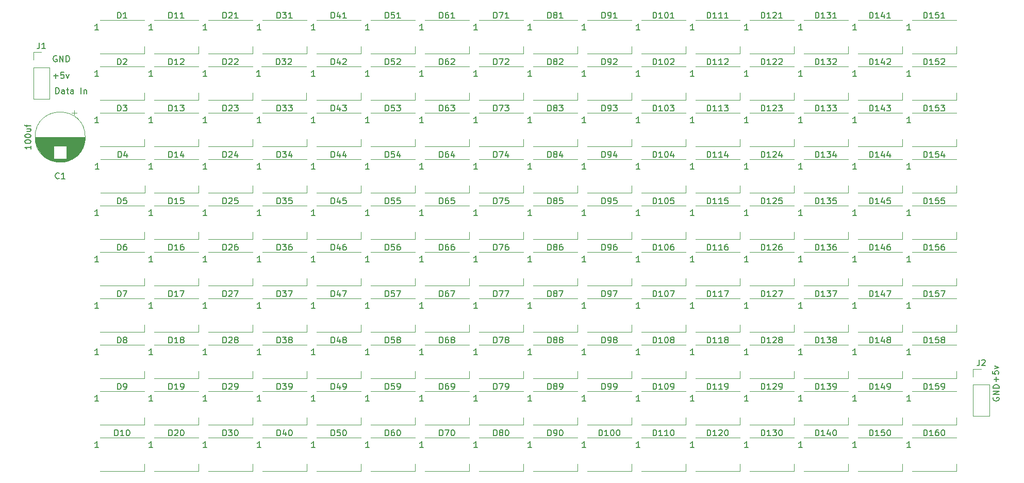
<source format=gbr>
G04 #@! TF.GenerationSoftware,KiCad,Pcbnew,(5.1.5-0-10_14)*
G04 #@! TF.CreationDate,2020-01-02T14:17:50-08:00*
G04 #@! TF.ProjectId,SpectrumAnalyzer,53706563-7472-4756-9d41-6e616c797a65,rev?*
G04 #@! TF.SameCoordinates,Original*
G04 #@! TF.FileFunction,Legend,Top*
G04 #@! TF.FilePolarity,Positive*
%FSLAX46Y46*%
G04 Gerber Fmt 4.6, Leading zero omitted, Abs format (unit mm)*
G04 Created by KiCad (PCBNEW (5.1.5-0-10_14)) date 2020-01-02 14:17:50*
%MOMM*%
%LPD*%
G04 APERTURE LIST*
%ADD10C,0.150000*%
%ADD11C,0.120000*%
G04 APERTURE END LIST*
D10*
X222296028Y-135350095D02*
X222296028Y-134588190D01*
X222676980Y-134969142D02*
X221915076Y-134969142D01*
X221676980Y-133635809D02*
X221676980Y-134112000D01*
X222153171Y-134159619D01*
X222105552Y-134112000D01*
X222057933Y-134016761D01*
X222057933Y-133778666D01*
X222105552Y-133683428D01*
X222153171Y-133635809D01*
X222248409Y-133588190D01*
X222486504Y-133588190D01*
X222581742Y-133635809D01*
X222629361Y-133683428D01*
X222676980Y-133778666D01*
X222676980Y-134016761D01*
X222629361Y-134112000D01*
X222581742Y-134159619D01*
X222010314Y-133254857D02*
X222676980Y-133016761D01*
X222010314Y-132778666D01*
X221826200Y-137972704D02*
X221778580Y-138067942D01*
X221778580Y-138210800D01*
X221826200Y-138353657D01*
X221921438Y-138448895D01*
X222016676Y-138496514D01*
X222207152Y-138544133D01*
X222350009Y-138544133D01*
X222540485Y-138496514D01*
X222635723Y-138448895D01*
X222730961Y-138353657D01*
X222778580Y-138210800D01*
X222778580Y-138115561D01*
X222730961Y-137972704D01*
X222683342Y-137925085D01*
X222350009Y-137925085D01*
X222350009Y-138115561D01*
X222778580Y-137496514D02*
X221778580Y-137496514D01*
X222778580Y-136925085D01*
X221778580Y-136925085D01*
X222778580Y-136448895D02*
X221778580Y-136448895D01*
X221778580Y-136210800D01*
X221826200Y-136067942D01*
X221921438Y-135972704D01*
X222016676Y-135925085D01*
X222207152Y-135877466D01*
X222350009Y-135877466D01*
X222540485Y-135925085D01*
X222635723Y-135972704D01*
X222730961Y-136067942D01*
X222778580Y-136210800D01*
X222778580Y-136448895D01*
X67859590Y-88082380D02*
X67859590Y-87082380D01*
X68097685Y-87082380D01*
X68240542Y-87130000D01*
X68335780Y-87225238D01*
X68383400Y-87320476D01*
X68431019Y-87510952D01*
X68431019Y-87653809D01*
X68383400Y-87844285D01*
X68335780Y-87939523D01*
X68240542Y-88034761D01*
X68097685Y-88082380D01*
X67859590Y-88082380D01*
X69288161Y-88082380D02*
X69288161Y-87558571D01*
X69240542Y-87463333D01*
X69145304Y-87415714D01*
X68954828Y-87415714D01*
X68859590Y-87463333D01*
X69288161Y-88034761D02*
X69192923Y-88082380D01*
X68954828Y-88082380D01*
X68859590Y-88034761D01*
X68811971Y-87939523D01*
X68811971Y-87844285D01*
X68859590Y-87749047D01*
X68954828Y-87701428D01*
X69192923Y-87701428D01*
X69288161Y-87653809D01*
X69621495Y-87415714D02*
X70002447Y-87415714D01*
X69764352Y-87082380D02*
X69764352Y-87939523D01*
X69811971Y-88034761D01*
X69907209Y-88082380D01*
X70002447Y-88082380D01*
X70764352Y-88082380D02*
X70764352Y-87558571D01*
X70716733Y-87463333D01*
X70621495Y-87415714D01*
X70431019Y-87415714D01*
X70335780Y-87463333D01*
X70764352Y-88034761D02*
X70669114Y-88082380D01*
X70431019Y-88082380D01*
X70335780Y-88034761D01*
X70288161Y-87939523D01*
X70288161Y-87844285D01*
X70335780Y-87749047D01*
X70431019Y-87701428D01*
X70669114Y-87701428D01*
X70764352Y-87653809D01*
X72002447Y-88082380D02*
X72002447Y-87082380D01*
X72478638Y-87415714D02*
X72478638Y-88082380D01*
X72478638Y-87510952D02*
X72526257Y-87463333D01*
X72621495Y-87415714D01*
X72764352Y-87415714D01*
X72859590Y-87463333D01*
X72907209Y-87558571D01*
X72907209Y-88082380D01*
X67468904Y-85161428D02*
X68230809Y-85161428D01*
X67849857Y-85542380D02*
X67849857Y-84780476D01*
X69183190Y-84542380D02*
X68707000Y-84542380D01*
X68659380Y-85018571D01*
X68707000Y-84970952D01*
X68802238Y-84923333D01*
X69040333Y-84923333D01*
X69135571Y-84970952D01*
X69183190Y-85018571D01*
X69230809Y-85113809D01*
X69230809Y-85351904D01*
X69183190Y-85447142D01*
X69135571Y-85494761D01*
X69040333Y-85542380D01*
X68802238Y-85542380D01*
X68707000Y-85494761D01*
X68659380Y-85447142D01*
X69564142Y-84875714D02*
X69802238Y-85542380D01*
X70040333Y-84875714D01*
X68021295Y-81872200D02*
X67926057Y-81824580D01*
X67783200Y-81824580D01*
X67640342Y-81872200D01*
X67545104Y-81967438D01*
X67497485Y-82062676D01*
X67449866Y-82253152D01*
X67449866Y-82396009D01*
X67497485Y-82586485D01*
X67545104Y-82681723D01*
X67640342Y-82776961D01*
X67783200Y-82824580D01*
X67878438Y-82824580D01*
X68021295Y-82776961D01*
X68068914Y-82729342D01*
X68068914Y-82396009D01*
X67878438Y-82396009D01*
X68497485Y-82824580D02*
X68497485Y-81824580D01*
X69068914Y-82824580D01*
X69068914Y-81824580D01*
X69545104Y-82824580D02*
X69545104Y-81824580D01*
X69783200Y-81824580D01*
X69926057Y-81872200D01*
X70021295Y-81967438D01*
X70068914Y-82062676D01*
X70116533Y-82253152D01*
X70116533Y-82396009D01*
X70068914Y-82586485D01*
X70021295Y-82681723D01*
X69926057Y-82776961D01*
X69783200Y-82824580D01*
X69545104Y-82824580D01*
D11*
X218507000Y-133290000D02*
X219837000Y-133290000D01*
X218507000Y-134620000D02*
X218507000Y-133290000D01*
X218507000Y-135890000D02*
X221167000Y-135890000D01*
X221167000Y-135890000D02*
X221167000Y-141030000D01*
X218507000Y-135890000D02*
X218507000Y-141030000D01*
X218507000Y-141030000D02*
X221167000Y-141030000D01*
X64176600Y-81220000D02*
X65506600Y-81220000D01*
X64176600Y-82550000D02*
X64176600Y-81220000D01*
X64176600Y-83820000D02*
X66836600Y-83820000D01*
X66836600Y-83820000D02*
X66836600Y-88960000D01*
X64176600Y-83820000D02*
X64176600Y-88960000D01*
X64176600Y-88960000D02*
X66836600Y-88960000D01*
X215740000Y-150070000D02*
X215740000Y-148920000D01*
X208440000Y-150070000D02*
X215740000Y-150070000D01*
X208440000Y-144570000D02*
X215740000Y-144570000D01*
X215740000Y-142450000D02*
X215740000Y-141300000D01*
X208440000Y-142450000D02*
X215740000Y-142450000D01*
X208440000Y-136950000D02*
X215740000Y-136950000D01*
X215740000Y-134830000D02*
X215740000Y-133680000D01*
X208440000Y-134830000D02*
X215740000Y-134830000D01*
X208440000Y-129330000D02*
X215740000Y-129330000D01*
X215740000Y-127210000D02*
X215740000Y-126060000D01*
X208440000Y-127210000D02*
X215740000Y-127210000D01*
X208440000Y-121710000D02*
X215740000Y-121710000D01*
X215740000Y-119590000D02*
X215740000Y-118440000D01*
X208440000Y-119590000D02*
X215740000Y-119590000D01*
X208440000Y-114090000D02*
X215740000Y-114090000D01*
X215740000Y-111970000D02*
X215740000Y-110820000D01*
X208440000Y-111970000D02*
X215740000Y-111970000D01*
X208440000Y-106470000D02*
X215740000Y-106470000D01*
X215740000Y-104350000D02*
X215740000Y-103200000D01*
X208440000Y-104350000D02*
X215740000Y-104350000D01*
X208440000Y-98850000D02*
X215740000Y-98850000D01*
X215740000Y-96730000D02*
X215740000Y-95580000D01*
X208440000Y-96730000D02*
X215740000Y-96730000D01*
X208440000Y-91230000D02*
X215740000Y-91230000D01*
X215740000Y-89110000D02*
X215740000Y-87960000D01*
X208440000Y-89110000D02*
X215740000Y-89110000D01*
X208440000Y-83610000D02*
X215740000Y-83610000D01*
X215740000Y-81490000D02*
X215740000Y-80340000D01*
X208440000Y-81490000D02*
X215740000Y-81490000D01*
X208440000Y-75990000D02*
X215740000Y-75990000D01*
X206850000Y-150070000D02*
X206850000Y-148920000D01*
X199550000Y-150070000D02*
X206850000Y-150070000D01*
X199550000Y-144570000D02*
X206850000Y-144570000D01*
X206850000Y-142450000D02*
X206850000Y-141300000D01*
X199550000Y-142450000D02*
X206850000Y-142450000D01*
X199550000Y-136950000D02*
X206850000Y-136950000D01*
X206850000Y-134830000D02*
X206850000Y-133680000D01*
X199550000Y-134830000D02*
X206850000Y-134830000D01*
X199550000Y-129330000D02*
X206850000Y-129330000D01*
X206850000Y-127210000D02*
X206850000Y-126060000D01*
X199550000Y-127210000D02*
X206850000Y-127210000D01*
X199550000Y-121710000D02*
X206850000Y-121710000D01*
X206850000Y-119590000D02*
X206850000Y-118440000D01*
X199550000Y-119590000D02*
X206850000Y-119590000D01*
X199550000Y-114090000D02*
X206850000Y-114090000D01*
X206850000Y-111970000D02*
X206850000Y-110820000D01*
X199550000Y-111970000D02*
X206850000Y-111970000D01*
X199550000Y-106470000D02*
X206850000Y-106470000D01*
X206850000Y-104350000D02*
X206850000Y-103200000D01*
X199550000Y-104350000D02*
X206850000Y-104350000D01*
X199550000Y-98850000D02*
X206850000Y-98850000D01*
X206850000Y-96730000D02*
X206850000Y-95580000D01*
X199550000Y-96730000D02*
X206850000Y-96730000D01*
X199550000Y-91230000D02*
X206850000Y-91230000D01*
X206850000Y-89110000D02*
X206850000Y-87960000D01*
X199550000Y-89110000D02*
X206850000Y-89110000D01*
X199550000Y-83610000D02*
X206850000Y-83610000D01*
X206850000Y-81490000D02*
X206850000Y-80340000D01*
X199550000Y-81490000D02*
X206850000Y-81490000D01*
X199550000Y-75990000D02*
X206850000Y-75990000D01*
X197960000Y-150070000D02*
X197960000Y-148920000D01*
X190660000Y-150070000D02*
X197960000Y-150070000D01*
X190660000Y-144570000D02*
X197960000Y-144570000D01*
X197960000Y-142450000D02*
X197960000Y-141300000D01*
X190660000Y-142450000D02*
X197960000Y-142450000D01*
X190660000Y-136950000D02*
X197960000Y-136950000D01*
X197960000Y-134830000D02*
X197960000Y-133680000D01*
X190660000Y-134830000D02*
X197960000Y-134830000D01*
X190660000Y-129330000D02*
X197960000Y-129330000D01*
X197960000Y-127210000D02*
X197960000Y-126060000D01*
X190660000Y-127210000D02*
X197960000Y-127210000D01*
X190660000Y-121710000D02*
X197960000Y-121710000D01*
X197960000Y-119590000D02*
X197960000Y-118440000D01*
X190660000Y-119590000D02*
X197960000Y-119590000D01*
X190660000Y-114090000D02*
X197960000Y-114090000D01*
X197960000Y-111970000D02*
X197960000Y-110820000D01*
X190660000Y-111970000D02*
X197960000Y-111970000D01*
X190660000Y-106470000D02*
X197960000Y-106470000D01*
X197960000Y-104350000D02*
X197960000Y-103200000D01*
X190660000Y-104350000D02*
X197960000Y-104350000D01*
X190660000Y-98850000D02*
X197960000Y-98850000D01*
X197960000Y-96730000D02*
X197960000Y-95580000D01*
X190660000Y-96730000D02*
X197960000Y-96730000D01*
X190660000Y-91230000D02*
X197960000Y-91230000D01*
X197960000Y-89110000D02*
X197960000Y-87960000D01*
X190660000Y-89110000D02*
X197960000Y-89110000D01*
X190660000Y-83610000D02*
X197960000Y-83610000D01*
X197960000Y-81490000D02*
X197960000Y-80340000D01*
X190660000Y-81490000D02*
X197960000Y-81490000D01*
X190660000Y-75990000D02*
X197960000Y-75990000D01*
X189070000Y-150070000D02*
X189070000Y-148920000D01*
X181770000Y-150070000D02*
X189070000Y-150070000D01*
X181770000Y-144570000D02*
X189070000Y-144570000D01*
X189070000Y-142450000D02*
X189070000Y-141300000D01*
X181770000Y-142450000D02*
X189070000Y-142450000D01*
X181770000Y-136950000D02*
X189070000Y-136950000D01*
X189070000Y-134830000D02*
X189070000Y-133680000D01*
X181770000Y-134830000D02*
X189070000Y-134830000D01*
X181770000Y-129330000D02*
X189070000Y-129330000D01*
X189070000Y-127210000D02*
X189070000Y-126060000D01*
X181770000Y-127210000D02*
X189070000Y-127210000D01*
X181770000Y-121710000D02*
X189070000Y-121710000D01*
X189070000Y-119590000D02*
X189070000Y-118440000D01*
X181770000Y-119590000D02*
X189070000Y-119590000D01*
X181770000Y-114090000D02*
X189070000Y-114090000D01*
X189070000Y-111970000D02*
X189070000Y-110820000D01*
X181770000Y-111970000D02*
X189070000Y-111970000D01*
X181770000Y-106470000D02*
X189070000Y-106470000D01*
X189070000Y-104350000D02*
X189070000Y-103200000D01*
X181770000Y-104350000D02*
X189070000Y-104350000D01*
X181770000Y-98850000D02*
X189070000Y-98850000D01*
X189070000Y-96730000D02*
X189070000Y-95580000D01*
X181770000Y-96730000D02*
X189070000Y-96730000D01*
X181770000Y-91230000D02*
X189070000Y-91230000D01*
X189070000Y-89110000D02*
X189070000Y-87960000D01*
X181770000Y-89110000D02*
X189070000Y-89110000D01*
X181770000Y-83610000D02*
X189070000Y-83610000D01*
X189070000Y-81490000D02*
X189070000Y-80340000D01*
X181770000Y-81490000D02*
X189070000Y-81490000D01*
X181770000Y-75990000D02*
X189070000Y-75990000D01*
X180180000Y-150070000D02*
X180180000Y-148920000D01*
X172880000Y-150070000D02*
X180180000Y-150070000D01*
X172880000Y-144570000D02*
X180180000Y-144570000D01*
X180180000Y-142450000D02*
X180180000Y-141300000D01*
X172880000Y-142450000D02*
X180180000Y-142450000D01*
X172880000Y-136950000D02*
X180180000Y-136950000D01*
X180180000Y-134830000D02*
X180180000Y-133680000D01*
X172880000Y-134830000D02*
X180180000Y-134830000D01*
X172880000Y-129330000D02*
X180180000Y-129330000D01*
X180180000Y-127210000D02*
X180180000Y-126060000D01*
X172880000Y-127210000D02*
X180180000Y-127210000D01*
X172880000Y-121710000D02*
X180180000Y-121710000D01*
X180180000Y-119590000D02*
X180180000Y-118440000D01*
X172880000Y-119590000D02*
X180180000Y-119590000D01*
X172880000Y-114090000D02*
X180180000Y-114090000D01*
X180180000Y-111970000D02*
X180180000Y-110820000D01*
X172880000Y-111970000D02*
X180180000Y-111970000D01*
X172880000Y-106470000D02*
X180180000Y-106470000D01*
X180180000Y-104350000D02*
X180180000Y-103200000D01*
X172880000Y-104350000D02*
X180180000Y-104350000D01*
X172880000Y-98850000D02*
X180180000Y-98850000D01*
X180180000Y-96730000D02*
X180180000Y-95580000D01*
X172880000Y-96730000D02*
X180180000Y-96730000D01*
X172880000Y-91230000D02*
X180180000Y-91230000D01*
X180180000Y-89110000D02*
X180180000Y-87960000D01*
X172880000Y-89110000D02*
X180180000Y-89110000D01*
X172880000Y-83610000D02*
X180180000Y-83610000D01*
X180180000Y-81490000D02*
X180180000Y-80340000D01*
X172880000Y-81490000D02*
X180180000Y-81490000D01*
X172880000Y-75990000D02*
X180180000Y-75990000D01*
X171290000Y-150070000D02*
X171290000Y-148920000D01*
X163990000Y-150070000D02*
X171290000Y-150070000D01*
X163990000Y-144570000D02*
X171290000Y-144570000D01*
X171290000Y-142450000D02*
X171290000Y-141300000D01*
X163990000Y-142450000D02*
X171290000Y-142450000D01*
X163990000Y-136950000D02*
X171290000Y-136950000D01*
X171290000Y-134830000D02*
X171290000Y-133680000D01*
X163990000Y-134830000D02*
X171290000Y-134830000D01*
X163990000Y-129330000D02*
X171290000Y-129330000D01*
X171290000Y-127210000D02*
X171290000Y-126060000D01*
X163990000Y-127210000D02*
X171290000Y-127210000D01*
X163990000Y-121710000D02*
X171290000Y-121710000D01*
X171290000Y-119590000D02*
X171290000Y-118440000D01*
X163990000Y-119590000D02*
X171290000Y-119590000D01*
X163990000Y-114090000D02*
X171290000Y-114090000D01*
X171290000Y-111970000D02*
X171290000Y-110820000D01*
X163990000Y-111970000D02*
X171290000Y-111970000D01*
X163990000Y-106470000D02*
X171290000Y-106470000D01*
X171290000Y-104350000D02*
X171290000Y-103200000D01*
X163990000Y-104350000D02*
X171290000Y-104350000D01*
X163990000Y-98850000D02*
X171290000Y-98850000D01*
X171290000Y-96730000D02*
X171290000Y-95580000D01*
X163990000Y-96730000D02*
X171290000Y-96730000D01*
X163990000Y-91230000D02*
X171290000Y-91230000D01*
X171290000Y-89110000D02*
X171290000Y-87960000D01*
X163990000Y-89110000D02*
X171290000Y-89110000D01*
X163990000Y-83610000D02*
X171290000Y-83610000D01*
X171290000Y-81490000D02*
X171290000Y-80340000D01*
X163990000Y-81490000D02*
X171290000Y-81490000D01*
X163990000Y-75990000D02*
X171290000Y-75990000D01*
X162400000Y-150070000D02*
X162400000Y-148920000D01*
X155100000Y-150070000D02*
X162400000Y-150070000D01*
X155100000Y-144570000D02*
X162400000Y-144570000D01*
X162400000Y-142450000D02*
X162400000Y-141300000D01*
X155100000Y-142450000D02*
X162400000Y-142450000D01*
X155100000Y-136950000D02*
X162400000Y-136950000D01*
X162400000Y-134830000D02*
X162400000Y-133680000D01*
X155100000Y-134830000D02*
X162400000Y-134830000D01*
X155100000Y-129330000D02*
X162400000Y-129330000D01*
X162400000Y-127210000D02*
X162400000Y-126060000D01*
X155100000Y-127210000D02*
X162400000Y-127210000D01*
X155100000Y-121710000D02*
X162400000Y-121710000D01*
X162400000Y-119590000D02*
X162400000Y-118440000D01*
X155100000Y-119590000D02*
X162400000Y-119590000D01*
X155100000Y-114090000D02*
X162400000Y-114090000D01*
X162400000Y-111970000D02*
X162400000Y-110820000D01*
X155100000Y-111970000D02*
X162400000Y-111970000D01*
X155100000Y-106470000D02*
X162400000Y-106470000D01*
X162400000Y-104350000D02*
X162400000Y-103200000D01*
X155100000Y-104350000D02*
X162400000Y-104350000D01*
X155100000Y-98850000D02*
X162400000Y-98850000D01*
X162400000Y-96730000D02*
X162400000Y-95580000D01*
X155100000Y-96730000D02*
X162400000Y-96730000D01*
X155100000Y-91230000D02*
X162400000Y-91230000D01*
X162400000Y-89110000D02*
X162400000Y-87960000D01*
X155100000Y-89110000D02*
X162400000Y-89110000D01*
X155100000Y-83610000D02*
X162400000Y-83610000D01*
X162400000Y-81490000D02*
X162400000Y-80340000D01*
X155100000Y-81490000D02*
X162400000Y-81490000D01*
X155100000Y-75990000D02*
X162400000Y-75990000D01*
X153510000Y-150070000D02*
X153510000Y-148920000D01*
X146210000Y-150070000D02*
X153510000Y-150070000D01*
X146210000Y-144570000D02*
X153510000Y-144570000D01*
X153510000Y-142450000D02*
X153510000Y-141300000D01*
X146210000Y-142450000D02*
X153510000Y-142450000D01*
X146210000Y-136950000D02*
X153510000Y-136950000D01*
X153510000Y-134830000D02*
X153510000Y-133680000D01*
X146210000Y-134830000D02*
X153510000Y-134830000D01*
X146210000Y-129330000D02*
X153510000Y-129330000D01*
X153510000Y-127210000D02*
X153510000Y-126060000D01*
X146210000Y-127210000D02*
X153510000Y-127210000D01*
X146210000Y-121710000D02*
X153510000Y-121710000D01*
X153510000Y-119590000D02*
X153510000Y-118440000D01*
X146210000Y-119590000D02*
X153510000Y-119590000D01*
X146210000Y-114090000D02*
X153510000Y-114090000D01*
X153510000Y-111970000D02*
X153510000Y-110820000D01*
X146210000Y-111970000D02*
X153510000Y-111970000D01*
X146210000Y-106470000D02*
X153510000Y-106470000D01*
X153510000Y-104350000D02*
X153510000Y-103200000D01*
X146210000Y-104350000D02*
X153510000Y-104350000D01*
X146210000Y-98850000D02*
X153510000Y-98850000D01*
X153510000Y-96730000D02*
X153510000Y-95580000D01*
X146210000Y-96730000D02*
X153510000Y-96730000D01*
X146210000Y-91230000D02*
X153510000Y-91230000D01*
X153510000Y-89110000D02*
X153510000Y-87960000D01*
X146210000Y-89110000D02*
X153510000Y-89110000D01*
X146210000Y-83610000D02*
X153510000Y-83610000D01*
X153510000Y-81490000D02*
X153510000Y-80340000D01*
X146210000Y-81490000D02*
X153510000Y-81490000D01*
X146210000Y-75990000D02*
X153510000Y-75990000D01*
X144620000Y-150070000D02*
X144620000Y-148920000D01*
X137320000Y-150070000D02*
X144620000Y-150070000D01*
X137320000Y-144570000D02*
X144620000Y-144570000D01*
X144620000Y-142450000D02*
X144620000Y-141300000D01*
X137320000Y-142450000D02*
X144620000Y-142450000D01*
X137320000Y-136950000D02*
X144620000Y-136950000D01*
X144620000Y-134830000D02*
X144620000Y-133680000D01*
X137320000Y-134830000D02*
X144620000Y-134830000D01*
X137320000Y-129330000D02*
X144620000Y-129330000D01*
X144620000Y-127210000D02*
X144620000Y-126060000D01*
X137320000Y-127210000D02*
X144620000Y-127210000D01*
X137320000Y-121710000D02*
X144620000Y-121710000D01*
X144620000Y-119590000D02*
X144620000Y-118440000D01*
X137320000Y-119590000D02*
X144620000Y-119590000D01*
X137320000Y-114090000D02*
X144620000Y-114090000D01*
X144620000Y-111970000D02*
X144620000Y-110820000D01*
X137320000Y-111970000D02*
X144620000Y-111970000D01*
X137320000Y-106470000D02*
X144620000Y-106470000D01*
X144620000Y-104350000D02*
X144620000Y-103200000D01*
X137320000Y-104350000D02*
X144620000Y-104350000D01*
X137320000Y-98850000D02*
X144620000Y-98850000D01*
X144620000Y-96730000D02*
X144620000Y-95580000D01*
X137320000Y-96730000D02*
X144620000Y-96730000D01*
X137320000Y-91230000D02*
X144620000Y-91230000D01*
X144620000Y-89110000D02*
X144620000Y-87960000D01*
X137320000Y-89110000D02*
X144620000Y-89110000D01*
X137320000Y-83610000D02*
X144620000Y-83610000D01*
X144620000Y-81490000D02*
X144620000Y-80340000D01*
X137320000Y-81490000D02*
X144620000Y-81490000D01*
X137320000Y-75990000D02*
X144620000Y-75990000D01*
X135730000Y-150070000D02*
X135730000Y-148920000D01*
X128430000Y-150070000D02*
X135730000Y-150070000D01*
X128430000Y-144570000D02*
X135730000Y-144570000D01*
X135730000Y-142450000D02*
X135730000Y-141300000D01*
X128430000Y-142450000D02*
X135730000Y-142450000D01*
X128430000Y-136950000D02*
X135730000Y-136950000D01*
X135730000Y-134830000D02*
X135730000Y-133680000D01*
X128430000Y-134830000D02*
X135730000Y-134830000D01*
X128430000Y-129330000D02*
X135730000Y-129330000D01*
X135730000Y-127210000D02*
X135730000Y-126060000D01*
X128430000Y-127210000D02*
X135730000Y-127210000D01*
X128430000Y-121710000D02*
X135730000Y-121710000D01*
X135730000Y-119590000D02*
X135730000Y-118440000D01*
X128430000Y-119590000D02*
X135730000Y-119590000D01*
X128430000Y-114090000D02*
X135730000Y-114090000D01*
X135730000Y-111970000D02*
X135730000Y-110820000D01*
X128430000Y-111970000D02*
X135730000Y-111970000D01*
X128430000Y-106470000D02*
X135730000Y-106470000D01*
X135730000Y-104350000D02*
X135730000Y-103200000D01*
X128430000Y-104350000D02*
X135730000Y-104350000D01*
X128430000Y-98850000D02*
X135730000Y-98850000D01*
X135730000Y-96730000D02*
X135730000Y-95580000D01*
X128430000Y-96730000D02*
X135730000Y-96730000D01*
X128430000Y-91230000D02*
X135730000Y-91230000D01*
X135730000Y-89110000D02*
X135730000Y-87960000D01*
X128430000Y-89110000D02*
X135730000Y-89110000D01*
X128430000Y-83610000D02*
X135730000Y-83610000D01*
X135730000Y-81490000D02*
X135730000Y-80340000D01*
X128430000Y-81490000D02*
X135730000Y-81490000D01*
X128430000Y-75990000D02*
X135730000Y-75990000D01*
X126840000Y-150070000D02*
X126840000Y-148920000D01*
X119540000Y-150070000D02*
X126840000Y-150070000D01*
X119540000Y-144570000D02*
X126840000Y-144570000D01*
X126840000Y-142450000D02*
X126840000Y-141300000D01*
X119540000Y-142450000D02*
X126840000Y-142450000D01*
X119540000Y-136950000D02*
X126840000Y-136950000D01*
X126840000Y-134830000D02*
X126840000Y-133680000D01*
X119540000Y-134830000D02*
X126840000Y-134830000D01*
X119540000Y-129330000D02*
X126840000Y-129330000D01*
X126840000Y-127210000D02*
X126840000Y-126060000D01*
X119540000Y-127210000D02*
X126840000Y-127210000D01*
X119540000Y-121710000D02*
X126840000Y-121710000D01*
X126840000Y-119590000D02*
X126840000Y-118440000D01*
X119540000Y-119590000D02*
X126840000Y-119590000D01*
X119540000Y-114090000D02*
X126840000Y-114090000D01*
X126840000Y-111970000D02*
X126840000Y-110820000D01*
X119540000Y-111970000D02*
X126840000Y-111970000D01*
X119540000Y-106470000D02*
X126840000Y-106470000D01*
X126840000Y-104350000D02*
X126840000Y-103200000D01*
X119540000Y-104350000D02*
X126840000Y-104350000D01*
X119540000Y-98850000D02*
X126840000Y-98850000D01*
X126840000Y-96730000D02*
X126840000Y-95580000D01*
X119540000Y-96730000D02*
X126840000Y-96730000D01*
X119540000Y-91230000D02*
X126840000Y-91230000D01*
X126840000Y-89110000D02*
X126840000Y-87960000D01*
X119540000Y-89110000D02*
X126840000Y-89110000D01*
X119540000Y-83610000D02*
X126840000Y-83610000D01*
X126840000Y-81490000D02*
X126840000Y-80340000D01*
X119540000Y-81490000D02*
X126840000Y-81490000D01*
X119540000Y-75990000D02*
X126840000Y-75990000D01*
X117950000Y-150070000D02*
X117950000Y-148920000D01*
X110650000Y-150070000D02*
X117950000Y-150070000D01*
X110650000Y-144570000D02*
X117950000Y-144570000D01*
X117950000Y-142450000D02*
X117950000Y-141300000D01*
X110650000Y-142450000D02*
X117950000Y-142450000D01*
X110650000Y-136950000D02*
X117950000Y-136950000D01*
X117950000Y-134830000D02*
X117950000Y-133680000D01*
X110650000Y-134830000D02*
X117950000Y-134830000D01*
X110650000Y-129330000D02*
X117950000Y-129330000D01*
X117950000Y-127210000D02*
X117950000Y-126060000D01*
X110650000Y-127210000D02*
X117950000Y-127210000D01*
X110650000Y-121710000D02*
X117950000Y-121710000D01*
X117950000Y-119590000D02*
X117950000Y-118440000D01*
X110650000Y-119590000D02*
X117950000Y-119590000D01*
X110650000Y-114090000D02*
X117950000Y-114090000D01*
X117950000Y-111970000D02*
X117950000Y-110820000D01*
X110650000Y-111970000D02*
X117950000Y-111970000D01*
X110650000Y-106470000D02*
X117950000Y-106470000D01*
X117950000Y-104350000D02*
X117950000Y-103200000D01*
X110650000Y-104350000D02*
X117950000Y-104350000D01*
X110650000Y-98850000D02*
X117950000Y-98850000D01*
X117950000Y-96730000D02*
X117950000Y-95580000D01*
X110650000Y-96730000D02*
X117950000Y-96730000D01*
X110650000Y-91230000D02*
X117950000Y-91230000D01*
X117950000Y-89110000D02*
X117950000Y-87960000D01*
X110650000Y-89110000D02*
X117950000Y-89110000D01*
X110650000Y-83610000D02*
X117950000Y-83610000D01*
X117950000Y-81490000D02*
X117950000Y-80340000D01*
X110650000Y-81490000D02*
X117950000Y-81490000D01*
X110650000Y-75990000D02*
X117950000Y-75990000D01*
X109060000Y-150070000D02*
X109060000Y-148920000D01*
X101760000Y-150070000D02*
X109060000Y-150070000D01*
X101760000Y-144570000D02*
X109060000Y-144570000D01*
X109060000Y-142450000D02*
X109060000Y-141300000D01*
X101760000Y-142450000D02*
X109060000Y-142450000D01*
X101760000Y-136950000D02*
X109060000Y-136950000D01*
X109060000Y-134830000D02*
X109060000Y-133680000D01*
X101760000Y-134830000D02*
X109060000Y-134830000D01*
X101760000Y-129330000D02*
X109060000Y-129330000D01*
X109060000Y-127210000D02*
X109060000Y-126060000D01*
X101760000Y-127210000D02*
X109060000Y-127210000D01*
X101760000Y-121710000D02*
X109060000Y-121710000D01*
X109060000Y-119590000D02*
X109060000Y-118440000D01*
X101760000Y-119590000D02*
X109060000Y-119590000D01*
X101760000Y-114090000D02*
X109060000Y-114090000D01*
X109060000Y-111970000D02*
X109060000Y-110820000D01*
X101760000Y-111970000D02*
X109060000Y-111970000D01*
X101760000Y-106470000D02*
X109060000Y-106470000D01*
X109060000Y-104350000D02*
X109060000Y-103200000D01*
X101760000Y-104350000D02*
X109060000Y-104350000D01*
X101760000Y-98850000D02*
X109060000Y-98850000D01*
X109060000Y-96730000D02*
X109060000Y-95580000D01*
X101760000Y-96730000D02*
X109060000Y-96730000D01*
X101760000Y-91230000D02*
X109060000Y-91230000D01*
X108970000Y-89110000D02*
X108970000Y-87960000D01*
X101670000Y-89110000D02*
X108970000Y-89110000D01*
X101670000Y-83610000D02*
X108970000Y-83610000D01*
X109060000Y-81490000D02*
X109060000Y-80340000D01*
X101760000Y-81490000D02*
X109060000Y-81490000D01*
X101760000Y-75990000D02*
X109060000Y-75990000D01*
X100170000Y-150070000D02*
X100170000Y-148920000D01*
X92870000Y-150070000D02*
X100170000Y-150070000D01*
X92870000Y-144570000D02*
X100170000Y-144570000D01*
X100170000Y-142450000D02*
X100170000Y-141300000D01*
X92870000Y-142450000D02*
X100170000Y-142450000D01*
X92870000Y-136950000D02*
X100170000Y-136950000D01*
X100170000Y-134830000D02*
X100170000Y-133680000D01*
X92870000Y-134830000D02*
X100170000Y-134830000D01*
X92870000Y-129330000D02*
X100170000Y-129330000D01*
X100170000Y-127210000D02*
X100170000Y-126060000D01*
X92870000Y-127210000D02*
X100170000Y-127210000D01*
X92870000Y-121710000D02*
X100170000Y-121710000D01*
X100170000Y-119590000D02*
X100170000Y-118440000D01*
X92870000Y-119590000D02*
X100170000Y-119590000D01*
X92870000Y-114090000D02*
X100170000Y-114090000D01*
X100170000Y-111970000D02*
X100170000Y-110820000D01*
X92870000Y-111970000D02*
X100170000Y-111970000D01*
X92870000Y-106470000D02*
X100170000Y-106470000D01*
X100170000Y-104350000D02*
X100170000Y-103200000D01*
X92870000Y-104350000D02*
X100170000Y-104350000D01*
X92870000Y-98850000D02*
X100170000Y-98850000D01*
X100170000Y-96730000D02*
X100170000Y-95580000D01*
X92870000Y-96730000D02*
X100170000Y-96730000D01*
X92870000Y-91230000D02*
X100170000Y-91230000D01*
X100170000Y-89110000D02*
X100170000Y-87960000D01*
X92870000Y-89110000D02*
X100170000Y-89110000D01*
X92870000Y-83610000D02*
X100170000Y-83610000D01*
X100170000Y-81490000D02*
X100170000Y-80340000D01*
X92870000Y-81490000D02*
X100170000Y-81490000D01*
X92870000Y-75990000D02*
X100170000Y-75990000D01*
X91280000Y-150070000D02*
X91280000Y-148920000D01*
X83980000Y-150070000D02*
X91280000Y-150070000D01*
X83980000Y-144570000D02*
X91280000Y-144570000D01*
X91280000Y-142450000D02*
X91280000Y-141300000D01*
X83980000Y-142450000D02*
X91280000Y-142450000D01*
X83980000Y-136950000D02*
X91280000Y-136950000D01*
X91280000Y-134830000D02*
X91280000Y-133680000D01*
X83980000Y-134830000D02*
X91280000Y-134830000D01*
X83980000Y-129330000D02*
X91280000Y-129330000D01*
X91280000Y-127210000D02*
X91280000Y-126060000D01*
X83980000Y-127210000D02*
X91280000Y-127210000D01*
X83980000Y-121710000D02*
X91280000Y-121710000D01*
X91280000Y-119590000D02*
X91280000Y-118440000D01*
X83980000Y-119590000D02*
X91280000Y-119590000D01*
X83980000Y-114090000D02*
X91280000Y-114090000D01*
X91280000Y-111970000D02*
X91280000Y-110820000D01*
X83980000Y-111970000D02*
X91280000Y-111970000D01*
X83980000Y-106470000D02*
X91280000Y-106470000D01*
X91280000Y-104350000D02*
X91280000Y-103200000D01*
X83980000Y-104350000D02*
X91280000Y-104350000D01*
X83980000Y-98850000D02*
X91280000Y-98850000D01*
X91280000Y-96730000D02*
X91280000Y-95580000D01*
X83980000Y-96730000D02*
X91280000Y-96730000D01*
X83980000Y-91230000D02*
X91280000Y-91230000D01*
X91280000Y-89110000D02*
X91280000Y-87960000D01*
X83980000Y-89110000D02*
X91280000Y-89110000D01*
X83980000Y-83610000D02*
X91280000Y-83610000D01*
X91280000Y-81490000D02*
X91280000Y-80340000D01*
X83980000Y-81490000D02*
X91280000Y-81490000D01*
X83980000Y-75990000D02*
X91280000Y-75990000D01*
X82390000Y-150070000D02*
X82390000Y-148920000D01*
X75090000Y-150070000D02*
X82390000Y-150070000D01*
X75090000Y-144570000D02*
X82390000Y-144570000D01*
X82390000Y-142450000D02*
X82390000Y-141300000D01*
X75090000Y-142450000D02*
X82390000Y-142450000D01*
X75090000Y-136950000D02*
X82390000Y-136950000D01*
X82390000Y-134830000D02*
X82390000Y-133680000D01*
X75090000Y-134830000D02*
X82390000Y-134830000D01*
X75090000Y-129330000D02*
X82390000Y-129330000D01*
X82390000Y-127210000D02*
X82390000Y-126060000D01*
X75090000Y-127210000D02*
X82390000Y-127210000D01*
X75090000Y-121710000D02*
X82390000Y-121710000D01*
X82390000Y-119590000D02*
X82390000Y-118440000D01*
X75090000Y-119590000D02*
X82390000Y-119590000D01*
X75090000Y-114090000D02*
X82390000Y-114090000D01*
X82390000Y-111970000D02*
X82390000Y-110820000D01*
X75090000Y-111970000D02*
X82390000Y-111970000D01*
X75090000Y-106470000D02*
X82390000Y-106470000D01*
X82480000Y-104350000D02*
X82480000Y-103200000D01*
X75180000Y-104350000D02*
X82480000Y-104350000D01*
X75180000Y-98850000D02*
X82480000Y-98850000D01*
X82390000Y-96730000D02*
X82390000Y-95580000D01*
X75090000Y-96730000D02*
X82390000Y-96730000D01*
X75090000Y-91230000D02*
X82390000Y-91230000D01*
X82390000Y-89110000D02*
X82390000Y-87960000D01*
X75090000Y-89110000D02*
X82390000Y-89110000D01*
X75090000Y-83610000D02*
X82390000Y-83610000D01*
X82390000Y-81490000D02*
X82390000Y-80340000D01*
X75090000Y-81490000D02*
X82390000Y-81490000D01*
X75090000Y-75990000D02*
X82390000Y-75990000D01*
X71295000Y-91200302D02*
X70495000Y-91200302D01*
X70895000Y-90800302D02*
X70895000Y-91600302D01*
X69113000Y-99291000D02*
X68047000Y-99291000D01*
X69348000Y-99251000D02*
X67812000Y-99251000D01*
X69528000Y-99211000D02*
X67632000Y-99211000D01*
X69678000Y-99171000D02*
X67482000Y-99171000D01*
X69809000Y-99131000D02*
X67351000Y-99131000D01*
X69926000Y-99091000D02*
X67234000Y-99091000D01*
X70033000Y-99051000D02*
X67127000Y-99051000D01*
X70132000Y-99011000D02*
X67028000Y-99011000D01*
X70225000Y-98971000D02*
X66935000Y-98971000D01*
X70311000Y-98931000D02*
X66849000Y-98931000D01*
X70393000Y-98891000D02*
X66767000Y-98891000D01*
X70470000Y-98851000D02*
X66690000Y-98851000D01*
X70544000Y-98811000D02*
X66616000Y-98811000D01*
X70614000Y-98771000D02*
X66546000Y-98771000D01*
X67540000Y-98731000D02*
X66478000Y-98731000D01*
X70682000Y-98731000D02*
X69620000Y-98731000D01*
X67540000Y-98691000D02*
X66414000Y-98691000D01*
X70746000Y-98691000D02*
X69620000Y-98691000D01*
X67540000Y-98651000D02*
X66352000Y-98651000D01*
X70808000Y-98651000D02*
X69620000Y-98651000D01*
X67540000Y-98611000D02*
X66293000Y-98611000D01*
X70867000Y-98611000D02*
X69620000Y-98611000D01*
X67540000Y-98571000D02*
X66235000Y-98571000D01*
X70925000Y-98571000D02*
X69620000Y-98571000D01*
X67540000Y-98531000D02*
X66180000Y-98531000D01*
X70980000Y-98531000D02*
X69620000Y-98531000D01*
X67540000Y-98491000D02*
X66126000Y-98491000D01*
X71034000Y-98491000D02*
X69620000Y-98491000D01*
X67540000Y-98451000D02*
X66075000Y-98451000D01*
X71085000Y-98451000D02*
X69620000Y-98451000D01*
X67540000Y-98411000D02*
X66024000Y-98411000D01*
X71136000Y-98411000D02*
X69620000Y-98411000D01*
X67540000Y-98371000D02*
X65976000Y-98371000D01*
X71184000Y-98371000D02*
X69620000Y-98371000D01*
X67540000Y-98331000D02*
X65929000Y-98331000D01*
X71231000Y-98331000D02*
X69620000Y-98331000D01*
X67540000Y-98291000D02*
X65883000Y-98291000D01*
X71277000Y-98291000D02*
X69620000Y-98291000D01*
X67540000Y-98251000D02*
X65839000Y-98251000D01*
X71321000Y-98251000D02*
X69620000Y-98251000D01*
X67540000Y-98211000D02*
X65796000Y-98211000D01*
X71364000Y-98211000D02*
X69620000Y-98211000D01*
X67540000Y-98171000D02*
X65754000Y-98171000D01*
X71406000Y-98171000D02*
X69620000Y-98171000D01*
X67540000Y-98131000D02*
X65713000Y-98131000D01*
X71447000Y-98131000D02*
X69620000Y-98131000D01*
X67540000Y-98091000D02*
X65673000Y-98091000D01*
X71487000Y-98091000D02*
X69620000Y-98091000D01*
X67540000Y-98051000D02*
X65635000Y-98051000D01*
X71525000Y-98051000D02*
X69620000Y-98051000D01*
X67540000Y-98011000D02*
X65597000Y-98011000D01*
X71563000Y-98011000D02*
X69620000Y-98011000D01*
X67540000Y-97971000D02*
X65561000Y-97971000D01*
X71599000Y-97971000D02*
X69620000Y-97971000D01*
X67540000Y-97931000D02*
X65525000Y-97931000D01*
X71635000Y-97931000D02*
X69620000Y-97931000D01*
X67540000Y-97891000D02*
X65490000Y-97891000D01*
X71670000Y-97891000D02*
X69620000Y-97891000D01*
X67540000Y-97851000D02*
X65456000Y-97851000D01*
X71704000Y-97851000D02*
X69620000Y-97851000D01*
X67540000Y-97811000D02*
X65424000Y-97811000D01*
X71736000Y-97811000D02*
X69620000Y-97811000D01*
X67540000Y-97771000D02*
X65391000Y-97771000D01*
X71769000Y-97771000D02*
X69620000Y-97771000D01*
X67540000Y-97731000D02*
X65360000Y-97731000D01*
X71800000Y-97731000D02*
X69620000Y-97731000D01*
X67540000Y-97691000D02*
X65330000Y-97691000D01*
X71830000Y-97691000D02*
X69620000Y-97691000D01*
X67540000Y-97651000D02*
X65300000Y-97651000D01*
X71860000Y-97651000D02*
X69620000Y-97651000D01*
X67540000Y-97611000D02*
X65271000Y-97611000D01*
X71889000Y-97611000D02*
X69620000Y-97611000D01*
X67540000Y-97571000D02*
X65242000Y-97571000D01*
X71918000Y-97571000D02*
X69620000Y-97571000D01*
X67540000Y-97531000D02*
X65215000Y-97531000D01*
X71945000Y-97531000D02*
X69620000Y-97531000D01*
X67540000Y-97491000D02*
X65188000Y-97491000D01*
X71972000Y-97491000D02*
X69620000Y-97491000D01*
X67540000Y-97451000D02*
X65162000Y-97451000D01*
X71998000Y-97451000D02*
X69620000Y-97451000D01*
X67540000Y-97411000D02*
X65136000Y-97411000D01*
X72024000Y-97411000D02*
X69620000Y-97411000D01*
X67540000Y-97371000D02*
X65111000Y-97371000D01*
X72049000Y-97371000D02*
X69620000Y-97371000D01*
X67540000Y-97331000D02*
X65087000Y-97331000D01*
X72073000Y-97331000D02*
X69620000Y-97331000D01*
X67540000Y-97291000D02*
X65063000Y-97291000D01*
X72097000Y-97291000D02*
X69620000Y-97291000D01*
X67540000Y-97251000D02*
X65040000Y-97251000D01*
X72120000Y-97251000D02*
X69620000Y-97251000D01*
X67540000Y-97211000D02*
X65018000Y-97211000D01*
X72142000Y-97211000D02*
X69620000Y-97211000D01*
X67540000Y-97171000D02*
X64996000Y-97171000D01*
X72164000Y-97171000D02*
X69620000Y-97171000D01*
X67540000Y-97131000D02*
X64974000Y-97131000D01*
X72186000Y-97131000D02*
X69620000Y-97131000D01*
X67540000Y-97091000D02*
X64953000Y-97091000D01*
X72207000Y-97091000D02*
X69620000Y-97091000D01*
X67540000Y-97051000D02*
X64933000Y-97051000D01*
X72227000Y-97051000D02*
X69620000Y-97051000D01*
X67540000Y-97011000D02*
X64914000Y-97011000D01*
X72246000Y-97011000D02*
X69620000Y-97011000D01*
X67540000Y-96971000D02*
X64894000Y-96971000D01*
X72266000Y-96971000D02*
X69620000Y-96971000D01*
X67540000Y-96931000D02*
X64876000Y-96931000D01*
X72284000Y-96931000D02*
X69620000Y-96931000D01*
X67540000Y-96891000D02*
X64858000Y-96891000D01*
X72302000Y-96891000D02*
X69620000Y-96891000D01*
X67540000Y-96851000D02*
X64840000Y-96851000D01*
X72320000Y-96851000D02*
X69620000Y-96851000D01*
X67540000Y-96811000D02*
X64823000Y-96811000D01*
X72337000Y-96811000D02*
X69620000Y-96811000D01*
X67540000Y-96771000D02*
X64806000Y-96771000D01*
X72354000Y-96771000D02*
X69620000Y-96771000D01*
X67540000Y-96731000D02*
X64790000Y-96731000D01*
X72370000Y-96731000D02*
X69620000Y-96731000D01*
X67540000Y-96691000D02*
X64775000Y-96691000D01*
X72385000Y-96691000D02*
X69620000Y-96691000D01*
X72401000Y-96651000D02*
X64759000Y-96651000D01*
X72415000Y-96611000D02*
X64745000Y-96611000D01*
X72430000Y-96571000D02*
X64730000Y-96571000D01*
X72443000Y-96531000D02*
X64717000Y-96531000D01*
X72457000Y-96491000D02*
X64703000Y-96491000D01*
X72469000Y-96451000D02*
X64691000Y-96451000D01*
X72482000Y-96411000D02*
X64678000Y-96411000D01*
X72494000Y-96371000D02*
X64666000Y-96371000D01*
X72505000Y-96331000D02*
X64655000Y-96331000D01*
X72516000Y-96291000D02*
X64644000Y-96291000D01*
X72527000Y-96251000D02*
X64633000Y-96251000D01*
X72537000Y-96211000D02*
X64623000Y-96211000D01*
X72547000Y-96171000D02*
X64613000Y-96171000D01*
X72556000Y-96131000D02*
X64604000Y-96131000D01*
X72565000Y-96091000D02*
X64595000Y-96091000D01*
X72574000Y-96051000D02*
X64586000Y-96051000D01*
X72582000Y-96011000D02*
X64578000Y-96011000D01*
X72590000Y-95971000D02*
X64570000Y-95971000D01*
X72597000Y-95931000D02*
X64563000Y-95931000D01*
X72604000Y-95890000D02*
X64556000Y-95890000D01*
X72610000Y-95850000D02*
X64550000Y-95850000D01*
X72617000Y-95810000D02*
X64543000Y-95810000D01*
X72622000Y-95770000D02*
X64538000Y-95770000D01*
X72628000Y-95730000D02*
X64532000Y-95730000D01*
X72632000Y-95690000D02*
X64528000Y-95690000D01*
X72637000Y-95650000D02*
X64523000Y-95650000D01*
X72641000Y-95610000D02*
X64519000Y-95610000D01*
X72645000Y-95570000D02*
X64515000Y-95570000D01*
X72648000Y-95530000D02*
X64512000Y-95530000D01*
X72651000Y-95490000D02*
X64509000Y-95490000D01*
X72654000Y-95450000D02*
X64506000Y-95450000D01*
X72656000Y-95410000D02*
X64504000Y-95410000D01*
X72657000Y-95370000D02*
X64503000Y-95370000D01*
X72659000Y-95330000D02*
X64501000Y-95330000D01*
X72660000Y-95290000D02*
X64500000Y-95290000D01*
X72660000Y-95250000D02*
X64500000Y-95250000D01*
X72660000Y-95210000D02*
X64500000Y-95210000D01*
X72700000Y-95210000D02*
G75*
G03X72700000Y-95210000I-4120000J0D01*
G01*
D10*
X219503666Y-131742380D02*
X219503666Y-132456666D01*
X219456047Y-132599523D01*
X219360809Y-132694761D01*
X219217952Y-132742380D01*
X219122714Y-132742380D01*
X219932238Y-131837619D02*
X219979857Y-131790000D01*
X220075095Y-131742380D01*
X220313190Y-131742380D01*
X220408428Y-131790000D01*
X220456047Y-131837619D01*
X220503666Y-131932857D01*
X220503666Y-132028095D01*
X220456047Y-132170952D01*
X219884619Y-132742380D01*
X220503666Y-132742380D01*
X65173266Y-79672380D02*
X65173266Y-80386666D01*
X65125647Y-80529523D01*
X65030409Y-80624761D01*
X64887552Y-80672380D01*
X64792314Y-80672380D01*
X66173266Y-80672380D02*
X65601838Y-80672380D01*
X65887552Y-80672380D02*
X65887552Y-79672380D01*
X65792314Y-79815238D01*
X65697076Y-79910476D01*
X65601838Y-79958095D01*
X210399523Y-144272380D02*
X210399523Y-143272380D01*
X210637619Y-143272380D01*
X210780476Y-143320000D01*
X210875714Y-143415238D01*
X210923333Y-143510476D01*
X210970952Y-143700952D01*
X210970952Y-143843809D01*
X210923333Y-144034285D01*
X210875714Y-144129523D01*
X210780476Y-144224761D01*
X210637619Y-144272380D01*
X210399523Y-144272380D01*
X211923333Y-144272380D02*
X211351904Y-144272380D01*
X211637619Y-144272380D02*
X211637619Y-143272380D01*
X211542380Y-143415238D01*
X211447142Y-143510476D01*
X211351904Y-143558095D01*
X212780476Y-143272380D02*
X212590000Y-143272380D01*
X212494761Y-143320000D01*
X212447142Y-143367619D01*
X212351904Y-143510476D01*
X212304285Y-143700952D01*
X212304285Y-144081904D01*
X212351904Y-144177142D01*
X212399523Y-144224761D01*
X212494761Y-144272380D01*
X212685238Y-144272380D01*
X212780476Y-144224761D01*
X212828095Y-144177142D01*
X212875714Y-144081904D01*
X212875714Y-143843809D01*
X212828095Y-143748571D01*
X212780476Y-143700952D01*
X212685238Y-143653333D01*
X212494761Y-143653333D01*
X212399523Y-143700952D01*
X212351904Y-143748571D01*
X212304285Y-143843809D01*
X213494761Y-143272380D02*
X213590000Y-143272380D01*
X213685238Y-143320000D01*
X213732857Y-143367619D01*
X213780476Y-143462857D01*
X213828095Y-143653333D01*
X213828095Y-143891428D01*
X213780476Y-144081904D01*
X213732857Y-144177142D01*
X213685238Y-144224761D01*
X213590000Y-144272380D01*
X213494761Y-144272380D01*
X213399523Y-144224761D01*
X213351904Y-144177142D01*
X213304285Y-144081904D01*
X213256666Y-143891428D01*
X213256666Y-143653333D01*
X213304285Y-143462857D01*
X213351904Y-143367619D01*
X213399523Y-143320000D01*
X213494761Y-143272380D01*
X208225714Y-146172380D02*
X207654285Y-146172380D01*
X207940000Y-146172380D02*
X207940000Y-145172380D01*
X207844761Y-145315238D01*
X207749523Y-145410476D01*
X207654285Y-145458095D01*
X210399523Y-136652380D02*
X210399523Y-135652380D01*
X210637619Y-135652380D01*
X210780476Y-135700000D01*
X210875714Y-135795238D01*
X210923333Y-135890476D01*
X210970952Y-136080952D01*
X210970952Y-136223809D01*
X210923333Y-136414285D01*
X210875714Y-136509523D01*
X210780476Y-136604761D01*
X210637619Y-136652380D01*
X210399523Y-136652380D01*
X211923333Y-136652380D02*
X211351904Y-136652380D01*
X211637619Y-136652380D02*
X211637619Y-135652380D01*
X211542380Y-135795238D01*
X211447142Y-135890476D01*
X211351904Y-135938095D01*
X212828095Y-135652380D02*
X212351904Y-135652380D01*
X212304285Y-136128571D01*
X212351904Y-136080952D01*
X212447142Y-136033333D01*
X212685238Y-136033333D01*
X212780476Y-136080952D01*
X212828095Y-136128571D01*
X212875714Y-136223809D01*
X212875714Y-136461904D01*
X212828095Y-136557142D01*
X212780476Y-136604761D01*
X212685238Y-136652380D01*
X212447142Y-136652380D01*
X212351904Y-136604761D01*
X212304285Y-136557142D01*
X213351904Y-136652380D02*
X213542380Y-136652380D01*
X213637619Y-136604761D01*
X213685238Y-136557142D01*
X213780476Y-136414285D01*
X213828095Y-136223809D01*
X213828095Y-135842857D01*
X213780476Y-135747619D01*
X213732857Y-135700000D01*
X213637619Y-135652380D01*
X213447142Y-135652380D01*
X213351904Y-135700000D01*
X213304285Y-135747619D01*
X213256666Y-135842857D01*
X213256666Y-136080952D01*
X213304285Y-136176190D01*
X213351904Y-136223809D01*
X213447142Y-136271428D01*
X213637619Y-136271428D01*
X213732857Y-136223809D01*
X213780476Y-136176190D01*
X213828095Y-136080952D01*
X208225714Y-138552380D02*
X207654285Y-138552380D01*
X207940000Y-138552380D02*
X207940000Y-137552380D01*
X207844761Y-137695238D01*
X207749523Y-137790476D01*
X207654285Y-137838095D01*
X210399523Y-129032380D02*
X210399523Y-128032380D01*
X210637619Y-128032380D01*
X210780476Y-128080000D01*
X210875714Y-128175238D01*
X210923333Y-128270476D01*
X210970952Y-128460952D01*
X210970952Y-128603809D01*
X210923333Y-128794285D01*
X210875714Y-128889523D01*
X210780476Y-128984761D01*
X210637619Y-129032380D01*
X210399523Y-129032380D01*
X211923333Y-129032380D02*
X211351904Y-129032380D01*
X211637619Y-129032380D02*
X211637619Y-128032380D01*
X211542380Y-128175238D01*
X211447142Y-128270476D01*
X211351904Y-128318095D01*
X212828095Y-128032380D02*
X212351904Y-128032380D01*
X212304285Y-128508571D01*
X212351904Y-128460952D01*
X212447142Y-128413333D01*
X212685238Y-128413333D01*
X212780476Y-128460952D01*
X212828095Y-128508571D01*
X212875714Y-128603809D01*
X212875714Y-128841904D01*
X212828095Y-128937142D01*
X212780476Y-128984761D01*
X212685238Y-129032380D01*
X212447142Y-129032380D01*
X212351904Y-128984761D01*
X212304285Y-128937142D01*
X213447142Y-128460952D02*
X213351904Y-128413333D01*
X213304285Y-128365714D01*
X213256666Y-128270476D01*
X213256666Y-128222857D01*
X213304285Y-128127619D01*
X213351904Y-128080000D01*
X213447142Y-128032380D01*
X213637619Y-128032380D01*
X213732857Y-128080000D01*
X213780476Y-128127619D01*
X213828095Y-128222857D01*
X213828095Y-128270476D01*
X213780476Y-128365714D01*
X213732857Y-128413333D01*
X213637619Y-128460952D01*
X213447142Y-128460952D01*
X213351904Y-128508571D01*
X213304285Y-128556190D01*
X213256666Y-128651428D01*
X213256666Y-128841904D01*
X213304285Y-128937142D01*
X213351904Y-128984761D01*
X213447142Y-129032380D01*
X213637619Y-129032380D01*
X213732857Y-128984761D01*
X213780476Y-128937142D01*
X213828095Y-128841904D01*
X213828095Y-128651428D01*
X213780476Y-128556190D01*
X213732857Y-128508571D01*
X213637619Y-128460952D01*
X208225714Y-130932380D02*
X207654285Y-130932380D01*
X207940000Y-130932380D02*
X207940000Y-129932380D01*
X207844761Y-130075238D01*
X207749523Y-130170476D01*
X207654285Y-130218095D01*
X210399523Y-121412380D02*
X210399523Y-120412380D01*
X210637619Y-120412380D01*
X210780476Y-120460000D01*
X210875714Y-120555238D01*
X210923333Y-120650476D01*
X210970952Y-120840952D01*
X210970952Y-120983809D01*
X210923333Y-121174285D01*
X210875714Y-121269523D01*
X210780476Y-121364761D01*
X210637619Y-121412380D01*
X210399523Y-121412380D01*
X211923333Y-121412380D02*
X211351904Y-121412380D01*
X211637619Y-121412380D02*
X211637619Y-120412380D01*
X211542380Y-120555238D01*
X211447142Y-120650476D01*
X211351904Y-120698095D01*
X212828095Y-120412380D02*
X212351904Y-120412380D01*
X212304285Y-120888571D01*
X212351904Y-120840952D01*
X212447142Y-120793333D01*
X212685238Y-120793333D01*
X212780476Y-120840952D01*
X212828095Y-120888571D01*
X212875714Y-120983809D01*
X212875714Y-121221904D01*
X212828095Y-121317142D01*
X212780476Y-121364761D01*
X212685238Y-121412380D01*
X212447142Y-121412380D01*
X212351904Y-121364761D01*
X212304285Y-121317142D01*
X213209047Y-120412380D02*
X213875714Y-120412380D01*
X213447142Y-121412380D01*
X208225714Y-123312380D02*
X207654285Y-123312380D01*
X207940000Y-123312380D02*
X207940000Y-122312380D01*
X207844761Y-122455238D01*
X207749523Y-122550476D01*
X207654285Y-122598095D01*
X210399523Y-113792380D02*
X210399523Y-112792380D01*
X210637619Y-112792380D01*
X210780476Y-112840000D01*
X210875714Y-112935238D01*
X210923333Y-113030476D01*
X210970952Y-113220952D01*
X210970952Y-113363809D01*
X210923333Y-113554285D01*
X210875714Y-113649523D01*
X210780476Y-113744761D01*
X210637619Y-113792380D01*
X210399523Y-113792380D01*
X211923333Y-113792380D02*
X211351904Y-113792380D01*
X211637619Y-113792380D02*
X211637619Y-112792380D01*
X211542380Y-112935238D01*
X211447142Y-113030476D01*
X211351904Y-113078095D01*
X212828095Y-112792380D02*
X212351904Y-112792380D01*
X212304285Y-113268571D01*
X212351904Y-113220952D01*
X212447142Y-113173333D01*
X212685238Y-113173333D01*
X212780476Y-113220952D01*
X212828095Y-113268571D01*
X212875714Y-113363809D01*
X212875714Y-113601904D01*
X212828095Y-113697142D01*
X212780476Y-113744761D01*
X212685238Y-113792380D01*
X212447142Y-113792380D01*
X212351904Y-113744761D01*
X212304285Y-113697142D01*
X213732857Y-112792380D02*
X213542380Y-112792380D01*
X213447142Y-112840000D01*
X213399523Y-112887619D01*
X213304285Y-113030476D01*
X213256666Y-113220952D01*
X213256666Y-113601904D01*
X213304285Y-113697142D01*
X213351904Y-113744761D01*
X213447142Y-113792380D01*
X213637619Y-113792380D01*
X213732857Y-113744761D01*
X213780476Y-113697142D01*
X213828095Y-113601904D01*
X213828095Y-113363809D01*
X213780476Y-113268571D01*
X213732857Y-113220952D01*
X213637619Y-113173333D01*
X213447142Y-113173333D01*
X213351904Y-113220952D01*
X213304285Y-113268571D01*
X213256666Y-113363809D01*
X208225714Y-115692380D02*
X207654285Y-115692380D01*
X207940000Y-115692380D02*
X207940000Y-114692380D01*
X207844761Y-114835238D01*
X207749523Y-114930476D01*
X207654285Y-114978095D01*
X210399523Y-106172380D02*
X210399523Y-105172380D01*
X210637619Y-105172380D01*
X210780476Y-105220000D01*
X210875714Y-105315238D01*
X210923333Y-105410476D01*
X210970952Y-105600952D01*
X210970952Y-105743809D01*
X210923333Y-105934285D01*
X210875714Y-106029523D01*
X210780476Y-106124761D01*
X210637619Y-106172380D01*
X210399523Y-106172380D01*
X211923333Y-106172380D02*
X211351904Y-106172380D01*
X211637619Y-106172380D02*
X211637619Y-105172380D01*
X211542380Y-105315238D01*
X211447142Y-105410476D01*
X211351904Y-105458095D01*
X212828095Y-105172380D02*
X212351904Y-105172380D01*
X212304285Y-105648571D01*
X212351904Y-105600952D01*
X212447142Y-105553333D01*
X212685238Y-105553333D01*
X212780476Y-105600952D01*
X212828095Y-105648571D01*
X212875714Y-105743809D01*
X212875714Y-105981904D01*
X212828095Y-106077142D01*
X212780476Y-106124761D01*
X212685238Y-106172380D01*
X212447142Y-106172380D01*
X212351904Y-106124761D01*
X212304285Y-106077142D01*
X213780476Y-105172380D02*
X213304285Y-105172380D01*
X213256666Y-105648571D01*
X213304285Y-105600952D01*
X213399523Y-105553333D01*
X213637619Y-105553333D01*
X213732857Y-105600952D01*
X213780476Y-105648571D01*
X213828095Y-105743809D01*
X213828095Y-105981904D01*
X213780476Y-106077142D01*
X213732857Y-106124761D01*
X213637619Y-106172380D01*
X213399523Y-106172380D01*
X213304285Y-106124761D01*
X213256666Y-106077142D01*
X208225714Y-108072380D02*
X207654285Y-108072380D01*
X207940000Y-108072380D02*
X207940000Y-107072380D01*
X207844761Y-107215238D01*
X207749523Y-107310476D01*
X207654285Y-107358095D01*
X210399523Y-98552380D02*
X210399523Y-97552380D01*
X210637619Y-97552380D01*
X210780476Y-97600000D01*
X210875714Y-97695238D01*
X210923333Y-97790476D01*
X210970952Y-97980952D01*
X210970952Y-98123809D01*
X210923333Y-98314285D01*
X210875714Y-98409523D01*
X210780476Y-98504761D01*
X210637619Y-98552380D01*
X210399523Y-98552380D01*
X211923333Y-98552380D02*
X211351904Y-98552380D01*
X211637619Y-98552380D02*
X211637619Y-97552380D01*
X211542380Y-97695238D01*
X211447142Y-97790476D01*
X211351904Y-97838095D01*
X212828095Y-97552380D02*
X212351904Y-97552380D01*
X212304285Y-98028571D01*
X212351904Y-97980952D01*
X212447142Y-97933333D01*
X212685238Y-97933333D01*
X212780476Y-97980952D01*
X212828095Y-98028571D01*
X212875714Y-98123809D01*
X212875714Y-98361904D01*
X212828095Y-98457142D01*
X212780476Y-98504761D01*
X212685238Y-98552380D01*
X212447142Y-98552380D01*
X212351904Y-98504761D01*
X212304285Y-98457142D01*
X213732857Y-97885714D02*
X213732857Y-98552380D01*
X213494761Y-97504761D02*
X213256666Y-98219047D01*
X213875714Y-98219047D01*
X208225714Y-100452380D02*
X207654285Y-100452380D01*
X207940000Y-100452380D02*
X207940000Y-99452380D01*
X207844761Y-99595238D01*
X207749523Y-99690476D01*
X207654285Y-99738095D01*
X210399523Y-90932380D02*
X210399523Y-89932380D01*
X210637619Y-89932380D01*
X210780476Y-89980000D01*
X210875714Y-90075238D01*
X210923333Y-90170476D01*
X210970952Y-90360952D01*
X210970952Y-90503809D01*
X210923333Y-90694285D01*
X210875714Y-90789523D01*
X210780476Y-90884761D01*
X210637619Y-90932380D01*
X210399523Y-90932380D01*
X211923333Y-90932380D02*
X211351904Y-90932380D01*
X211637619Y-90932380D02*
X211637619Y-89932380D01*
X211542380Y-90075238D01*
X211447142Y-90170476D01*
X211351904Y-90218095D01*
X212828095Y-89932380D02*
X212351904Y-89932380D01*
X212304285Y-90408571D01*
X212351904Y-90360952D01*
X212447142Y-90313333D01*
X212685238Y-90313333D01*
X212780476Y-90360952D01*
X212828095Y-90408571D01*
X212875714Y-90503809D01*
X212875714Y-90741904D01*
X212828095Y-90837142D01*
X212780476Y-90884761D01*
X212685238Y-90932380D01*
X212447142Y-90932380D01*
X212351904Y-90884761D01*
X212304285Y-90837142D01*
X213209047Y-89932380D02*
X213828095Y-89932380D01*
X213494761Y-90313333D01*
X213637619Y-90313333D01*
X213732857Y-90360952D01*
X213780476Y-90408571D01*
X213828095Y-90503809D01*
X213828095Y-90741904D01*
X213780476Y-90837142D01*
X213732857Y-90884761D01*
X213637619Y-90932380D01*
X213351904Y-90932380D01*
X213256666Y-90884761D01*
X213209047Y-90837142D01*
X208225714Y-92832380D02*
X207654285Y-92832380D01*
X207940000Y-92832380D02*
X207940000Y-91832380D01*
X207844761Y-91975238D01*
X207749523Y-92070476D01*
X207654285Y-92118095D01*
X210399523Y-83312380D02*
X210399523Y-82312380D01*
X210637619Y-82312380D01*
X210780476Y-82360000D01*
X210875714Y-82455238D01*
X210923333Y-82550476D01*
X210970952Y-82740952D01*
X210970952Y-82883809D01*
X210923333Y-83074285D01*
X210875714Y-83169523D01*
X210780476Y-83264761D01*
X210637619Y-83312380D01*
X210399523Y-83312380D01*
X211923333Y-83312380D02*
X211351904Y-83312380D01*
X211637619Y-83312380D02*
X211637619Y-82312380D01*
X211542380Y-82455238D01*
X211447142Y-82550476D01*
X211351904Y-82598095D01*
X212828095Y-82312380D02*
X212351904Y-82312380D01*
X212304285Y-82788571D01*
X212351904Y-82740952D01*
X212447142Y-82693333D01*
X212685238Y-82693333D01*
X212780476Y-82740952D01*
X212828095Y-82788571D01*
X212875714Y-82883809D01*
X212875714Y-83121904D01*
X212828095Y-83217142D01*
X212780476Y-83264761D01*
X212685238Y-83312380D01*
X212447142Y-83312380D01*
X212351904Y-83264761D01*
X212304285Y-83217142D01*
X213256666Y-82407619D02*
X213304285Y-82360000D01*
X213399523Y-82312380D01*
X213637619Y-82312380D01*
X213732857Y-82360000D01*
X213780476Y-82407619D01*
X213828095Y-82502857D01*
X213828095Y-82598095D01*
X213780476Y-82740952D01*
X213209047Y-83312380D01*
X213828095Y-83312380D01*
X208225714Y-85212380D02*
X207654285Y-85212380D01*
X207940000Y-85212380D02*
X207940000Y-84212380D01*
X207844761Y-84355238D01*
X207749523Y-84450476D01*
X207654285Y-84498095D01*
X210399523Y-75692380D02*
X210399523Y-74692380D01*
X210637619Y-74692380D01*
X210780476Y-74740000D01*
X210875714Y-74835238D01*
X210923333Y-74930476D01*
X210970952Y-75120952D01*
X210970952Y-75263809D01*
X210923333Y-75454285D01*
X210875714Y-75549523D01*
X210780476Y-75644761D01*
X210637619Y-75692380D01*
X210399523Y-75692380D01*
X211923333Y-75692380D02*
X211351904Y-75692380D01*
X211637619Y-75692380D02*
X211637619Y-74692380D01*
X211542380Y-74835238D01*
X211447142Y-74930476D01*
X211351904Y-74978095D01*
X212828095Y-74692380D02*
X212351904Y-74692380D01*
X212304285Y-75168571D01*
X212351904Y-75120952D01*
X212447142Y-75073333D01*
X212685238Y-75073333D01*
X212780476Y-75120952D01*
X212828095Y-75168571D01*
X212875714Y-75263809D01*
X212875714Y-75501904D01*
X212828095Y-75597142D01*
X212780476Y-75644761D01*
X212685238Y-75692380D01*
X212447142Y-75692380D01*
X212351904Y-75644761D01*
X212304285Y-75597142D01*
X213828095Y-75692380D02*
X213256666Y-75692380D01*
X213542380Y-75692380D02*
X213542380Y-74692380D01*
X213447142Y-74835238D01*
X213351904Y-74930476D01*
X213256666Y-74978095D01*
X208225714Y-77592380D02*
X207654285Y-77592380D01*
X207940000Y-77592380D02*
X207940000Y-76592380D01*
X207844761Y-76735238D01*
X207749523Y-76830476D01*
X207654285Y-76878095D01*
X201509523Y-144272380D02*
X201509523Y-143272380D01*
X201747619Y-143272380D01*
X201890476Y-143320000D01*
X201985714Y-143415238D01*
X202033333Y-143510476D01*
X202080952Y-143700952D01*
X202080952Y-143843809D01*
X202033333Y-144034285D01*
X201985714Y-144129523D01*
X201890476Y-144224761D01*
X201747619Y-144272380D01*
X201509523Y-144272380D01*
X203033333Y-144272380D02*
X202461904Y-144272380D01*
X202747619Y-144272380D02*
X202747619Y-143272380D01*
X202652380Y-143415238D01*
X202557142Y-143510476D01*
X202461904Y-143558095D01*
X203938095Y-143272380D02*
X203461904Y-143272380D01*
X203414285Y-143748571D01*
X203461904Y-143700952D01*
X203557142Y-143653333D01*
X203795238Y-143653333D01*
X203890476Y-143700952D01*
X203938095Y-143748571D01*
X203985714Y-143843809D01*
X203985714Y-144081904D01*
X203938095Y-144177142D01*
X203890476Y-144224761D01*
X203795238Y-144272380D01*
X203557142Y-144272380D01*
X203461904Y-144224761D01*
X203414285Y-144177142D01*
X204604761Y-143272380D02*
X204700000Y-143272380D01*
X204795238Y-143320000D01*
X204842857Y-143367619D01*
X204890476Y-143462857D01*
X204938095Y-143653333D01*
X204938095Y-143891428D01*
X204890476Y-144081904D01*
X204842857Y-144177142D01*
X204795238Y-144224761D01*
X204700000Y-144272380D01*
X204604761Y-144272380D01*
X204509523Y-144224761D01*
X204461904Y-144177142D01*
X204414285Y-144081904D01*
X204366666Y-143891428D01*
X204366666Y-143653333D01*
X204414285Y-143462857D01*
X204461904Y-143367619D01*
X204509523Y-143320000D01*
X204604761Y-143272380D01*
X199335714Y-146172380D02*
X198764285Y-146172380D01*
X199050000Y-146172380D02*
X199050000Y-145172380D01*
X198954761Y-145315238D01*
X198859523Y-145410476D01*
X198764285Y-145458095D01*
X201509523Y-136652380D02*
X201509523Y-135652380D01*
X201747619Y-135652380D01*
X201890476Y-135700000D01*
X201985714Y-135795238D01*
X202033333Y-135890476D01*
X202080952Y-136080952D01*
X202080952Y-136223809D01*
X202033333Y-136414285D01*
X201985714Y-136509523D01*
X201890476Y-136604761D01*
X201747619Y-136652380D01*
X201509523Y-136652380D01*
X203033333Y-136652380D02*
X202461904Y-136652380D01*
X202747619Y-136652380D02*
X202747619Y-135652380D01*
X202652380Y-135795238D01*
X202557142Y-135890476D01*
X202461904Y-135938095D01*
X203890476Y-135985714D02*
X203890476Y-136652380D01*
X203652380Y-135604761D02*
X203414285Y-136319047D01*
X204033333Y-136319047D01*
X204461904Y-136652380D02*
X204652380Y-136652380D01*
X204747619Y-136604761D01*
X204795238Y-136557142D01*
X204890476Y-136414285D01*
X204938095Y-136223809D01*
X204938095Y-135842857D01*
X204890476Y-135747619D01*
X204842857Y-135700000D01*
X204747619Y-135652380D01*
X204557142Y-135652380D01*
X204461904Y-135700000D01*
X204414285Y-135747619D01*
X204366666Y-135842857D01*
X204366666Y-136080952D01*
X204414285Y-136176190D01*
X204461904Y-136223809D01*
X204557142Y-136271428D01*
X204747619Y-136271428D01*
X204842857Y-136223809D01*
X204890476Y-136176190D01*
X204938095Y-136080952D01*
X199335714Y-138552380D02*
X198764285Y-138552380D01*
X199050000Y-138552380D02*
X199050000Y-137552380D01*
X198954761Y-137695238D01*
X198859523Y-137790476D01*
X198764285Y-137838095D01*
X201509523Y-129032380D02*
X201509523Y-128032380D01*
X201747619Y-128032380D01*
X201890476Y-128080000D01*
X201985714Y-128175238D01*
X202033333Y-128270476D01*
X202080952Y-128460952D01*
X202080952Y-128603809D01*
X202033333Y-128794285D01*
X201985714Y-128889523D01*
X201890476Y-128984761D01*
X201747619Y-129032380D01*
X201509523Y-129032380D01*
X203033333Y-129032380D02*
X202461904Y-129032380D01*
X202747619Y-129032380D02*
X202747619Y-128032380D01*
X202652380Y-128175238D01*
X202557142Y-128270476D01*
X202461904Y-128318095D01*
X203890476Y-128365714D02*
X203890476Y-129032380D01*
X203652380Y-127984761D02*
X203414285Y-128699047D01*
X204033333Y-128699047D01*
X204557142Y-128460952D02*
X204461904Y-128413333D01*
X204414285Y-128365714D01*
X204366666Y-128270476D01*
X204366666Y-128222857D01*
X204414285Y-128127619D01*
X204461904Y-128080000D01*
X204557142Y-128032380D01*
X204747619Y-128032380D01*
X204842857Y-128080000D01*
X204890476Y-128127619D01*
X204938095Y-128222857D01*
X204938095Y-128270476D01*
X204890476Y-128365714D01*
X204842857Y-128413333D01*
X204747619Y-128460952D01*
X204557142Y-128460952D01*
X204461904Y-128508571D01*
X204414285Y-128556190D01*
X204366666Y-128651428D01*
X204366666Y-128841904D01*
X204414285Y-128937142D01*
X204461904Y-128984761D01*
X204557142Y-129032380D01*
X204747619Y-129032380D01*
X204842857Y-128984761D01*
X204890476Y-128937142D01*
X204938095Y-128841904D01*
X204938095Y-128651428D01*
X204890476Y-128556190D01*
X204842857Y-128508571D01*
X204747619Y-128460952D01*
X199335714Y-130932380D02*
X198764285Y-130932380D01*
X199050000Y-130932380D02*
X199050000Y-129932380D01*
X198954761Y-130075238D01*
X198859523Y-130170476D01*
X198764285Y-130218095D01*
X201509523Y-121412380D02*
X201509523Y-120412380D01*
X201747619Y-120412380D01*
X201890476Y-120460000D01*
X201985714Y-120555238D01*
X202033333Y-120650476D01*
X202080952Y-120840952D01*
X202080952Y-120983809D01*
X202033333Y-121174285D01*
X201985714Y-121269523D01*
X201890476Y-121364761D01*
X201747619Y-121412380D01*
X201509523Y-121412380D01*
X203033333Y-121412380D02*
X202461904Y-121412380D01*
X202747619Y-121412380D02*
X202747619Y-120412380D01*
X202652380Y-120555238D01*
X202557142Y-120650476D01*
X202461904Y-120698095D01*
X203890476Y-120745714D02*
X203890476Y-121412380D01*
X203652380Y-120364761D02*
X203414285Y-121079047D01*
X204033333Y-121079047D01*
X204319047Y-120412380D02*
X204985714Y-120412380D01*
X204557142Y-121412380D01*
X199335714Y-123312380D02*
X198764285Y-123312380D01*
X199050000Y-123312380D02*
X199050000Y-122312380D01*
X198954761Y-122455238D01*
X198859523Y-122550476D01*
X198764285Y-122598095D01*
X201509523Y-113792380D02*
X201509523Y-112792380D01*
X201747619Y-112792380D01*
X201890476Y-112840000D01*
X201985714Y-112935238D01*
X202033333Y-113030476D01*
X202080952Y-113220952D01*
X202080952Y-113363809D01*
X202033333Y-113554285D01*
X201985714Y-113649523D01*
X201890476Y-113744761D01*
X201747619Y-113792380D01*
X201509523Y-113792380D01*
X203033333Y-113792380D02*
X202461904Y-113792380D01*
X202747619Y-113792380D02*
X202747619Y-112792380D01*
X202652380Y-112935238D01*
X202557142Y-113030476D01*
X202461904Y-113078095D01*
X203890476Y-113125714D02*
X203890476Y-113792380D01*
X203652380Y-112744761D02*
X203414285Y-113459047D01*
X204033333Y-113459047D01*
X204842857Y-112792380D02*
X204652380Y-112792380D01*
X204557142Y-112840000D01*
X204509523Y-112887619D01*
X204414285Y-113030476D01*
X204366666Y-113220952D01*
X204366666Y-113601904D01*
X204414285Y-113697142D01*
X204461904Y-113744761D01*
X204557142Y-113792380D01*
X204747619Y-113792380D01*
X204842857Y-113744761D01*
X204890476Y-113697142D01*
X204938095Y-113601904D01*
X204938095Y-113363809D01*
X204890476Y-113268571D01*
X204842857Y-113220952D01*
X204747619Y-113173333D01*
X204557142Y-113173333D01*
X204461904Y-113220952D01*
X204414285Y-113268571D01*
X204366666Y-113363809D01*
X199335714Y-115692380D02*
X198764285Y-115692380D01*
X199050000Y-115692380D02*
X199050000Y-114692380D01*
X198954761Y-114835238D01*
X198859523Y-114930476D01*
X198764285Y-114978095D01*
X201509523Y-106172380D02*
X201509523Y-105172380D01*
X201747619Y-105172380D01*
X201890476Y-105220000D01*
X201985714Y-105315238D01*
X202033333Y-105410476D01*
X202080952Y-105600952D01*
X202080952Y-105743809D01*
X202033333Y-105934285D01*
X201985714Y-106029523D01*
X201890476Y-106124761D01*
X201747619Y-106172380D01*
X201509523Y-106172380D01*
X203033333Y-106172380D02*
X202461904Y-106172380D01*
X202747619Y-106172380D02*
X202747619Y-105172380D01*
X202652380Y-105315238D01*
X202557142Y-105410476D01*
X202461904Y-105458095D01*
X203890476Y-105505714D02*
X203890476Y-106172380D01*
X203652380Y-105124761D02*
X203414285Y-105839047D01*
X204033333Y-105839047D01*
X204890476Y-105172380D02*
X204414285Y-105172380D01*
X204366666Y-105648571D01*
X204414285Y-105600952D01*
X204509523Y-105553333D01*
X204747619Y-105553333D01*
X204842857Y-105600952D01*
X204890476Y-105648571D01*
X204938095Y-105743809D01*
X204938095Y-105981904D01*
X204890476Y-106077142D01*
X204842857Y-106124761D01*
X204747619Y-106172380D01*
X204509523Y-106172380D01*
X204414285Y-106124761D01*
X204366666Y-106077142D01*
X199335714Y-108072380D02*
X198764285Y-108072380D01*
X199050000Y-108072380D02*
X199050000Y-107072380D01*
X198954761Y-107215238D01*
X198859523Y-107310476D01*
X198764285Y-107358095D01*
X201509523Y-98552380D02*
X201509523Y-97552380D01*
X201747619Y-97552380D01*
X201890476Y-97600000D01*
X201985714Y-97695238D01*
X202033333Y-97790476D01*
X202080952Y-97980952D01*
X202080952Y-98123809D01*
X202033333Y-98314285D01*
X201985714Y-98409523D01*
X201890476Y-98504761D01*
X201747619Y-98552380D01*
X201509523Y-98552380D01*
X203033333Y-98552380D02*
X202461904Y-98552380D01*
X202747619Y-98552380D02*
X202747619Y-97552380D01*
X202652380Y-97695238D01*
X202557142Y-97790476D01*
X202461904Y-97838095D01*
X203890476Y-97885714D02*
X203890476Y-98552380D01*
X203652380Y-97504761D02*
X203414285Y-98219047D01*
X204033333Y-98219047D01*
X204842857Y-97885714D02*
X204842857Y-98552380D01*
X204604761Y-97504761D02*
X204366666Y-98219047D01*
X204985714Y-98219047D01*
X199335714Y-100452380D02*
X198764285Y-100452380D01*
X199050000Y-100452380D02*
X199050000Y-99452380D01*
X198954761Y-99595238D01*
X198859523Y-99690476D01*
X198764285Y-99738095D01*
X201509523Y-90932380D02*
X201509523Y-89932380D01*
X201747619Y-89932380D01*
X201890476Y-89980000D01*
X201985714Y-90075238D01*
X202033333Y-90170476D01*
X202080952Y-90360952D01*
X202080952Y-90503809D01*
X202033333Y-90694285D01*
X201985714Y-90789523D01*
X201890476Y-90884761D01*
X201747619Y-90932380D01*
X201509523Y-90932380D01*
X203033333Y-90932380D02*
X202461904Y-90932380D01*
X202747619Y-90932380D02*
X202747619Y-89932380D01*
X202652380Y-90075238D01*
X202557142Y-90170476D01*
X202461904Y-90218095D01*
X203890476Y-90265714D02*
X203890476Y-90932380D01*
X203652380Y-89884761D02*
X203414285Y-90599047D01*
X204033333Y-90599047D01*
X204319047Y-89932380D02*
X204938095Y-89932380D01*
X204604761Y-90313333D01*
X204747619Y-90313333D01*
X204842857Y-90360952D01*
X204890476Y-90408571D01*
X204938095Y-90503809D01*
X204938095Y-90741904D01*
X204890476Y-90837142D01*
X204842857Y-90884761D01*
X204747619Y-90932380D01*
X204461904Y-90932380D01*
X204366666Y-90884761D01*
X204319047Y-90837142D01*
X199335714Y-92832380D02*
X198764285Y-92832380D01*
X199050000Y-92832380D02*
X199050000Y-91832380D01*
X198954761Y-91975238D01*
X198859523Y-92070476D01*
X198764285Y-92118095D01*
X201509523Y-83312380D02*
X201509523Y-82312380D01*
X201747619Y-82312380D01*
X201890476Y-82360000D01*
X201985714Y-82455238D01*
X202033333Y-82550476D01*
X202080952Y-82740952D01*
X202080952Y-82883809D01*
X202033333Y-83074285D01*
X201985714Y-83169523D01*
X201890476Y-83264761D01*
X201747619Y-83312380D01*
X201509523Y-83312380D01*
X203033333Y-83312380D02*
X202461904Y-83312380D01*
X202747619Y-83312380D02*
X202747619Y-82312380D01*
X202652380Y-82455238D01*
X202557142Y-82550476D01*
X202461904Y-82598095D01*
X203890476Y-82645714D02*
X203890476Y-83312380D01*
X203652380Y-82264761D02*
X203414285Y-82979047D01*
X204033333Y-82979047D01*
X204366666Y-82407619D02*
X204414285Y-82360000D01*
X204509523Y-82312380D01*
X204747619Y-82312380D01*
X204842857Y-82360000D01*
X204890476Y-82407619D01*
X204938095Y-82502857D01*
X204938095Y-82598095D01*
X204890476Y-82740952D01*
X204319047Y-83312380D01*
X204938095Y-83312380D01*
X199335714Y-85212380D02*
X198764285Y-85212380D01*
X199050000Y-85212380D02*
X199050000Y-84212380D01*
X198954761Y-84355238D01*
X198859523Y-84450476D01*
X198764285Y-84498095D01*
X201509523Y-75692380D02*
X201509523Y-74692380D01*
X201747619Y-74692380D01*
X201890476Y-74740000D01*
X201985714Y-74835238D01*
X202033333Y-74930476D01*
X202080952Y-75120952D01*
X202080952Y-75263809D01*
X202033333Y-75454285D01*
X201985714Y-75549523D01*
X201890476Y-75644761D01*
X201747619Y-75692380D01*
X201509523Y-75692380D01*
X203033333Y-75692380D02*
X202461904Y-75692380D01*
X202747619Y-75692380D02*
X202747619Y-74692380D01*
X202652380Y-74835238D01*
X202557142Y-74930476D01*
X202461904Y-74978095D01*
X203890476Y-75025714D02*
X203890476Y-75692380D01*
X203652380Y-74644761D02*
X203414285Y-75359047D01*
X204033333Y-75359047D01*
X204938095Y-75692380D02*
X204366666Y-75692380D01*
X204652380Y-75692380D02*
X204652380Y-74692380D01*
X204557142Y-74835238D01*
X204461904Y-74930476D01*
X204366666Y-74978095D01*
X199335714Y-77592380D02*
X198764285Y-77592380D01*
X199050000Y-77592380D02*
X199050000Y-76592380D01*
X198954761Y-76735238D01*
X198859523Y-76830476D01*
X198764285Y-76878095D01*
X192619523Y-144272380D02*
X192619523Y-143272380D01*
X192857619Y-143272380D01*
X193000476Y-143320000D01*
X193095714Y-143415238D01*
X193143333Y-143510476D01*
X193190952Y-143700952D01*
X193190952Y-143843809D01*
X193143333Y-144034285D01*
X193095714Y-144129523D01*
X193000476Y-144224761D01*
X192857619Y-144272380D01*
X192619523Y-144272380D01*
X194143333Y-144272380D02*
X193571904Y-144272380D01*
X193857619Y-144272380D02*
X193857619Y-143272380D01*
X193762380Y-143415238D01*
X193667142Y-143510476D01*
X193571904Y-143558095D01*
X195000476Y-143605714D02*
X195000476Y-144272380D01*
X194762380Y-143224761D02*
X194524285Y-143939047D01*
X195143333Y-143939047D01*
X195714761Y-143272380D02*
X195810000Y-143272380D01*
X195905238Y-143320000D01*
X195952857Y-143367619D01*
X196000476Y-143462857D01*
X196048095Y-143653333D01*
X196048095Y-143891428D01*
X196000476Y-144081904D01*
X195952857Y-144177142D01*
X195905238Y-144224761D01*
X195810000Y-144272380D01*
X195714761Y-144272380D01*
X195619523Y-144224761D01*
X195571904Y-144177142D01*
X195524285Y-144081904D01*
X195476666Y-143891428D01*
X195476666Y-143653333D01*
X195524285Y-143462857D01*
X195571904Y-143367619D01*
X195619523Y-143320000D01*
X195714761Y-143272380D01*
X190445714Y-146172380D02*
X189874285Y-146172380D01*
X190160000Y-146172380D02*
X190160000Y-145172380D01*
X190064761Y-145315238D01*
X189969523Y-145410476D01*
X189874285Y-145458095D01*
X192619523Y-136652380D02*
X192619523Y-135652380D01*
X192857619Y-135652380D01*
X193000476Y-135700000D01*
X193095714Y-135795238D01*
X193143333Y-135890476D01*
X193190952Y-136080952D01*
X193190952Y-136223809D01*
X193143333Y-136414285D01*
X193095714Y-136509523D01*
X193000476Y-136604761D01*
X192857619Y-136652380D01*
X192619523Y-136652380D01*
X194143333Y-136652380D02*
X193571904Y-136652380D01*
X193857619Y-136652380D02*
X193857619Y-135652380D01*
X193762380Y-135795238D01*
X193667142Y-135890476D01*
X193571904Y-135938095D01*
X194476666Y-135652380D02*
X195095714Y-135652380D01*
X194762380Y-136033333D01*
X194905238Y-136033333D01*
X195000476Y-136080952D01*
X195048095Y-136128571D01*
X195095714Y-136223809D01*
X195095714Y-136461904D01*
X195048095Y-136557142D01*
X195000476Y-136604761D01*
X194905238Y-136652380D01*
X194619523Y-136652380D01*
X194524285Y-136604761D01*
X194476666Y-136557142D01*
X195571904Y-136652380D02*
X195762380Y-136652380D01*
X195857619Y-136604761D01*
X195905238Y-136557142D01*
X196000476Y-136414285D01*
X196048095Y-136223809D01*
X196048095Y-135842857D01*
X196000476Y-135747619D01*
X195952857Y-135700000D01*
X195857619Y-135652380D01*
X195667142Y-135652380D01*
X195571904Y-135700000D01*
X195524285Y-135747619D01*
X195476666Y-135842857D01*
X195476666Y-136080952D01*
X195524285Y-136176190D01*
X195571904Y-136223809D01*
X195667142Y-136271428D01*
X195857619Y-136271428D01*
X195952857Y-136223809D01*
X196000476Y-136176190D01*
X196048095Y-136080952D01*
X190445714Y-138552380D02*
X189874285Y-138552380D01*
X190160000Y-138552380D02*
X190160000Y-137552380D01*
X190064761Y-137695238D01*
X189969523Y-137790476D01*
X189874285Y-137838095D01*
X192619523Y-129032380D02*
X192619523Y-128032380D01*
X192857619Y-128032380D01*
X193000476Y-128080000D01*
X193095714Y-128175238D01*
X193143333Y-128270476D01*
X193190952Y-128460952D01*
X193190952Y-128603809D01*
X193143333Y-128794285D01*
X193095714Y-128889523D01*
X193000476Y-128984761D01*
X192857619Y-129032380D01*
X192619523Y-129032380D01*
X194143333Y-129032380D02*
X193571904Y-129032380D01*
X193857619Y-129032380D02*
X193857619Y-128032380D01*
X193762380Y-128175238D01*
X193667142Y-128270476D01*
X193571904Y-128318095D01*
X194476666Y-128032380D02*
X195095714Y-128032380D01*
X194762380Y-128413333D01*
X194905238Y-128413333D01*
X195000476Y-128460952D01*
X195048095Y-128508571D01*
X195095714Y-128603809D01*
X195095714Y-128841904D01*
X195048095Y-128937142D01*
X195000476Y-128984761D01*
X194905238Y-129032380D01*
X194619523Y-129032380D01*
X194524285Y-128984761D01*
X194476666Y-128937142D01*
X195667142Y-128460952D02*
X195571904Y-128413333D01*
X195524285Y-128365714D01*
X195476666Y-128270476D01*
X195476666Y-128222857D01*
X195524285Y-128127619D01*
X195571904Y-128080000D01*
X195667142Y-128032380D01*
X195857619Y-128032380D01*
X195952857Y-128080000D01*
X196000476Y-128127619D01*
X196048095Y-128222857D01*
X196048095Y-128270476D01*
X196000476Y-128365714D01*
X195952857Y-128413333D01*
X195857619Y-128460952D01*
X195667142Y-128460952D01*
X195571904Y-128508571D01*
X195524285Y-128556190D01*
X195476666Y-128651428D01*
X195476666Y-128841904D01*
X195524285Y-128937142D01*
X195571904Y-128984761D01*
X195667142Y-129032380D01*
X195857619Y-129032380D01*
X195952857Y-128984761D01*
X196000476Y-128937142D01*
X196048095Y-128841904D01*
X196048095Y-128651428D01*
X196000476Y-128556190D01*
X195952857Y-128508571D01*
X195857619Y-128460952D01*
X190445714Y-130932380D02*
X189874285Y-130932380D01*
X190160000Y-130932380D02*
X190160000Y-129932380D01*
X190064761Y-130075238D01*
X189969523Y-130170476D01*
X189874285Y-130218095D01*
X192619523Y-121412380D02*
X192619523Y-120412380D01*
X192857619Y-120412380D01*
X193000476Y-120460000D01*
X193095714Y-120555238D01*
X193143333Y-120650476D01*
X193190952Y-120840952D01*
X193190952Y-120983809D01*
X193143333Y-121174285D01*
X193095714Y-121269523D01*
X193000476Y-121364761D01*
X192857619Y-121412380D01*
X192619523Y-121412380D01*
X194143333Y-121412380D02*
X193571904Y-121412380D01*
X193857619Y-121412380D02*
X193857619Y-120412380D01*
X193762380Y-120555238D01*
X193667142Y-120650476D01*
X193571904Y-120698095D01*
X194476666Y-120412380D02*
X195095714Y-120412380D01*
X194762380Y-120793333D01*
X194905238Y-120793333D01*
X195000476Y-120840952D01*
X195048095Y-120888571D01*
X195095714Y-120983809D01*
X195095714Y-121221904D01*
X195048095Y-121317142D01*
X195000476Y-121364761D01*
X194905238Y-121412380D01*
X194619523Y-121412380D01*
X194524285Y-121364761D01*
X194476666Y-121317142D01*
X195429047Y-120412380D02*
X196095714Y-120412380D01*
X195667142Y-121412380D01*
X190445714Y-123312380D02*
X189874285Y-123312380D01*
X190160000Y-123312380D02*
X190160000Y-122312380D01*
X190064761Y-122455238D01*
X189969523Y-122550476D01*
X189874285Y-122598095D01*
X192619523Y-113792380D02*
X192619523Y-112792380D01*
X192857619Y-112792380D01*
X193000476Y-112840000D01*
X193095714Y-112935238D01*
X193143333Y-113030476D01*
X193190952Y-113220952D01*
X193190952Y-113363809D01*
X193143333Y-113554285D01*
X193095714Y-113649523D01*
X193000476Y-113744761D01*
X192857619Y-113792380D01*
X192619523Y-113792380D01*
X194143333Y-113792380D02*
X193571904Y-113792380D01*
X193857619Y-113792380D02*
X193857619Y-112792380D01*
X193762380Y-112935238D01*
X193667142Y-113030476D01*
X193571904Y-113078095D01*
X194476666Y-112792380D02*
X195095714Y-112792380D01*
X194762380Y-113173333D01*
X194905238Y-113173333D01*
X195000476Y-113220952D01*
X195048095Y-113268571D01*
X195095714Y-113363809D01*
X195095714Y-113601904D01*
X195048095Y-113697142D01*
X195000476Y-113744761D01*
X194905238Y-113792380D01*
X194619523Y-113792380D01*
X194524285Y-113744761D01*
X194476666Y-113697142D01*
X195952857Y-112792380D02*
X195762380Y-112792380D01*
X195667142Y-112840000D01*
X195619523Y-112887619D01*
X195524285Y-113030476D01*
X195476666Y-113220952D01*
X195476666Y-113601904D01*
X195524285Y-113697142D01*
X195571904Y-113744761D01*
X195667142Y-113792380D01*
X195857619Y-113792380D01*
X195952857Y-113744761D01*
X196000476Y-113697142D01*
X196048095Y-113601904D01*
X196048095Y-113363809D01*
X196000476Y-113268571D01*
X195952857Y-113220952D01*
X195857619Y-113173333D01*
X195667142Y-113173333D01*
X195571904Y-113220952D01*
X195524285Y-113268571D01*
X195476666Y-113363809D01*
X190445714Y-115692380D02*
X189874285Y-115692380D01*
X190160000Y-115692380D02*
X190160000Y-114692380D01*
X190064761Y-114835238D01*
X189969523Y-114930476D01*
X189874285Y-114978095D01*
X192619523Y-106172380D02*
X192619523Y-105172380D01*
X192857619Y-105172380D01*
X193000476Y-105220000D01*
X193095714Y-105315238D01*
X193143333Y-105410476D01*
X193190952Y-105600952D01*
X193190952Y-105743809D01*
X193143333Y-105934285D01*
X193095714Y-106029523D01*
X193000476Y-106124761D01*
X192857619Y-106172380D01*
X192619523Y-106172380D01*
X194143333Y-106172380D02*
X193571904Y-106172380D01*
X193857619Y-106172380D02*
X193857619Y-105172380D01*
X193762380Y-105315238D01*
X193667142Y-105410476D01*
X193571904Y-105458095D01*
X194476666Y-105172380D02*
X195095714Y-105172380D01*
X194762380Y-105553333D01*
X194905238Y-105553333D01*
X195000476Y-105600952D01*
X195048095Y-105648571D01*
X195095714Y-105743809D01*
X195095714Y-105981904D01*
X195048095Y-106077142D01*
X195000476Y-106124761D01*
X194905238Y-106172380D01*
X194619523Y-106172380D01*
X194524285Y-106124761D01*
X194476666Y-106077142D01*
X196000476Y-105172380D02*
X195524285Y-105172380D01*
X195476666Y-105648571D01*
X195524285Y-105600952D01*
X195619523Y-105553333D01*
X195857619Y-105553333D01*
X195952857Y-105600952D01*
X196000476Y-105648571D01*
X196048095Y-105743809D01*
X196048095Y-105981904D01*
X196000476Y-106077142D01*
X195952857Y-106124761D01*
X195857619Y-106172380D01*
X195619523Y-106172380D01*
X195524285Y-106124761D01*
X195476666Y-106077142D01*
X190445714Y-108072380D02*
X189874285Y-108072380D01*
X190160000Y-108072380D02*
X190160000Y-107072380D01*
X190064761Y-107215238D01*
X189969523Y-107310476D01*
X189874285Y-107358095D01*
X192619523Y-98552380D02*
X192619523Y-97552380D01*
X192857619Y-97552380D01*
X193000476Y-97600000D01*
X193095714Y-97695238D01*
X193143333Y-97790476D01*
X193190952Y-97980952D01*
X193190952Y-98123809D01*
X193143333Y-98314285D01*
X193095714Y-98409523D01*
X193000476Y-98504761D01*
X192857619Y-98552380D01*
X192619523Y-98552380D01*
X194143333Y-98552380D02*
X193571904Y-98552380D01*
X193857619Y-98552380D02*
X193857619Y-97552380D01*
X193762380Y-97695238D01*
X193667142Y-97790476D01*
X193571904Y-97838095D01*
X194476666Y-97552380D02*
X195095714Y-97552380D01*
X194762380Y-97933333D01*
X194905238Y-97933333D01*
X195000476Y-97980952D01*
X195048095Y-98028571D01*
X195095714Y-98123809D01*
X195095714Y-98361904D01*
X195048095Y-98457142D01*
X195000476Y-98504761D01*
X194905238Y-98552380D01*
X194619523Y-98552380D01*
X194524285Y-98504761D01*
X194476666Y-98457142D01*
X195952857Y-97885714D02*
X195952857Y-98552380D01*
X195714761Y-97504761D02*
X195476666Y-98219047D01*
X196095714Y-98219047D01*
X190445714Y-100452380D02*
X189874285Y-100452380D01*
X190160000Y-100452380D02*
X190160000Y-99452380D01*
X190064761Y-99595238D01*
X189969523Y-99690476D01*
X189874285Y-99738095D01*
X192619523Y-90932380D02*
X192619523Y-89932380D01*
X192857619Y-89932380D01*
X193000476Y-89980000D01*
X193095714Y-90075238D01*
X193143333Y-90170476D01*
X193190952Y-90360952D01*
X193190952Y-90503809D01*
X193143333Y-90694285D01*
X193095714Y-90789523D01*
X193000476Y-90884761D01*
X192857619Y-90932380D01*
X192619523Y-90932380D01*
X194143333Y-90932380D02*
X193571904Y-90932380D01*
X193857619Y-90932380D02*
X193857619Y-89932380D01*
X193762380Y-90075238D01*
X193667142Y-90170476D01*
X193571904Y-90218095D01*
X194476666Y-89932380D02*
X195095714Y-89932380D01*
X194762380Y-90313333D01*
X194905238Y-90313333D01*
X195000476Y-90360952D01*
X195048095Y-90408571D01*
X195095714Y-90503809D01*
X195095714Y-90741904D01*
X195048095Y-90837142D01*
X195000476Y-90884761D01*
X194905238Y-90932380D01*
X194619523Y-90932380D01*
X194524285Y-90884761D01*
X194476666Y-90837142D01*
X195429047Y-89932380D02*
X196048095Y-89932380D01*
X195714761Y-90313333D01*
X195857619Y-90313333D01*
X195952857Y-90360952D01*
X196000476Y-90408571D01*
X196048095Y-90503809D01*
X196048095Y-90741904D01*
X196000476Y-90837142D01*
X195952857Y-90884761D01*
X195857619Y-90932380D01*
X195571904Y-90932380D01*
X195476666Y-90884761D01*
X195429047Y-90837142D01*
X190445714Y-92832380D02*
X189874285Y-92832380D01*
X190160000Y-92832380D02*
X190160000Y-91832380D01*
X190064761Y-91975238D01*
X189969523Y-92070476D01*
X189874285Y-92118095D01*
X192619523Y-83312380D02*
X192619523Y-82312380D01*
X192857619Y-82312380D01*
X193000476Y-82360000D01*
X193095714Y-82455238D01*
X193143333Y-82550476D01*
X193190952Y-82740952D01*
X193190952Y-82883809D01*
X193143333Y-83074285D01*
X193095714Y-83169523D01*
X193000476Y-83264761D01*
X192857619Y-83312380D01*
X192619523Y-83312380D01*
X194143333Y-83312380D02*
X193571904Y-83312380D01*
X193857619Y-83312380D02*
X193857619Y-82312380D01*
X193762380Y-82455238D01*
X193667142Y-82550476D01*
X193571904Y-82598095D01*
X194476666Y-82312380D02*
X195095714Y-82312380D01*
X194762380Y-82693333D01*
X194905238Y-82693333D01*
X195000476Y-82740952D01*
X195048095Y-82788571D01*
X195095714Y-82883809D01*
X195095714Y-83121904D01*
X195048095Y-83217142D01*
X195000476Y-83264761D01*
X194905238Y-83312380D01*
X194619523Y-83312380D01*
X194524285Y-83264761D01*
X194476666Y-83217142D01*
X195476666Y-82407619D02*
X195524285Y-82360000D01*
X195619523Y-82312380D01*
X195857619Y-82312380D01*
X195952857Y-82360000D01*
X196000476Y-82407619D01*
X196048095Y-82502857D01*
X196048095Y-82598095D01*
X196000476Y-82740952D01*
X195429047Y-83312380D01*
X196048095Y-83312380D01*
X190445714Y-85212380D02*
X189874285Y-85212380D01*
X190160000Y-85212380D02*
X190160000Y-84212380D01*
X190064761Y-84355238D01*
X189969523Y-84450476D01*
X189874285Y-84498095D01*
X192619523Y-75692380D02*
X192619523Y-74692380D01*
X192857619Y-74692380D01*
X193000476Y-74740000D01*
X193095714Y-74835238D01*
X193143333Y-74930476D01*
X193190952Y-75120952D01*
X193190952Y-75263809D01*
X193143333Y-75454285D01*
X193095714Y-75549523D01*
X193000476Y-75644761D01*
X192857619Y-75692380D01*
X192619523Y-75692380D01*
X194143333Y-75692380D02*
X193571904Y-75692380D01*
X193857619Y-75692380D02*
X193857619Y-74692380D01*
X193762380Y-74835238D01*
X193667142Y-74930476D01*
X193571904Y-74978095D01*
X194476666Y-74692380D02*
X195095714Y-74692380D01*
X194762380Y-75073333D01*
X194905238Y-75073333D01*
X195000476Y-75120952D01*
X195048095Y-75168571D01*
X195095714Y-75263809D01*
X195095714Y-75501904D01*
X195048095Y-75597142D01*
X195000476Y-75644761D01*
X194905238Y-75692380D01*
X194619523Y-75692380D01*
X194524285Y-75644761D01*
X194476666Y-75597142D01*
X196048095Y-75692380D02*
X195476666Y-75692380D01*
X195762380Y-75692380D02*
X195762380Y-74692380D01*
X195667142Y-74835238D01*
X195571904Y-74930476D01*
X195476666Y-74978095D01*
X190445714Y-77592380D02*
X189874285Y-77592380D01*
X190160000Y-77592380D02*
X190160000Y-76592380D01*
X190064761Y-76735238D01*
X189969523Y-76830476D01*
X189874285Y-76878095D01*
X183729523Y-144272380D02*
X183729523Y-143272380D01*
X183967619Y-143272380D01*
X184110476Y-143320000D01*
X184205714Y-143415238D01*
X184253333Y-143510476D01*
X184300952Y-143700952D01*
X184300952Y-143843809D01*
X184253333Y-144034285D01*
X184205714Y-144129523D01*
X184110476Y-144224761D01*
X183967619Y-144272380D01*
X183729523Y-144272380D01*
X185253333Y-144272380D02*
X184681904Y-144272380D01*
X184967619Y-144272380D02*
X184967619Y-143272380D01*
X184872380Y-143415238D01*
X184777142Y-143510476D01*
X184681904Y-143558095D01*
X185586666Y-143272380D02*
X186205714Y-143272380D01*
X185872380Y-143653333D01*
X186015238Y-143653333D01*
X186110476Y-143700952D01*
X186158095Y-143748571D01*
X186205714Y-143843809D01*
X186205714Y-144081904D01*
X186158095Y-144177142D01*
X186110476Y-144224761D01*
X186015238Y-144272380D01*
X185729523Y-144272380D01*
X185634285Y-144224761D01*
X185586666Y-144177142D01*
X186824761Y-143272380D02*
X186920000Y-143272380D01*
X187015238Y-143320000D01*
X187062857Y-143367619D01*
X187110476Y-143462857D01*
X187158095Y-143653333D01*
X187158095Y-143891428D01*
X187110476Y-144081904D01*
X187062857Y-144177142D01*
X187015238Y-144224761D01*
X186920000Y-144272380D01*
X186824761Y-144272380D01*
X186729523Y-144224761D01*
X186681904Y-144177142D01*
X186634285Y-144081904D01*
X186586666Y-143891428D01*
X186586666Y-143653333D01*
X186634285Y-143462857D01*
X186681904Y-143367619D01*
X186729523Y-143320000D01*
X186824761Y-143272380D01*
X181555714Y-146172380D02*
X180984285Y-146172380D01*
X181270000Y-146172380D02*
X181270000Y-145172380D01*
X181174761Y-145315238D01*
X181079523Y-145410476D01*
X180984285Y-145458095D01*
X183729523Y-136652380D02*
X183729523Y-135652380D01*
X183967619Y-135652380D01*
X184110476Y-135700000D01*
X184205714Y-135795238D01*
X184253333Y-135890476D01*
X184300952Y-136080952D01*
X184300952Y-136223809D01*
X184253333Y-136414285D01*
X184205714Y-136509523D01*
X184110476Y-136604761D01*
X183967619Y-136652380D01*
X183729523Y-136652380D01*
X185253333Y-136652380D02*
X184681904Y-136652380D01*
X184967619Y-136652380D02*
X184967619Y-135652380D01*
X184872380Y-135795238D01*
X184777142Y-135890476D01*
X184681904Y-135938095D01*
X185634285Y-135747619D02*
X185681904Y-135700000D01*
X185777142Y-135652380D01*
X186015238Y-135652380D01*
X186110476Y-135700000D01*
X186158095Y-135747619D01*
X186205714Y-135842857D01*
X186205714Y-135938095D01*
X186158095Y-136080952D01*
X185586666Y-136652380D01*
X186205714Y-136652380D01*
X186681904Y-136652380D02*
X186872380Y-136652380D01*
X186967619Y-136604761D01*
X187015238Y-136557142D01*
X187110476Y-136414285D01*
X187158095Y-136223809D01*
X187158095Y-135842857D01*
X187110476Y-135747619D01*
X187062857Y-135700000D01*
X186967619Y-135652380D01*
X186777142Y-135652380D01*
X186681904Y-135700000D01*
X186634285Y-135747619D01*
X186586666Y-135842857D01*
X186586666Y-136080952D01*
X186634285Y-136176190D01*
X186681904Y-136223809D01*
X186777142Y-136271428D01*
X186967619Y-136271428D01*
X187062857Y-136223809D01*
X187110476Y-136176190D01*
X187158095Y-136080952D01*
X181555714Y-138552380D02*
X180984285Y-138552380D01*
X181270000Y-138552380D02*
X181270000Y-137552380D01*
X181174761Y-137695238D01*
X181079523Y-137790476D01*
X180984285Y-137838095D01*
X183729523Y-129032380D02*
X183729523Y-128032380D01*
X183967619Y-128032380D01*
X184110476Y-128080000D01*
X184205714Y-128175238D01*
X184253333Y-128270476D01*
X184300952Y-128460952D01*
X184300952Y-128603809D01*
X184253333Y-128794285D01*
X184205714Y-128889523D01*
X184110476Y-128984761D01*
X183967619Y-129032380D01*
X183729523Y-129032380D01*
X185253333Y-129032380D02*
X184681904Y-129032380D01*
X184967619Y-129032380D02*
X184967619Y-128032380D01*
X184872380Y-128175238D01*
X184777142Y-128270476D01*
X184681904Y-128318095D01*
X185634285Y-128127619D02*
X185681904Y-128080000D01*
X185777142Y-128032380D01*
X186015238Y-128032380D01*
X186110476Y-128080000D01*
X186158095Y-128127619D01*
X186205714Y-128222857D01*
X186205714Y-128318095D01*
X186158095Y-128460952D01*
X185586666Y-129032380D01*
X186205714Y-129032380D01*
X186777142Y-128460952D02*
X186681904Y-128413333D01*
X186634285Y-128365714D01*
X186586666Y-128270476D01*
X186586666Y-128222857D01*
X186634285Y-128127619D01*
X186681904Y-128080000D01*
X186777142Y-128032380D01*
X186967619Y-128032380D01*
X187062857Y-128080000D01*
X187110476Y-128127619D01*
X187158095Y-128222857D01*
X187158095Y-128270476D01*
X187110476Y-128365714D01*
X187062857Y-128413333D01*
X186967619Y-128460952D01*
X186777142Y-128460952D01*
X186681904Y-128508571D01*
X186634285Y-128556190D01*
X186586666Y-128651428D01*
X186586666Y-128841904D01*
X186634285Y-128937142D01*
X186681904Y-128984761D01*
X186777142Y-129032380D01*
X186967619Y-129032380D01*
X187062857Y-128984761D01*
X187110476Y-128937142D01*
X187158095Y-128841904D01*
X187158095Y-128651428D01*
X187110476Y-128556190D01*
X187062857Y-128508571D01*
X186967619Y-128460952D01*
X181555714Y-130932380D02*
X180984285Y-130932380D01*
X181270000Y-130932380D02*
X181270000Y-129932380D01*
X181174761Y-130075238D01*
X181079523Y-130170476D01*
X180984285Y-130218095D01*
X183729523Y-121412380D02*
X183729523Y-120412380D01*
X183967619Y-120412380D01*
X184110476Y-120460000D01*
X184205714Y-120555238D01*
X184253333Y-120650476D01*
X184300952Y-120840952D01*
X184300952Y-120983809D01*
X184253333Y-121174285D01*
X184205714Y-121269523D01*
X184110476Y-121364761D01*
X183967619Y-121412380D01*
X183729523Y-121412380D01*
X185253333Y-121412380D02*
X184681904Y-121412380D01*
X184967619Y-121412380D02*
X184967619Y-120412380D01*
X184872380Y-120555238D01*
X184777142Y-120650476D01*
X184681904Y-120698095D01*
X185634285Y-120507619D02*
X185681904Y-120460000D01*
X185777142Y-120412380D01*
X186015238Y-120412380D01*
X186110476Y-120460000D01*
X186158095Y-120507619D01*
X186205714Y-120602857D01*
X186205714Y-120698095D01*
X186158095Y-120840952D01*
X185586666Y-121412380D01*
X186205714Y-121412380D01*
X186539047Y-120412380D02*
X187205714Y-120412380D01*
X186777142Y-121412380D01*
X181555714Y-123312380D02*
X180984285Y-123312380D01*
X181270000Y-123312380D02*
X181270000Y-122312380D01*
X181174761Y-122455238D01*
X181079523Y-122550476D01*
X180984285Y-122598095D01*
X183729523Y-113792380D02*
X183729523Y-112792380D01*
X183967619Y-112792380D01*
X184110476Y-112840000D01*
X184205714Y-112935238D01*
X184253333Y-113030476D01*
X184300952Y-113220952D01*
X184300952Y-113363809D01*
X184253333Y-113554285D01*
X184205714Y-113649523D01*
X184110476Y-113744761D01*
X183967619Y-113792380D01*
X183729523Y-113792380D01*
X185253333Y-113792380D02*
X184681904Y-113792380D01*
X184967619Y-113792380D02*
X184967619Y-112792380D01*
X184872380Y-112935238D01*
X184777142Y-113030476D01*
X184681904Y-113078095D01*
X185634285Y-112887619D02*
X185681904Y-112840000D01*
X185777142Y-112792380D01*
X186015238Y-112792380D01*
X186110476Y-112840000D01*
X186158095Y-112887619D01*
X186205714Y-112982857D01*
X186205714Y-113078095D01*
X186158095Y-113220952D01*
X185586666Y-113792380D01*
X186205714Y-113792380D01*
X187062857Y-112792380D02*
X186872380Y-112792380D01*
X186777142Y-112840000D01*
X186729523Y-112887619D01*
X186634285Y-113030476D01*
X186586666Y-113220952D01*
X186586666Y-113601904D01*
X186634285Y-113697142D01*
X186681904Y-113744761D01*
X186777142Y-113792380D01*
X186967619Y-113792380D01*
X187062857Y-113744761D01*
X187110476Y-113697142D01*
X187158095Y-113601904D01*
X187158095Y-113363809D01*
X187110476Y-113268571D01*
X187062857Y-113220952D01*
X186967619Y-113173333D01*
X186777142Y-113173333D01*
X186681904Y-113220952D01*
X186634285Y-113268571D01*
X186586666Y-113363809D01*
X181555714Y-115692380D02*
X180984285Y-115692380D01*
X181270000Y-115692380D02*
X181270000Y-114692380D01*
X181174761Y-114835238D01*
X181079523Y-114930476D01*
X180984285Y-114978095D01*
X183729523Y-106172380D02*
X183729523Y-105172380D01*
X183967619Y-105172380D01*
X184110476Y-105220000D01*
X184205714Y-105315238D01*
X184253333Y-105410476D01*
X184300952Y-105600952D01*
X184300952Y-105743809D01*
X184253333Y-105934285D01*
X184205714Y-106029523D01*
X184110476Y-106124761D01*
X183967619Y-106172380D01*
X183729523Y-106172380D01*
X185253333Y-106172380D02*
X184681904Y-106172380D01*
X184967619Y-106172380D02*
X184967619Y-105172380D01*
X184872380Y-105315238D01*
X184777142Y-105410476D01*
X184681904Y-105458095D01*
X185634285Y-105267619D02*
X185681904Y-105220000D01*
X185777142Y-105172380D01*
X186015238Y-105172380D01*
X186110476Y-105220000D01*
X186158095Y-105267619D01*
X186205714Y-105362857D01*
X186205714Y-105458095D01*
X186158095Y-105600952D01*
X185586666Y-106172380D01*
X186205714Y-106172380D01*
X187110476Y-105172380D02*
X186634285Y-105172380D01*
X186586666Y-105648571D01*
X186634285Y-105600952D01*
X186729523Y-105553333D01*
X186967619Y-105553333D01*
X187062857Y-105600952D01*
X187110476Y-105648571D01*
X187158095Y-105743809D01*
X187158095Y-105981904D01*
X187110476Y-106077142D01*
X187062857Y-106124761D01*
X186967619Y-106172380D01*
X186729523Y-106172380D01*
X186634285Y-106124761D01*
X186586666Y-106077142D01*
X181555714Y-108072380D02*
X180984285Y-108072380D01*
X181270000Y-108072380D02*
X181270000Y-107072380D01*
X181174761Y-107215238D01*
X181079523Y-107310476D01*
X180984285Y-107358095D01*
X183729523Y-98552380D02*
X183729523Y-97552380D01*
X183967619Y-97552380D01*
X184110476Y-97600000D01*
X184205714Y-97695238D01*
X184253333Y-97790476D01*
X184300952Y-97980952D01*
X184300952Y-98123809D01*
X184253333Y-98314285D01*
X184205714Y-98409523D01*
X184110476Y-98504761D01*
X183967619Y-98552380D01*
X183729523Y-98552380D01*
X185253333Y-98552380D02*
X184681904Y-98552380D01*
X184967619Y-98552380D02*
X184967619Y-97552380D01*
X184872380Y-97695238D01*
X184777142Y-97790476D01*
X184681904Y-97838095D01*
X185634285Y-97647619D02*
X185681904Y-97600000D01*
X185777142Y-97552380D01*
X186015238Y-97552380D01*
X186110476Y-97600000D01*
X186158095Y-97647619D01*
X186205714Y-97742857D01*
X186205714Y-97838095D01*
X186158095Y-97980952D01*
X185586666Y-98552380D01*
X186205714Y-98552380D01*
X187062857Y-97885714D02*
X187062857Y-98552380D01*
X186824761Y-97504761D02*
X186586666Y-98219047D01*
X187205714Y-98219047D01*
X181555714Y-100452380D02*
X180984285Y-100452380D01*
X181270000Y-100452380D02*
X181270000Y-99452380D01*
X181174761Y-99595238D01*
X181079523Y-99690476D01*
X180984285Y-99738095D01*
X183729523Y-90932380D02*
X183729523Y-89932380D01*
X183967619Y-89932380D01*
X184110476Y-89980000D01*
X184205714Y-90075238D01*
X184253333Y-90170476D01*
X184300952Y-90360952D01*
X184300952Y-90503809D01*
X184253333Y-90694285D01*
X184205714Y-90789523D01*
X184110476Y-90884761D01*
X183967619Y-90932380D01*
X183729523Y-90932380D01*
X185253333Y-90932380D02*
X184681904Y-90932380D01*
X184967619Y-90932380D02*
X184967619Y-89932380D01*
X184872380Y-90075238D01*
X184777142Y-90170476D01*
X184681904Y-90218095D01*
X185634285Y-90027619D02*
X185681904Y-89980000D01*
X185777142Y-89932380D01*
X186015238Y-89932380D01*
X186110476Y-89980000D01*
X186158095Y-90027619D01*
X186205714Y-90122857D01*
X186205714Y-90218095D01*
X186158095Y-90360952D01*
X185586666Y-90932380D01*
X186205714Y-90932380D01*
X186539047Y-89932380D02*
X187158095Y-89932380D01*
X186824761Y-90313333D01*
X186967619Y-90313333D01*
X187062857Y-90360952D01*
X187110476Y-90408571D01*
X187158095Y-90503809D01*
X187158095Y-90741904D01*
X187110476Y-90837142D01*
X187062857Y-90884761D01*
X186967619Y-90932380D01*
X186681904Y-90932380D01*
X186586666Y-90884761D01*
X186539047Y-90837142D01*
X181555714Y-92832380D02*
X180984285Y-92832380D01*
X181270000Y-92832380D02*
X181270000Y-91832380D01*
X181174761Y-91975238D01*
X181079523Y-92070476D01*
X180984285Y-92118095D01*
X183729523Y-83312380D02*
X183729523Y-82312380D01*
X183967619Y-82312380D01*
X184110476Y-82360000D01*
X184205714Y-82455238D01*
X184253333Y-82550476D01*
X184300952Y-82740952D01*
X184300952Y-82883809D01*
X184253333Y-83074285D01*
X184205714Y-83169523D01*
X184110476Y-83264761D01*
X183967619Y-83312380D01*
X183729523Y-83312380D01*
X185253333Y-83312380D02*
X184681904Y-83312380D01*
X184967619Y-83312380D02*
X184967619Y-82312380D01*
X184872380Y-82455238D01*
X184777142Y-82550476D01*
X184681904Y-82598095D01*
X185634285Y-82407619D02*
X185681904Y-82360000D01*
X185777142Y-82312380D01*
X186015238Y-82312380D01*
X186110476Y-82360000D01*
X186158095Y-82407619D01*
X186205714Y-82502857D01*
X186205714Y-82598095D01*
X186158095Y-82740952D01*
X185586666Y-83312380D01*
X186205714Y-83312380D01*
X186586666Y-82407619D02*
X186634285Y-82360000D01*
X186729523Y-82312380D01*
X186967619Y-82312380D01*
X187062857Y-82360000D01*
X187110476Y-82407619D01*
X187158095Y-82502857D01*
X187158095Y-82598095D01*
X187110476Y-82740952D01*
X186539047Y-83312380D01*
X187158095Y-83312380D01*
X181555714Y-85212380D02*
X180984285Y-85212380D01*
X181270000Y-85212380D02*
X181270000Y-84212380D01*
X181174761Y-84355238D01*
X181079523Y-84450476D01*
X180984285Y-84498095D01*
X183729523Y-75692380D02*
X183729523Y-74692380D01*
X183967619Y-74692380D01*
X184110476Y-74740000D01*
X184205714Y-74835238D01*
X184253333Y-74930476D01*
X184300952Y-75120952D01*
X184300952Y-75263809D01*
X184253333Y-75454285D01*
X184205714Y-75549523D01*
X184110476Y-75644761D01*
X183967619Y-75692380D01*
X183729523Y-75692380D01*
X185253333Y-75692380D02*
X184681904Y-75692380D01*
X184967619Y-75692380D02*
X184967619Y-74692380D01*
X184872380Y-74835238D01*
X184777142Y-74930476D01*
X184681904Y-74978095D01*
X185634285Y-74787619D02*
X185681904Y-74740000D01*
X185777142Y-74692380D01*
X186015238Y-74692380D01*
X186110476Y-74740000D01*
X186158095Y-74787619D01*
X186205714Y-74882857D01*
X186205714Y-74978095D01*
X186158095Y-75120952D01*
X185586666Y-75692380D01*
X186205714Y-75692380D01*
X187158095Y-75692380D02*
X186586666Y-75692380D01*
X186872380Y-75692380D02*
X186872380Y-74692380D01*
X186777142Y-74835238D01*
X186681904Y-74930476D01*
X186586666Y-74978095D01*
X181555714Y-77592380D02*
X180984285Y-77592380D01*
X181270000Y-77592380D02*
X181270000Y-76592380D01*
X181174761Y-76735238D01*
X181079523Y-76830476D01*
X180984285Y-76878095D01*
X174839523Y-144272380D02*
X174839523Y-143272380D01*
X175077619Y-143272380D01*
X175220476Y-143320000D01*
X175315714Y-143415238D01*
X175363333Y-143510476D01*
X175410952Y-143700952D01*
X175410952Y-143843809D01*
X175363333Y-144034285D01*
X175315714Y-144129523D01*
X175220476Y-144224761D01*
X175077619Y-144272380D01*
X174839523Y-144272380D01*
X176363333Y-144272380D02*
X175791904Y-144272380D01*
X176077619Y-144272380D02*
X176077619Y-143272380D01*
X175982380Y-143415238D01*
X175887142Y-143510476D01*
X175791904Y-143558095D01*
X176744285Y-143367619D02*
X176791904Y-143320000D01*
X176887142Y-143272380D01*
X177125238Y-143272380D01*
X177220476Y-143320000D01*
X177268095Y-143367619D01*
X177315714Y-143462857D01*
X177315714Y-143558095D01*
X177268095Y-143700952D01*
X176696666Y-144272380D01*
X177315714Y-144272380D01*
X177934761Y-143272380D02*
X178030000Y-143272380D01*
X178125238Y-143320000D01*
X178172857Y-143367619D01*
X178220476Y-143462857D01*
X178268095Y-143653333D01*
X178268095Y-143891428D01*
X178220476Y-144081904D01*
X178172857Y-144177142D01*
X178125238Y-144224761D01*
X178030000Y-144272380D01*
X177934761Y-144272380D01*
X177839523Y-144224761D01*
X177791904Y-144177142D01*
X177744285Y-144081904D01*
X177696666Y-143891428D01*
X177696666Y-143653333D01*
X177744285Y-143462857D01*
X177791904Y-143367619D01*
X177839523Y-143320000D01*
X177934761Y-143272380D01*
X172665714Y-146172380D02*
X172094285Y-146172380D01*
X172380000Y-146172380D02*
X172380000Y-145172380D01*
X172284761Y-145315238D01*
X172189523Y-145410476D01*
X172094285Y-145458095D01*
X174839523Y-136652380D02*
X174839523Y-135652380D01*
X175077619Y-135652380D01*
X175220476Y-135700000D01*
X175315714Y-135795238D01*
X175363333Y-135890476D01*
X175410952Y-136080952D01*
X175410952Y-136223809D01*
X175363333Y-136414285D01*
X175315714Y-136509523D01*
X175220476Y-136604761D01*
X175077619Y-136652380D01*
X174839523Y-136652380D01*
X176363333Y-136652380D02*
X175791904Y-136652380D01*
X176077619Y-136652380D02*
X176077619Y-135652380D01*
X175982380Y-135795238D01*
X175887142Y-135890476D01*
X175791904Y-135938095D01*
X177315714Y-136652380D02*
X176744285Y-136652380D01*
X177030000Y-136652380D02*
X177030000Y-135652380D01*
X176934761Y-135795238D01*
X176839523Y-135890476D01*
X176744285Y-135938095D01*
X177791904Y-136652380D02*
X177982380Y-136652380D01*
X178077619Y-136604761D01*
X178125238Y-136557142D01*
X178220476Y-136414285D01*
X178268095Y-136223809D01*
X178268095Y-135842857D01*
X178220476Y-135747619D01*
X178172857Y-135700000D01*
X178077619Y-135652380D01*
X177887142Y-135652380D01*
X177791904Y-135700000D01*
X177744285Y-135747619D01*
X177696666Y-135842857D01*
X177696666Y-136080952D01*
X177744285Y-136176190D01*
X177791904Y-136223809D01*
X177887142Y-136271428D01*
X178077619Y-136271428D01*
X178172857Y-136223809D01*
X178220476Y-136176190D01*
X178268095Y-136080952D01*
X172665714Y-138552380D02*
X172094285Y-138552380D01*
X172380000Y-138552380D02*
X172380000Y-137552380D01*
X172284761Y-137695238D01*
X172189523Y-137790476D01*
X172094285Y-137838095D01*
X174839523Y-129032380D02*
X174839523Y-128032380D01*
X175077619Y-128032380D01*
X175220476Y-128080000D01*
X175315714Y-128175238D01*
X175363333Y-128270476D01*
X175410952Y-128460952D01*
X175410952Y-128603809D01*
X175363333Y-128794285D01*
X175315714Y-128889523D01*
X175220476Y-128984761D01*
X175077619Y-129032380D01*
X174839523Y-129032380D01*
X176363333Y-129032380D02*
X175791904Y-129032380D01*
X176077619Y-129032380D02*
X176077619Y-128032380D01*
X175982380Y-128175238D01*
X175887142Y-128270476D01*
X175791904Y-128318095D01*
X177315714Y-129032380D02*
X176744285Y-129032380D01*
X177030000Y-129032380D02*
X177030000Y-128032380D01*
X176934761Y-128175238D01*
X176839523Y-128270476D01*
X176744285Y-128318095D01*
X177887142Y-128460952D02*
X177791904Y-128413333D01*
X177744285Y-128365714D01*
X177696666Y-128270476D01*
X177696666Y-128222857D01*
X177744285Y-128127619D01*
X177791904Y-128080000D01*
X177887142Y-128032380D01*
X178077619Y-128032380D01*
X178172857Y-128080000D01*
X178220476Y-128127619D01*
X178268095Y-128222857D01*
X178268095Y-128270476D01*
X178220476Y-128365714D01*
X178172857Y-128413333D01*
X178077619Y-128460952D01*
X177887142Y-128460952D01*
X177791904Y-128508571D01*
X177744285Y-128556190D01*
X177696666Y-128651428D01*
X177696666Y-128841904D01*
X177744285Y-128937142D01*
X177791904Y-128984761D01*
X177887142Y-129032380D01*
X178077619Y-129032380D01*
X178172857Y-128984761D01*
X178220476Y-128937142D01*
X178268095Y-128841904D01*
X178268095Y-128651428D01*
X178220476Y-128556190D01*
X178172857Y-128508571D01*
X178077619Y-128460952D01*
X172665714Y-130932380D02*
X172094285Y-130932380D01*
X172380000Y-130932380D02*
X172380000Y-129932380D01*
X172284761Y-130075238D01*
X172189523Y-130170476D01*
X172094285Y-130218095D01*
X174839523Y-121412380D02*
X174839523Y-120412380D01*
X175077619Y-120412380D01*
X175220476Y-120460000D01*
X175315714Y-120555238D01*
X175363333Y-120650476D01*
X175410952Y-120840952D01*
X175410952Y-120983809D01*
X175363333Y-121174285D01*
X175315714Y-121269523D01*
X175220476Y-121364761D01*
X175077619Y-121412380D01*
X174839523Y-121412380D01*
X176363333Y-121412380D02*
X175791904Y-121412380D01*
X176077619Y-121412380D02*
X176077619Y-120412380D01*
X175982380Y-120555238D01*
X175887142Y-120650476D01*
X175791904Y-120698095D01*
X177315714Y-121412380D02*
X176744285Y-121412380D01*
X177030000Y-121412380D02*
X177030000Y-120412380D01*
X176934761Y-120555238D01*
X176839523Y-120650476D01*
X176744285Y-120698095D01*
X177649047Y-120412380D02*
X178315714Y-120412380D01*
X177887142Y-121412380D01*
X172665714Y-123312380D02*
X172094285Y-123312380D01*
X172380000Y-123312380D02*
X172380000Y-122312380D01*
X172284761Y-122455238D01*
X172189523Y-122550476D01*
X172094285Y-122598095D01*
X174839523Y-113792380D02*
X174839523Y-112792380D01*
X175077619Y-112792380D01*
X175220476Y-112840000D01*
X175315714Y-112935238D01*
X175363333Y-113030476D01*
X175410952Y-113220952D01*
X175410952Y-113363809D01*
X175363333Y-113554285D01*
X175315714Y-113649523D01*
X175220476Y-113744761D01*
X175077619Y-113792380D01*
X174839523Y-113792380D01*
X176363333Y-113792380D02*
X175791904Y-113792380D01*
X176077619Y-113792380D02*
X176077619Y-112792380D01*
X175982380Y-112935238D01*
X175887142Y-113030476D01*
X175791904Y-113078095D01*
X177315714Y-113792380D02*
X176744285Y-113792380D01*
X177030000Y-113792380D02*
X177030000Y-112792380D01*
X176934761Y-112935238D01*
X176839523Y-113030476D01*
X176744285Y-113078095D01*
X178172857Y-112792380D02*
X177982380Y-112792380D01*
X177887142Y-112840000D01*
X177839523Y-112887619D01*
X177744285Y-113030476D01*
X177696666Y-113220952D01*
X177696666Y-113601904D01*
X177744285Y-113697142D01*
X177791904Y-113744761D01*
X177887142Y-113792380D01*
X178077619Y-113792380D01*
X178172857Y-113744761D01*
X178220476Y-113697142D01*
X178268095Y-113601904D01*
X178268095Y-113363809D01*
X178220476Y-113268571D01*
X178172857Y-113220952D01*
X178077619Y-113173333D01*
X177887142Y-113173333D01*
X177791904Y-113220952D01*
X177744285Y-113268571D01*
X177696666Y-113363809D01*
X172665714Y-115692380D02*
X172094285Y-115692380D01*
X172380000Y-115692380D02*
X172380000Y-114692380D01*
X172284761Y-114835238D01*
X172189523Y-114930476D01*
X172094285Y-114978095D01*
X174839523Y-106172380D02*
X174839523Y-105172380D01*
X175077619Y-105172380D01*
X175220476Y-105220000D01*
X175315714Y-105315238D01*
X175363333Y-105410476D01*
X175410952Y-105600952D01*
X175410952Y-105743809D01*
X175363333Y-105934285D01*
X175315714Y-106029523D01*
X175220476Y-106124761D01*
X175077619Y-106172380D01*
X174839523Y-106172380D01*
X176363333Y-106172380D02*
X175791904Y-106172380D01*
X176077619Y-106172380D02*
X176077619Y-105172380D01*
X175982380Y-105315238D01*
X175887142Y-105410476D01*
X175791904Y-105458095D01*
X177315714Y-106172380D02*
X176744285Y-106172380D01*
X177030000Y-106172380D02*
X177030000Y-105172380D01*
X176934761Y-105315238D01*
X176839523Y-105410476D01*
X176744285Y-105458095D01*
X178220476Y-105172380D02*
X177744285Y-105172380D01*
X177696666Y-105648571D01*
X177744285Y-105600952D01*
X177839523Y-105553333D01*
X178077619Y-105553333D01*
X178172857Y-105600952D01*
X178220476Y-105648571D01*
X178268095Y-105743809D01*
X178268095Y-105981904D01*
X178220476Y-106077142D01*
X178172857Y-106124761D01*
X178077619Y-106172380D01*
X177839523Y-106172380D01*
X177744285Y-106124761D01*
X177696666Y-106077142D01*
X172665714Y-108072380D02*
X172094285Y-108072380D01*
X172380000Y-108072380D02*
X172380000Y-107072380D01*
X172284761Y-107215238D01*
X172189523Y-107310476D01*
X172094285Y-107358095D01*
X174839523Y-98552380D02*
X174839523Y-97552380D01*
X175077619Y-97552380D01*
X175220476Y-97600000D01*
X175315714Y-97695238D01*
X175363333Y-97790476D01*
X175410952Y-97980952D01*
X175410952Y-98123809D01*
X175363333Y-98314285D01*
X175315714Y-98409523D01*
X175220476Y-98504761D01*
X175077619Y-98552380D01*
X174839523Y-98552380D01*
X176363333Y-98552380D02*
X175791904Y-98552380D01*
X176077619Y-98552380D02*
X176077619Y-97552380D01*
X175982380Y-97695238D01*
X175887142Y-97790476D01*
X175791904Y-97838095D01*
X177315714Y-98552380D02*
X176744285Y-98552380D01*
X177030000Y-98552380D02*
X177030000Y-97552380D01*
X176934761Y-97695238D01*
X176839523Y-97790476D01*
X176744285Y-97838095D01*
X178172857Y-97885714D02*
X178172857Y-98552380D01*
X177934761Y-97504761D02*
X177696666Y-98219047D01*
X178315714Y-98219047D01*
X172665714Y-100452380D02*
X172094285Y-100452380D01*
X172380000Y-100452380D02*
X172380000Y-99452380D01*
X172284761Y-99595238D01*
X172189523Y-99690476D01*
X172094285Y-99738095D01*
X174839523Y-90932380D02*
X174839523Y-89932380D01*
X175077619Y-89932380D01*
X175220476Y-89980000D01*
X175315714Y-90075238D01*
X175363333Y-90170476D01*
X175410952Y-90360952D01*
X175410952Y-90503809D01*
X175363333Y-90694285D01*
X175315714Y-90789523D01*
X175220476Y-90884761D01*
X175077619Y-90932380D01*
X174839523Y-90932380D01*
X176363333Y-90932380D02*
X175791904Y-90932380D01*
X176077619Y-90932380D02*
X176077619Y-89932380D01*
X175982380Y-90075238D01*
X175887142Y-90170476D01*
X175791904Y-90218095D01*
X177315714Y-90932380D02*
X176744285Y-90932380D01*
X177030000Y-90932380D02*
X177030000Y-89932380D01*
X176934761Y-90075238D01*
X176839523Y-90170476D01*
X176744285Y-90218095D01*
X177649047Y-89932380D02*
X178268095Y-89932380D01*
X177934761Y-90313333D01*
X178077619Y-90313333D01*
X178172857Y-90360952D01*
X178220476Y-90408571D01*
X178268095Y-90503809D01*
X178268095Y-90741904D01*
X178220476Y-90837142D01*
X178172857Y-90884761D01*
X178077619Y-90932380D01*
X177791904Y-90932380D01*
X177696666Y-90884761D01*
X177649047Y-90837142D01*
X172665714Y-92832380D02*
X172094285Y-92832380D01*
X172380000Y-92832380D02*
X172380000Y-91832380D01*
X172284761Y-91975238D01*
X172189523Y-92070476D01*
X172094285Y-92118095D01*
X174839523Y-83312380D02*
X174839523Y-82312380D01*
X175077619Y-82312380D01*
X175220476Y-82360000D01*
X175315714Y-82455238D01*
X175363333Y-82550476D01*
X175410952Y-82740952D01*
X175410952Y-82883809D01*
X175363333Y-83074285D01*
X175315714Y-83169523D01*
X175220476Y-83264761D01*
X175077619Y-83312380D01*
X174839523Y-83312380D01*
X176363333Y-83312380D02*
X175791904Y-83312380D01*
X176077619Y-83312380D02*
X176077619Y-82312380D01*
X175982380Y-82455238D01*
X175887142Y-82550476D01*
X175791904Y-82598095D01*
X177315714Y-83312380D02*
X176744285Y-83312380D01*
X177030000Y-83312380D02*
X177030000Y-82312380D01*
X176934761Y-82455238D01*
X176839523Y-82550476D01*
X176744285Y-82598095D01*
X177696666Y-82407619D02*
X177744285Y-82360000D01*
X177839523Y-82312380D01*
X178077619Y-82312380D01*
X178172857Y-82360000D01*
X178220476Y-82407619D01*
X178268095Y-82502857D01*
X178268095Y-82598095D01*
X178220476Y-82740952D01*
X177649047Y-83312380D01*
X178268095Y-83312380D01*
X172665714Y-85212380D02*
X172094285Y-85212380D01*
X172380000Y-85212380D02*
X172380000Y-84212380D01*
X172284761Y-84355238D01*
X172189523Y-84450476D01*
X172094285Y-84498095D01*
X174839523Y-75692380D02*
X174839523Y-74692380D01*
X175077619Y-74692380D01*
X175220476Y-74740000D01*
X175315714Y-74835238D01*
X175363333Y-74930476D01*
X175410952Y-75120952D01*
X175410952Y-75263809D01*
X175363333Y-75454285D01*
X175315714Y-75549523D01*
X175220476Y-75644761D01*
X175077619Y-75692380D01*
X174839523Y-75692380D01*
X176363333Y-75692380D02*
X175791904Y-75692380D01*
X176077619Y-75692380D02*
X176077619Y-74692380D01*
X175982380Y-74835238D01*
X175887142Y-74930476D01*
X175791904Y-74978095D01*
X177315714Y-75692380D02*
X176744285Y-75692380D01*
X177030000Y-75692380D02*
X177030000Y-74692380D01*
X176934761Y-74835238D01*
X176839523Y-74930476D01*
X176744285Y-74978095D01*
X178268095Y-75692380D02*
X177696666Y-75692380D01*
X177982380Y-75692380D02*
X177982380Y-74692380D01*
X177887142Y-74835238D01*
X177791904Y-74930476D01*
X177696666Y-74978095D01*
X172665714Y-77592380D02*
X172094285Y-77592380D01*
X172380000Y-77592380D02*
X172380000Y-76592380D01*
X172284761Y-76735238D01*
X172189523Y-76830476D01*
X172094285Y-76878095D01*
X165949523Y-144272380D02*
X165949523Y-143272380D01*
X166187619Y-143272380D01*
X166330476Y-143320000D01*
X166425714Y-143415238D01*
X166473333Y-143510476D01*
X166520952Y-143700952D01*
X166520952Y-143843809D01*
X166473333Y-144034285D01*
X166425714Y-144129523D01*
X166330476Y-144224761D01*
X166187619Y-144272380D01*
X165949523Y-144272380D01*
X167473333Y-144272380D02*
X166901904Y-144272380D01*
X167187619Y-144272380D02*
X167187619Y-143272380D01*
X167092380Y-143415238D01*
X166997142Y-143510476D01*
X166901904Y-143558095D01*
X168425714Y-144272380D02*
X167854285Y-144272380D01*
X168140000Y-144272380D02*
X168140000Y-143272380D01*
X168044761Y-143415238D01*
X167949523Y-143510476D01*
X167854285Y-143558095D01*
X169044761Y-143272380D02*
X169140000Y-143272380D01*
X169235238Y-143320000D01*
X169282857Y-143367619D01*
X169330476Y-143462857D01*
X169378095Y-143653333D01*
X169378095Y-143891428D01*
X169330476Y-144081904D01*
X169282857Y-144177142D01*
X169235238Y-144224761D01*
X169140000Y-144272380D01*
X169044761Y-144272380D01*
X168949523Y-144224761D01*
X168901904Y-144177142D01*
X168854285Y-144081904D01*
X168806666Y-143891428D01*
X168806666Y-143653333D01*
X168854285Y-143462857D01*
X168901904Y-143367619D01*
X168949523Y-143320000D01*
X169044761Y-143272380D01*
X163775714Y-146172380D02*
X163204285Y-146172380D01*
X163490000Y-146172380D02*
X163490000Y-145172380D01*
X163394761Y-145315238D01*
X163299523Y-145410476D01*
X163204285Y-145458095D01*
X165949523Y-136652380D02*
X165949523Y-135652380D01*
X166187619Y-135652380D01*
X166330476Y-135700000D01*
X166425714Y-135795238D01*
X166473333Y-135890476D01*
X166520952Y-136080952D01*
X166520952Y-136223809D01*
X166473333Y-136414285D01*
X166425714Y-136509523D01*
X166330476Y-136604761D01*
X166187619Y-136652380D01*
X165949523Y-136652380D01*
X167473333Y-136652380D02*
X166901904Y-136652380D01*
X167187619Y-136652380D02*
X167187619Y-135652380D01*
X167092380Y-135795238D01*
X166997142Y-135890476D01*
X166901904Y-135938095D01*
X168092380Y-135652380D02*
X168187619Y-135652380D01*
X168282857Y-135700000D01*
X168330476Y-135747619D01*
X168378095Y-135842857D01*
X168425714Y-136033333D01*
X168425714Y-136271428D01*
X168378095Y-136461904D01*
X168330476Y-136557142D01*
X168282857Y-136604761D01*
X168187619Y-136652380D01*
X168092380Y-136652380D01*
X167997142Y-136604761D01*
X167949523Y-136557142D01*
X167901904Y-136461904D01*
X167854285Y-136271428D01*
X167854285Y-136033333D01*
X167901904Y-135842857D01*
X167949523Y-135747619D01*
X167997142Y-135700000D01*
X168092380Y-135652380D01*
X168901904Y-136652380D02*
X169092380Y-136652380D01*
X169187619Y-136604761D01*
X169235238Y-136557142D01*
X169330476Y-136414285D01*
X169378095Y-136223809D01*
X169378095Y-135842857D01*
X169330476Y-135747619D01*
X169282857Y-135700000D01*
X169187619Y-135652380D01*
X168997142Y-135652380D01*
X168901904Y-135700000D01*
X168854285Y-135747619D01*
X168806666Y-135842857D01*
X168806666Y-136080952D01*
X168854285Y-136176190D01*
X168901904Y-136223809D01*
X168997142Y-136271428D01*
X169187619Y-136271428D01*
X169282857Y-136223809D01*
X169330476Y-136176190D01*
X169378095Y-136080952D01*
X163775714Y-138552380D02*
X163204285Y-138552380D01*
X163490000Y-138552380D02*
X163490000Y-137552380D01*
X163394761Y-137695238D01*
X163299523Y-137790476D01*
X163204285Y-137838095D01*
X165949523Y-129032380D02*
X165949523Y-128032380D01*
X166187619Y-128032380D01*
X166330476Y-128080000D01*
X166425714Y-128175238D01*
X166473333Y-128270476D01*
X166520952Y-128460952D01*
X166520952Y-128603809D01*
X166473333Y-128794285D01*
X166425714Y-128889523D01*
X166330476Y-128984761D01*
X166187619Y-129032380D01*
X165949523Y-129032380D01*
X167473333Y-129032380D02*
X166901904Y-129032380D01*
X167187619Y-129032380D02*
X167187619Y-128032380D01*
X167092380Y-128175238D01*
X166997142Y-128270476D01*
X166901904Y-128318095D01*
X168092380Y-128032380D02*
X168187619Y-128032380D01*
X168282857Y-128080000D01*
X168330476Y-128127619D01*
X168378095Y-128222857D01*
X168425714Y-128413333D01*
X168425714Y-128651428D01*
X168378095Y-128841904D01*
X168330476Y-128937142D01*
X168282857Y-128984761D01*
X168187619Y-129032380D01*
X168092380Y-129032380D01*
X167997142Y-128984761D01*
X167949523Y-128937142D01*
X167901904Y-128841904D01*
X167854285Y-128651428D01*
X167854285Y-128413333D01*
X167901904Y-128222857D01*
X167949523Y-128127619D01*
X167997142Y-128080000D01*
X168092380Y-128032380D01*
X168997142Y-128460952D02*
X168901904Y-128413333D01*
X168854285Y-128365714D01*
X168806666Y-128270476D01*
X168806666Y-128222857D01*
X168854285Y-128127619D01*
X168901904Y-128080000D01*
X168997142Y-128032380D01*
X169187619Y-128032380D01*
X169282857Y-128080000D01*
X169330476Y-128127619D01*
X169378095Y-128222857D01*
X169378095Y-128270476D01*
X169330476Y-128365714D01*
X169282857Y-128413333D01*
X169187619Y-128460952D01*
X168997142Y-128460952D01*
X168901904Y-128508571D01*
X168854285Y-128556190D01*
X168806666Y-128651428D01*
X168806666Y-128841904D01*
X168854285Y-128937142D01*
X168901904Y-128984761D01*
X168997142Y-129032380D01*
X169187619Y-129032380D01*
X169282857Y-128984761D01*
X169330476Y-128937142D01*
X169378095Y-128841904D01*
X169378095Y-128651428D01*
X169330476Y-128556190D01*
X169282857Y-128508571D01*
X169187619Y-128460952D01*
X163775714Y-130932380D02*
X163204285Y-130932380D01*
X163490000Y-130932380D02*
X163490000Y-129932380D01*
X163394761Y-130075238D01*
X163299523Y-130170476D01*
X163204285Y-130218095D01*
X165949523Y-121412380D02*
X165949523Y-120412380D01*
X166187619Y-120412380D01*
X166330476Y-120460000D01*
X166425714Y-120555238D01*
X166473333Y-120650476D01*
X166520952Y-120840952D01*
X166520952Y-120983809D01*
X166473333Y-121174285D01*
X166425714Y-121269523D01*
X166330476Y-121364761D01*
X166187619Y-121412380D01*
X165949523Y-121412380D01*
X167473333Y-121412380D02*
X166901904Y-121412380D01*
X167187619Y-121412380D02*
X167187619Y-120412380D01*
X167092380Y-120555238D01*
X166997142Y-120650476D01*
X166901904Y-120698095D01*
X168092380Y-120412380D02*
X168187619Y-120412380D01*
X168282857Y-120460000D01*
X168330476Y-120507619D01*
X168378095Y-120602857D01*
X168425714Y-120793333D01*
X168425714Y-121031428D01*
X168378095Y-121221904D01*
X168330476Y-121317142D01*
X168282857Y-121364761D01*
X168187619Y-121412380D01*
X168092380Y-121412380D01*
X167997142Y-121364761D01*
X167949523Y-121317142D01*
X167901904Y-121221904D01*
X167854285Y-121031428D01*
X167854285Y-120793333D01*
X167901904Y-120602857D01*
X167949523Y-120507619D01*
X167997142Y-120460000D01*
X168092380Y-120412380D01*
X168759047Y-120412380D02*
X169425714Y-120412380D01*
X168997142Y-121412380D01*
X163775714Y-123312380D02*
X163204285Y-123312380D01*
X163490000Y-123312380D02*
X163490000Y-122312380D01*
X163394761Y-122455238D01*
X163299523Y-122550476D01*
X163204285Y-122598095D01*
X165949523Y-113792380D02*
X165949523Y-112792380D01*
X166187619Y-112792380D01*
X166330476Y-112840000D01*
X166425714Y-112935238D01*
X166473333Y-113030476D01*
X166520952Y-113220952D01*
X166520952Y-113363809D01*
X166473333Y-113554285D01*
X166425714Y-113649523D01*
X166330476Y-113744761D01*
X166187619Y-113792380D01*
X165949523Y-113792380D01*
X167473333Y-113792380D02*
X166901904Y-113792380D01*
X167187619Y-113792380D02*
X167187619Y-112792380D01*
X167092380Y-112935238D01*
X166997142Y-113030476D01*
X166901904Y-113078095D01*
X168092380Y-112792380D02*
X168187619Y-112792380D01*
X168282857Y-112840000D01*
X168330476Y-112887619D01*
X168378095Y-112982857D01*
X168425714Y-113173333D01*
X168425714Y-113411428D01*
X168378095Y-113601904D01*
X168330476Y-113697142D01*
X168282857Y-113744761D01*
X168187619Y-113792380D01*
X168092380Y-113792380D01*
X167997142Y-113744761D01*
X167949523Y-113697142D01*
X167901904Y-113601904D01*
X167854285Y-113411428D01*
X167854285Y-113173333D01*
X167901904Y-112982857D01*
X167949523Y-112887619D01*
X167997142Y-112840000D01*
X168092380Y-112792380D01*
X169282857Y-112792380D02*
X169092380Y-112792380D01*
X168997142Y-112840000D01*
X168949523Y-112887619D01*
X168854285Y-113030476D01*
X168806666Y-113220952D01*
X168806666Y-113601904D01*
X168854285Y-113697142D01*
X168901904Y-113744761D01*
X168997142Y-113792380D01*
X169187619Y-113792380D01*
X169282857Y-113744761D01*
X169330476Y-113697142D01*
X169378095Y-113601904D01*
X169378095Y-113363809D01*
X169330476Y-113268571D01*
X169282857Y-113220952D01*
X169187619Y-113173333D01*
X168997142Y-113173333D01*
X168901904Y-113220952D01*
X168854285Y-113268571D01*
X168806666Y-113363809D01*
X163775714Y-115692380D02*
X163204285Y-115692380D01*
X163490000Y-115692380D02*
X163490000Y-114692380D01*
X163394761Y-114835238D01*
X163299523Y-114930476D01*
X163204285Y-114978095D01*
X165949523Y-106172380D02*
X165949523Y-105172380D01*
X166187619Y-105172380D01*
X166330476Y-105220000D01*
X166425714Y-105315238D01*
X166473333Y-105410476D01*
X166520952Y-105600952D01*
X166520952Y-105743809D01*
X166473333Y-105934285D01*
X166425714Y-106029523D01*
X166330476Y-106124761D01*
X166187619Y-106172380D01*
X165949523Y-106172380D01*
X167473333Y-106172380D02*
X166901904Y-106172380D01*
X167187619Y-106172380D02*
X167187619Y-105172380D01*
X167092380Y-105315238D01*
X166997142Y-105410476D01*
X166901904Y-105458095D01*
X168092380Y-105172380D02*
X168187619Y-105172380D01*
X168282857Y-105220000D01*
X168330476Y-105267619D01*
X168378095Y-105362857D01*
X168425714Y-105553333D01*
X168425714Y-105791428D01*
X168378095Y-105981904D01*
X168330476Y-106077142D01*
X168282857Y-106124761D01*
X168187619Y-106172380D01*
X168092380Y-106172380D01*
X167997142Y-106124761D01*
X167949523Y-106077142D01*
X167901904Y-105981904D01*
X167854285Y-105791428D01*
X167854285Y-105553333D01*
X167901904Y-105362857D01*
X167949523Y-105267619D01*
X167997142Y-105220000D01*
X168092380Y-105172380D01*
X169330476Y-105172380D02*
X168854285Y-105172380D01*
X168806666Y-105648571D01*
X168854285Y-105600952D01*
X168949523Y-105553333D01*
X169187619Y-105553333D01*
X169282857Y-105600952D01*
X169330476Y-105648571D01*
X169378095Y-105743809D01*
X169378095Y-105981904D01*
X169330476Y-106077142D01*
X169282857Y-106124761D01*
X169187619Y-106172380D01*
X168949523Y-106172380D01*
X168854285Y-106124761D01*
X168806666Y-106077142D01*
X163775714Y-108072380D02*
X163204285Y-108072380D01*
X163490000Y-108072380D02*
X163490000Y-107072380D01*
X163394761Y-107215238D01*
X163299523Y-107310476D01*
X163204285Y-107358095D01*
X165949523Y-98552380D02*
X165949523Y-97552380D01*
X166187619Y-97552380D01*
X166330476Y-97600000D01*
X166425714Y-97695238D01*
X166473333Y-97790476D01*
X166520952Y-97980952D01*
X166520952Y-98123809D01*
X166473333Y-98314285D01*
X166425714Y-98409523D01*
X166330476Y-98504761D01*
X166187619Y-98552380D01*
X165949523Y-98552380D01*
X167473333Y-98552380D02*
X166901904Y-98552380D01*
X167187619Y-98552380D02*
X167187619Y-97552380D01*
X167092380Y-97695238D01*
X166997142Y-97790476D01*
X166901904Y-97838095D01*
X168092380Y-97552380D02*
X168187619Y-97552380D01*
X168282857Y-97600000D01*
X168330476Y-97647619D01*
X168378095Y-97742857D01*
X168425714Y-97933333D01*
X168425714Y-98171428D01*
X168378095Y-98361904D01*
X168330476Y-98457142D01*
X168282857Y-98504761D01*
X168187619Y-98552380D01*
X168092380Y-98552380D01*
X167997142Y-98504761D01*
X167949523Y-98457142D01*
X167901904Y-98361904D01*
X167854285Y-98171428D01*
X167854285Y-97933333D01*
X167901904Y-97742857D01*
X167949523Y-97647619D01*
X167997142Y-97600000D01*
X168092380Y-97552380D01*
X169282857Y-97885714D02*
X169282857Y-98552380D01*
X169044761Y-97504761D02*
X168806666Y-98219047D01*
X169425714Y-98219047D01*
X163775714Y-100452380D02*
X163204285Y-100452380D01*
X163490000Y-100452380D02*
X163490000Y-99452380D01*
X163394761Y-99595238D01*
X163299523Y-99690476D01*
X163204285Y-99738095D01*
X165949523Y-90932380D02*
X165949523Y-89932380D01*
X166187619Y-89932380D01*
X166330476Y-89980000D01*
X166425714Y-90075238D01*
X166473333Y-90170476D01*
X166520952Y-90360952D01*
X166520952Y-90503809D01*
X166473333Y-90694285D01*
X166425714Y-90789523D01*
X166330476Y-90884761D01*
X166187619Y-90932380D01*
X165949523Y-90932380D01*
X167473333Y-90932380D02*
X166901904Y-90932380D01*
X167187619Y-90932380D02*
X167187619Y-89932380D01*
X167092380Y-90075238D01*
X166997142Y-90170476D01*
X166901904Y-90218095D01*
X168092380Y-89932380D02*
X168187619Y-89932380D01*
X168282857Y-89980000D01*
X168330476Y-90027619D01*
X168378095Y-90122857D01*
X168425714Y-90313333D01*
X168425714Y-90551428D01*
X168378095Y-90741904D01*
X168330476Y-90837142D01*
X168282857Y-90884761D01*
X168187619Y-90932380D01*
X168092380Y-90932380D01*
X167997142Y-90884761D01*
X167949523Y-90837142D01*
X167901904Y-90741904D01*
X167854285Y-90551428D01*
X167854285Y-90313333D01*
X167901904Y-90122857D01*
X167949523Y-90027619D01*
X167997142Y-89980000D01*
X168092380Y-89932380D01*
X168759047Y-89932380D02*
X169378095Y-89932380D01*
X169044761Y-90313333D01*
X169187619Y-90313333D01*
X169282857Y-90360952D01*
X169330476Y-90408571D01*
X169378095Y-90503809D01*
X169378095Y-90741904D01*
X169330476Y-90837142D01*
X169282857Y-90884761D01*
X169187619Y-90932380D01*
X168901904Y-90932380D01*
X168806666Y-90884761D01*
X168759047Y-90837142D01*
X163775714Y-92832380D02*
X163204285Y-92832380D01*
X163490000Y-92832380D02*
X163490000Y-91832380D01*
X163394761Y-91975238D01*
X163299523Y-92070476D01*
X163204285Y-92118095D01*
X165949523Y-83312380D02*
X165949523Y-82312380D01*
X166187619Y-82312380D01*
X166330476Y-82360000D01*
X166425714Y-82455238D01*
X166473333Y-82550476D01*
X166520952Y-82740952D01*
X166520952Y-82883809D01*
X166473333Y-83074285D01*
X166425714Y-83169523D01*
X166330476Y-83264761D01*
X166187619Y-83312380D01*
X165949523Y-83312380D01*
X167473333Y-83312380D02*
X166901904Y-83312380D01*
X167187619Y-83312380D02*
X167187619Y-82312380D01*
X167092380Y-82455238D01*
X166997142Y-82550476D01*
X166901904Y-82598095D01*
X168092380Y-82312380D02*
X168187619Y-82312380D01*
X168282857Y-82360000D01*
X168330476Y-82407619D01*
X168378095Y-82502857D01*
X168425714Y-82693333D01*
X168425714Y-82931428D01*
X168378095Y-83121904D01*
X168330476Y-83217142D01*
X168282857Y-83264761D01*
X168187619Y-83312380D01*
X168092380Y-83312380D01*
X167997142Y-83264761D01*
X167949523Y-83217142D01*
X167901904Y-83121904D01*
X167854285Y-82931428D01*
X167854285Y-82693333D01*
X167901904Y-82502857D01*
X167949523Y-82407619D01*
X167997142Y-82360000D01*
X168092380Y-82312380D01*
X168806666Y-82407619D02*
X168854285Y-82360000D01*
X168949523Y-82312380D01*
X169187619Y-82312380D01*
X169282857Y-82360000D01*
X169330476Y-82407619D01*
X169378095Y-82502857D01*
X169378095Y-82598095D01*
X169330476Y-82740952D01*
X168759047Y-83312380D01*
X169378095Y-83312380D01*
X163775714Y-85212380D02*
X163204285Y-85212380D01*
X163490000Y-85212380D02*
X163490000Y-84212380D01*
X163394761Y-84355238D01*
X163299523Y-84450476D01*
X163204285Y-84498095D01*
X165949523Y-75692380D02*
X165949523Y-74692380D01*
X166187619Y-74692380D01*
X166330476Y-74740000D01*
X166425714Y-74835238D01*
X166473333Y-74930476D01*
X166520952Y-75120952D01*
X166520952Y-75263809D01*
X166473333Y-75454285D01*
X166425714Y-75549523D01*
X166330476Y-75644761D01*
X166187619Y-75692380D01*
X165949523Y-75692380D01*
X167473333Y-75692380D02*
X166901904Y-75692380D01*
X167187619Y-75692380D02*
X167187619Y-74692380D01*
X167092380Y-74835238D01*
X166997142Y-74930476D01*
X166901904Y-74978095D01*
X168092380Y-74692380D02*
X168187619Y-74692380D01*
X168282857Y-74740000D01*
X168330476Y-74787619D01*
X168378095Y-74882857D01*
X168425714Y-75073333D01*
X168425714Y-75311428D01*
X168378095Y-75501904D01*
X168330476Y-75597142D01*
X168282857Y-75644761D01*
X168187619Y-75692380D01*
X168092380Y-75692380D01*
X167997142Y-75644761D01*
X167949523Y-75597142D01*
X167901904Y-75501904D01*
X167854285Y-75311428D01*
X167854285Y-75073333D01*
X167901904Y-74882857D01*
X167949523Y-74787619D01*
X167997142Y-74740000D01*
X168092380Y-74692380D01*
X169378095Y-75692380D02*
X168806666Y-75692380D01*
X169092380Y-75692380D02*
X169092380Y-74692380D01*
X168997142Y-74835238D01*
X168901904Y-74930476D01*
X168806666Y-74978095D01*
X163775714Y-77592380D02*
X163204285Y-77592380D01*
X163490000Y-77592380D02*
X163490000Y-76592380D01*
X163394761Y-76735238D01*
X163299523Y-76830476D01*
X163204285Y-76878095D01*
X157059523Y-144272380D02*
X157059523Y-143272380D01*
X157297619Y-143272380D01*
X157440476Y-143320000D01*
X157535714Y-143415238D01*
X157583333Y-143510476D01*
X157630952Y-143700952D01*
X157630952Y-143843809D01*
X157583333Y-144034285D01*
X157535714Y-144129523D01*
X157440476Y-144224761D01*
X157297619Y-144272380D01*
X157059523Y-144272380D01*
X158583333Y-144272380D02*
X158011904Y-144272380D01*
X158297619Y-144272380D02*
X158297619Y-143272380D01*
X158202380Y-143415238D01*
X158107142Y-143510476D01*
X158011904Y-143558095D01*
X159202380Y-143272380D02*
X159297619Y-143272380D01*
X159392857Y-143320000D01*
X159440476Y-143367619D01*
X159488095Y-143462857D01*
X159535714Y-143653333D01*
X159535714Y-143891428D01*
X159488095Y-144081904D01*
X159440476Y-144177142D01*
X159392857Y-144224761D01*
X159297619Y-144272380D01*
X159202380Y-144272380D01*
X159107142Y-144224761D01*
X159059523Y-144177142D01*
X159011904Y-144081904D01*
X158964285Y-143891428D01*
X158964285Y-143653333D01*
X159011904Y-143462857D01*
X159059523Y-143367619D01*
X159107142Y-143320000D01*
X159202380Y-143272380D01*
X160154761Y-143272380D02*
X160250000Y-143272380D01*
X160345238Y-143320000D01*
X160392857Y-143367619D01*
X160440476Y-143462857D01*
X160488095Y-143653333D01*
X160488095Y-143891428D01*
X160440476Y-144081904D01*
X160392857Y-144177142D01*
X160345238Y-144224761D01*
X160250000Y-144272380D01*
X160154761Y-144272380D01*
X160059523Y-144224761D01*
X160011904Y-144177142D01*
X159964285Y-144081904D01*
X159916666Y-143891428D01*
X159916666Y-143653333D01*
X159964285Y-143462857D01*
X160011904Y-143367619D01*
X160059523Y-143320000D01*
X160154761Y-143272380D01*
X154885714Y-146172380D02*
X154314285Y-146172380D01*
X154600000Y-146172380D02*
X154600000Y-145172380D01*
X154504761Y-145315238D01*
X154409523Y-145410476D01*
X154314285Y-145458095D01*
X157535714Y-136652380D02*
X157535714Y-135652380D01*
X157773809Y-135652380D01*
X157916666Y-135700000D01*
X158011904Y-135795238D01*
X158059523Y-135890476D01*
X158107142Y-136080952D01*
X158107142Y-136223809D01*
X158059523Y-136414285D01*
X158011904Y-136509523D01*
X157916666Y-136604761D01*
X157773809Y-136652380D01*
X157535714Y-136652380D01*
X158583333Y-136652380D02*
X158773809Y-136652380D01*
X158869047Y-136604761D01*
X158916666Y-136557142D01*
X159011904Y-136414285D01*
X159059523Y-136223809D01*
X159059523Y-135842857D01*
X159011904Y-135747619D01*
X158964285Y-135700000D01*
X158869047Y-135652380D01*
X158678571Y-135652380D01*
X158583333Y-135700000D01*
X158535714Y-135747619D01*
X158488095Y-135842857D01*
X158488095Y-136080952D01*
X158535714Y-136176190D01*
X158583333Y-136223809D01*
X158678571Y-136271428D01*
X158869047Y-136271428D01*
X158964285Y-136223809D01*
X159011904Y-136176190D01*
X159059523Y-136080952D01*
X159535714Y-136652380D02*
X159726190Y-136652380D01*
X159821428Y-136604761D01*
X159869047Y-136557142D01*
X159964285Y-136414285D01*
X160011904Y-136223809D01*
X160011904Y-135842857D01*
X159964285Y-135747619D01*
X159916666Y-135700000D01*
X159821428Y-135652380D01*
X159630952Y-135652380D01*
X159535714Y-135700000D01*
X159488095Y-135747619D01*
X159440476Y-135842857D01*
X159440476Y-136080952D01*
X159488095Y-136176190D01*
X159535714Y-136223809D01*
X159630952Y-136271428D01*
X159821428Y-136271428D01*
X159916666Y-136223809D01*
X159964285Y-136176190D01*
X160011904Y-136080952D01*
X154885714Y-138552380D02*
X154314285Y-138552380D01*
X154600000Y-138552380D02*
X154600000Y-137552380D01*
X154504761Y-137695238D01*
X154409523Y-137790476D01*
X154314285Y-137838095D01*
X157535714Y-129032380D02*
X157535714Y-128032380D01*
X157773809Y-128032380D01*
X157916666Y-128080000D01*
X158011904Y-128175238D01*
X158059523Y-128270476D01*
X158107142Y-128460952D01*
X158107142Y-128603809D01*
X158059523Y-128794285D01*
X158011904Y-128889523D01*
X157916666Y-128984761D01*
X157773809Y-129032380D01*
X157535714Y-129032380D01*
X158583333Y-129032380D02*
X158773809Y-129032380D01*
X158869047Y-128984761D01*
X158916666Y-128937142D01*
X159011904Y-128794285D01*
X159059523Y-128603809D01*
X159059523Y-128222857D01*
X159011904Y-128127619D01*
X158964285Y-128080000D01*
X158869047Y-128032380D01*
X158678571Y-128032380D01*
X158583333Y-128080000D01*
X158535714Y-128127619D01*
X158488095Y-128222857D01*
X158488095Y-128460952D01*
X158535714Y-128556190D01*
X158583333Y-128603809D01*
X158678571Y-128651428D01*
X158869047Y-128651428D01*
X158964285Y-128603809D01*
X159011904Y-128556190D01*
X159059523Y-128460952D01*
X159630952Y-128460952D02*
X159535714Y-128413333D01*
X159488095Y-128365714D01*
X159440476Y-128270476D01*
X159440476Y-128222857D01*
X159488095Y-128127619D01*
X159535714Y-128080000D01*
X159630952Y-128032380D01*
X159821428Y-128032380D01*
X159916666Y-128080000D01*
X159964285Y-128127619D01*
X160011904Y-128222857D01*
X160011904Y-128270476D01*
X159964285Y-128365714D01*
X159916666Y-128413333D01*
X159821428Y-128460952D01*
X159630952Y-128460952D01*
X159535714Y-128508571D01*
X159488095Y-128556190D01*
X159440476Y-128651428D01*
X159440476Y-128841904D01*
X159488095Y-128937142D01*
X159535714Y-128984761D01*
X159630952Y-129032380D01*
X159821428Y-129032380D01*
X159916666Y-128984761D01*
X159964285Y-128937142D01*
X160011904Y-128841904D01*
X160011904Y-128651428D01*
X159964285Y-128556190D01*
X159916666Y-128508571D01*
X159821428Y-128460952D01*
X154885714Y-130932380D02*
X154314285Y-130932380D01*
X154600000Y-130932380D02*
X154600000Y-129932380D01*
X154504761Y-130075238D01*
X154409523Y-130170476D01*
X154314285Y-130218095D01*
X157535714Y-121412380D02*
X157535714Y-120412380D01*
X157773809Y-120412380D01*
X157916666Y-120460000D01*
X158011904Y-120555238D01*
X158059523Y-120650476D01*
X158107142Y-120840952D01*
X158107142Y-120983809D01*
X158059523Y-121174285D01*
X158011904Y-121269523D01*
X157916666Y-121364761D01*
X157773809Y-121412380D01*
X157535714Y-121412380D01*
X158583333Y-121412380D02*
X158773809Y-121412380D01*
X158869047Y-121364761D01*
X158916666Y-121317142D01*
X159011904Y-121174285D01*
X159059523Y-120983809D01*
X159059523Y-120602857D01*
X159011904Y-120507619D01*
X158964285Y-120460000D01*
X158869047Y-120412380D01*
X158678571Y-120412380D01*
X158583333Y-120460000D01*
X158535714Y-120507619D01*
X158488095Y-120602857D01*
X158488095Y-120840952D01*
X158535714Y-120936190D01*
X158583333Y-120983809D01*
X158678571Y-121031428D01*
X158869047Y-121031428D01*
X158964285Y-120983809D01*
X159011904Y-120936190D01*
X159059523Y-120840952D01*
X159392857Y-120412380D02*
X160059523Y-120412380D01*
X159630952Y-121412380D01*
X154885714Y-123312380D02*
X154314285Y-123312380D01*
X154600000Y-123312380D02*
X154600000Y-122312380D01*
X154504761Y-122455238D01*
X154409523Y-122550476D01*
X154314285Y-122598095D01*
X157535714Y-113792380D02*
X157535714Y-112792380D01*
X157773809Y-112792380D01*
X157916666Y-112840000D01*
X158011904Y-112935238D01*
X158059523Y-113030476D01*
X158107142Y-113220952D01*
X158107142Y-113363809D01*
X158059523Y-113554285D01*
X158011904Y-113649523D01*
X157916666Y-113744761D01*
X157773809Y-113792380D01*
X157535714Y-113792380D01*
X158583333Y-113792380D02*
X158773809Y-113792380D01*
X158869047Y-113744761D01*
X158916666Y-113697142D01*
X159011904Y-113554285D01*
X159059523Y-113363809D01*
X159059523Y-112982857D01*
X159011904Y-112887619D01*
X158964285Y-112840000D01*
X158869047Y-112792380D01*
X158678571Y-112792380D01*
X158583333Y-112840000D01*
X158535714Y-112887619D01*
X158488095Y-112982857D01*
X158488095Y-113220952D01*
X158535714Y-113316190D01*
X158583333Y-113363809D01*
X158678571Y-113411428D01*
X158869047Y-113411428D01*
X158964285Y-113363809D01*
X159011904Y-113316190D01*
X159059523Y-113220952D01*
X159916666Y-112792380D02*
X159726190Y-112792380D01*
X159630952Y-112840000D01*
X159583333Y-112887619D01*
X159488095Y-113030476D01*
X159440476Y-113220952D01*
X159440476Y-113601904D01*
X159488095Y-113697142D01*
X159535714Y-113744761D01*
X159630952Y-113792380D01*
X159821428Y-113792380D01*
X159916666Y-113744761D01*
X159964285Y-113697142D01*
X160011904Y-113601904D01*
X160011904Y-113363809D01*
X159964285Y-113268571D01*
X159916666Y-113220952D01*
X159821428Y-113173333D01*
X159630952Y-113173333D01*
X159535714Y-113220952D01*
X159488095Y-113268571D01*
X159440476Y-113363809D01*
X154885714Y-115692380D02*
X154314285Y-115692380D01*
X154600000Y-115692380D02*
X154600000Y-114692380D01*
X154504761Y-114835238D01*
X154409523Y-114930476D01*
X154314285Y-114978095D01*
X157535714Y-106172380D02*
X157535714Y-105172380D01*
X157773809Y-105172380D01*
X157916666Y-105220000D01*
X158011904Y-105315238D01*
X158059523Y-105410476D01*
X158107142Y-105600952D01*
X158107142Y-105743809D01*
X158059523Y-105934285D01*
X158011904Y-106029523D01*
X157916666Y-106124761D01*
X157773809Y-106172380D01*
X157535714Y-106172380D01*
X158583333Y-106172380D02*
X158773809Y-106172380D01*
X158869047Y-106124761D01*
X158916666Y-106077142D01*
X159011904Y-105934285D01*
X159059523Y-105743809D01*
X159059523Y-105362857D01*
X159011904Y-105267619D01*
X158964285Y-105220000D01*
X158869047Y-105172380D01*
X158678571Y-105172380D01*
X158583333Y-105220000D01*
X158535714Y-105267619D01*
X158488095Y-105362857D01*
X158488095Y-105600952D01*
X158535714Y-105696190D01*
X158583333Y-105743809D01*
X158678571Y-105791428D01*
X158869047Y-105791428D01*
X158964285Y-105743809D01*
X159011904Y-105696190D01*
X159059523Y-105600952D01*
X159964285Y-105172380D02*
X159488095Y-105172380D01*
X159440476Y-105648571D01*
X159488095Y-105600952D01*
X159583333Y-105553333D01*
X159821428Y-105553333D01*
X159916666Y-105600952D01*
X159964285Y-105648571D01*
X160011904Y-105743809D01*
X160011904Y-105981904D01*
X159964285Y-106077142D01*
X159916666Y-106124761D01*
X159821428Y-106172380D01*
X159583333Y-106172380D01*
X159488095Y-106124761D01*
X159440476Y-106077142D01*
X154885714Y-108072380D02*
X154314285Y-108072380D01*
X154600000Y-108072380D02*
X154600000Y-107072380D01*
X154504761Y-107215238D01*
X154409523Y-107310476D01*
X154314285Y-107358095D01*
X157535714Y-98552380D02*
X157535714Y-97552380D01*
X157773809Y-97552380D01*
X157916666Y-97600000D01*
X158011904Y-97695238D01*
X158059523Y-97790476D01*
X158107142Y-97980952D01*
X158107142Y-98123809D01*
X158059523Y-98314285D01*
X158011904Y-98409523D01*
X157916666Y-98504761D01*
X157773809Y-98552380D01*
X157535714Y-98552380D01*
X158583333Y-98552380D02*
X158773809Y-98552380D01*
X158869047Y-98504761D01*
X158916666Y-98457142D01*
X159011904Y-98314285D01*
X159059523Y-98123809D01*
X159059523Y-97742857D01*
X159011904Y-97647619D01*
X158964285Y-97600000D01*
X158869047Y-97552380D01*
X158678571Y-97552380D01*
X158583333Y-97600000D01*
X158535714Y-97647619D01*
X158488095Y-97742857D01*
X158488095Y-97980952D01*
X158535714Y-98076190D01*
X158583333Y-98123809D01*
X158678571Y-98171428D01*
X158869047Y-98171428D01*
X158964285Y-98123809D01*
X159011904Y-98076190D01*
X159059523Y-97980952D01*
X159916666Y-97885714D02*
X159916666Y-98552380D01*
X159678571Y-97504761D02*
X159440476Y-98219047D01*
X160059523Y-98219047D01*
X154885714Y-100452380D02*
X154314285Y-100452380D01*
X154600000Y-100452380D02*
X154600000Y-99452380D01*
X154504761Y-99595238D01*
X154409523Y-99690476D01*
X154314285Y-99738095D01*
X157535714Y-90932380D02*
X157535714Y-89932380D01*
X157773809Y-89932380D01*
X157916666Y-89980000D01*
X158011904Y-90075238D01*
X158059523Y-90170476D01*
X158107142Y-90360952D01*
X158107142Y-90503809D01*
X158059523Y-90694285D01*
X158011904Y-90789523D01*
X157916666Y-90884761D01*
X157773809Y-90932380D01*
X157535714Y-90932380D01*
X158583333Y-90932380D02*
X158773809Y-90932380D01*
X158869047Y-90884761D01*
X158916666Y-90837142D01*
X159011904Y-90694285D01*
X159059523Y-90503809D01*
X159059523Y-90122857D01*
X159011904Y-90027619D01*
X158964285Y-89980000D01*
X158869047Y-89932380D01*
X158678571Y-89932380D01*
X158583333Y-89980000D01*
X158535714Y-90027619D01*
X158488095Y-90122857D01*
X158488095Y-90360952D01*
X158535714Y-90456190D01*
X158583333Y-90503809D01*
X158678571Y-90551428D01*
X158869047Y-90551428D01*
X158964285Y-90503809D01*
X159011904Y-90456190D01*
X159059523Y-90360952D01*
X159392857Y-89932380D02*
X160011904Y-89932380D01*
X159678571Y-90313333D01*
X159821428Y-90313333D01*
X159916666Y-90360952D01*
X159964285Y-90408571D01*
X160011904Y-90503809D01*
X160011904Y-90741904D01*
X159964285Y-90837142D01*
X159916666Y-90884761D01*
X159821428Y-90932380D01*
X159535714Y-90932380D01*
X159440476Y-90884761D01*
X159392857Y-90837142D01*
X154885714Y-92832380D02*
X154314285Y-92832380D01*
X154600000Y-92832380D02*
X154600000Y-91832380D01*
X154504761Y-91975238D01*
X154409523Y-92070476D01*
X154314285Y-92118095D01*
X157535714Y-83312380D02*
X157535714Y-82312380D01*
X157773809Y-82312380D01*
X157916666Y-82360000D01*
X158011904Y-82455238D01*
X158059523Y-82550476D01*
X158107142Y-82740952D01*
X158107142Y-82883809D01*
X158059523Y-83074285D01*
X158011904Y-83169523D01*
X157916666Y-83264761D01*
X157773809Y-83312380D01*
X157535714Y-83312380D01*
X158583333Y-83312380D02*
X158773809Y-83312380D01*
X158869047Y-83264761D01*
X158916666Y-83217142D01*
X159011904Y-83074285D01*
X159059523Y-82883809D01*
X159059523Y-82502857D01*
X159011904Y-82407619D01*
X158964285Y-82360000D01*
X158869047Y-82312380D01*
X158678571Y-82312380D01*
X158583333Y-82360000D01*
X158535714Y-82407619D01*
X158488095Y-82502857D01*
X158488095Y-82740952D01*
X158535714Y-82836190D01*
X158583333Y-82883809D01*
X158678571Y-82931428D01*
X158869047Y-82931428D01*
X158964285Y-82883809D01*
X159011904Y-82836190D01*
X159059523Y-82740952D01*
X159440476Y-82407619D02*
X159488095Y-82360000D01*
X159583333Y-82312380D01*
X159821428Y-82312380D01*
X159916666Y-82360000D01*
X159964285Y-82407619D01*
X160011904Y-82502857D01*
X160011904Y-82598095D01*
X159964285Y-82740952D01*
X159392857Y-83312380D01*
X160011904Y-83312380D01*
X154885714Y-85212380D02*
X154314285Y-85212380D01*
X154600000Y-85212380D02*
X154600000Y-84212380D01*
X154504761Y-84355238D01*
X154409523Y-84450476D01*
X154314285Y-84498095D01*
X157535714Y-75692380D02*
X157535714Y-74692380D01*
X157773809Y-74692380D01*
X157916666Y-74740000D01*
X158011904Y-74835238D01*
X158059523Y-74930476D01*
X158107142Y-75120952D01*
X158107142Y-75263809D01*
X158059523Y-75454285D01*
X158011904Y-75549523D01*
X157916666Y-75644761D01*
X157773809Y-75692380D01*
X157535714Y-75692380D01*
X158583333Y-75692380D02*
X158773809Y-75692380D01*
X158869047Y-75644761D01*
X158916666Y-75597142D01*
X159011904Y-75454285D01*
X159059523Y-75263809D01*
X159059523Y-74882857D01*
X159011904Y-74787619D01*
X158964285Y-74740000D01*
X158869047Y-74692380D01*
X158678571Y-74692380D01*
X158583333Y-74740000D01*
X158535714Y-74787619D01*
X158488095Y-74882857D01*
X158488095Y-75120952D01*
X158535714Y-75216190D01*
X158583333Y-75263809D01*
X158678571Y-75311428D01*
X158869047Y-75311428D01*
X158964285Y-75263809D01*
X159011904Y-75216190D01*
X159059523Y-75120952D01*
X160011904Y-75692380D02*
X159440476Y-75692380D01*
X159726190Y-75692380D02*
X159726190Y-74692380D01*
X159630952Y-74835238D01*
X159535714Y-74930476D01*
X159440476Y-74978095D01*
X154885714Y-77592380D02*
X154314285Y-77592380D01*
X154600000Y-77592380D02*
X154600000Y-76592380D01*
X154504761Y-76735238D01*
X154409523Y-76830476D01*
X154314285Y-76878095D01*
X148645714Y-144272380D02*
X148645714Y-143272380D01*
X148883809Y-143272380D01*
X149026666Y-143320000D01*
X149121904Y-143415238D01*
X149169523Y-143510476D01*
X149217142Y-143700952D01*
X149217142Y-143843809D01*
X149169523Y-144034285D01*
X149121904Y-144129523D01*
X149026666Y-144224761D01*
X148883809Y-144272380D01*
X148645714Y-144272380D01*
X149693333Y-144272380D02*
X149883809Y-144272380D01*
X149979047Y-144224761D01*
X150026666Y-144177142D01*
X150121904Y-144034285D01*
X150169523Y-143843809D01*
X150169523Y-143462857D01*
X150121904Y-143367619D01*
X150074285Y-143320000D01*
X149979047Y-143272380D01*
X149788571Y-143272380D01*
X149693333Y-143320000D01*
X149645714Y-143367619D01*
X149598095Y-143462857D01*
X149598095Y-143700952D01*
X149645714Y-143796190D01*
X149693333Y-143843809D01*
X149788571Y-143891428D01*
X149979047Y-143891428D01*
X150074285Y-143843809D01*
X150121904Y-143796190D01*
X150169523Y-143700952D01*
X150788571Y-143272380D02*
X150883809Y-143272380D01*
X150979047Y-143320000D01*
X151026666Y-143367619D01*
X151074285Y-143462857D01*
X151121904Y-143653333D01*
X151121904Y-143891428D01*
X151074285Y-144081904D01*
X151026666Y-144177142D01*
X150979047Y-144224761D01*
X150883809Y-144272380D01*
X150788571Y-144272380D01*
X150693333Y-144224761D01*
X150645714Y-144177142D01*
X150598095Y-144081904D01*
X150550476Y-143891428D01*
X150550476Y-143653333D01*
X150598095Y-143462857D01*
X150645714Y-143367619D01*
X150693333Y-143320000D01*
X150788571Y-143272380D01*
X145995714Y-146172380D02*
X145424285Y-146172380D01*
X145710000Y-146172380D02*
X145710000Y-145172380D01*
X145614761Y-145315238D01*
X145519523Y-145410476D01*
X145424285Y-145458095D01*
X148645714Y-136652380D02*
X148645714Y-135652380D01*
X148883809Y-135652380D01*
X149026666Y-135700000D01*
X149121904Y-135795238D01*
X149169523Y-135890476D01*
X149217142Y-136080952D01*
X149217142Y-136223809D01*
X149169523Y-136414285D01*
X149121904Y-136509523D01*
X149026666Y-136604761D01*
X148883809Y-136652380D01*
X148645714Y-136652380D01*
X149788571Y-136080952D02*
X149693333Y-136033333D01*
X149645714Y-135985714D01*
X149598095Y-135890476D01*
X149598095Y-135842857D01*
X149645714Y-135747619D01*
X149693333Y-135700000D01*
X149788571Y-135652380D01*
X149979047Y-135652380D01*
X150074285Y-135700000D01*
X150121904Y-135747619D01*
X150169523Y-135842857D01*
X150169523Y-135890476D01*
X150121904Y-135985714D01*
X150074285Y-136033333D01*
X149979047Y-136080952D01*
X149788571Y-136080952D01*
X149693333Y-136128571D01*
X149645714Y-136176190D01*
X149598095Y-136271428D01*
X149598095Y-136461904D01*
X149645714Y-136557142D01*
X149693333Y-136604761D01*
X149788571Y-136652380D01*
X149979047Y-136652380D01*
X150074285Y-136604761D01*
X150121904Y-136557142D01*
X150169523Y-136461904D01*
X150169523Y-136271428D01*
X150121904Y-136176190D01*
X150074285Y-136128571D01*
X149979047Y-136080952D01*
X150645714Y-136652380D02*
X150836190Y-136652380D01*
X150931428Y-136604761D01*
X150979047Y-136557142D01*
X151074285Y-136414285D01*
X151121904Y-136223809D01*
X151121904Y-135842857D01*
X151074285Y-135747619D01*
X151026666Y-135700000D01*
X150931428Y-135652380D01*
X150740952Y-135652380D01*
X150645714Y-135700000D01*
X150598095Y-135747619D01*
X150550476Y-135842857D01*
X150550476Y-136080952D01*
X150598095Y-136176190D01*
X150645714Y-136223809D01*
X150740952Y-136271428D01*
X150931428Y-136271428D01*
X151026666Y-136223809D01*
X151074285Y-136176190D01*
X151121904Y-136080952D01*
X145995714Y-138552380D02*
X145424285Y-138552380D01*
X145710000Y-138552380D02*
X145710000Y-137552380D01*
X145614761Y-137695238D01*
X145519523Y-137790476D01*
X145424285Y-137838095D01*
X148645714Y-129032380D02*
X148645714Y-128032380D01*
X148883809Y-128032380D01*
X149026666Y-128080000D01*
X149121904Y-128175238D01*
X149169523Y-128270476D01*
X149217142Y-128460952D01*
X149217142Y-128603809D01*
X149169523Y-128794285D01*
X149121904Y-128889523D01*
X149026666Y-128984761D01*
X148883809Y-129032380D01*
X148645714Y-129032380D01*
X149788571Y-128460952D02*
X149693333Y-128413333D01*
X149645714Y-128365714D01*
X149598095Y-128270476D01*
X149598095Y-128222857D01*
X149645714Y-128127619D01*
X149693333Y-128080000D01*
X149788571Y-128032380D01*
X149979047Y-128032380D01*
X150074285Y-128080000D01*
X150121904Y-128127619D01*
X150169523Y-128222857D01*
X150169523Y-128270476D01*
X150121904Y-128365714D01*
X150074285Y-128413333D01*
X149979047Y-128460952D01*
X149788571Y-128460952D01*
X149693333Y-128508571D01*
X149645714Y-128556190D01*
X149598095Y-128651428D01*
X149598095Y-128841904D01*
X149645714Y-128937142D01*
X149693333Y-128984761D01*
X149788571Y-129032380D01*
X149979047Y-129032380D01*
X150074285Y-128984761D01*
X150121904Y-128937142D01*
X150169523Y-128841904D01*
X150169523Y-128651428D01*
X150121904Y-128556190D01*
X150074285Y-128508571D01*
X149979047Y-128460952D01*
X150740952Y-128460952D02*
X150645714Y-128413333D01*
X150598095Y-128365714D01*
X150550476Y-128270476D01*
X150550476Y-128222857D01*
X150598095Y-128127619D01*
X150645714Y-128080000D01*
X150740952Y-128032380D01*
X150931428Y-128032380D01*
X151026666Y-128080000D01*
X151074285Y-128127619D01*
X151121904Y-128222857D01*
X151121904Y-128270476D01*
X151074285Y-128365714D01*
X151026666Y-128413333D01*
X150931428Y-128460952D01*
X150740952Y-128460952D01*
X150645714Y-128508571D01*
X150598095Y-128556190D01*
X150550476Y-128651428D01*
X150550476Y-128841904D01*
X150598095Y-128937142D01*
X150645714Y-128984761D01*
X150740952Y-129032380D01*
X150931428Y-129032380D01*
X151026666Y-128984761D01*
X151074285Y-128937142D01*
X151121904Y-128841904D01*
X151121904Y-128651428D01*
X151074285Y-128556190D01*
X151026666Y-128508571D01*
X150931428Y-128460952D01*
X145995714Y-130932380D02*
X145424285Y-130932380D01*
X145710000Y-130932380D02*
X145710000Y-129932380D01*
X145614761Y-130075238D01*
X145519523Y-130170476D01*
X145424285Y-130218095D01*
X148645714Y-121412380D02*
X148645714Y-120412380D01*
X148883809Y-120412380D01*
X149026666Y-120460000D01*
X149121904Y-120555238D01*
X149169523Y-120650476D01*
X149217142Y-120840952D01*
X149217142Y-120983809D01*
X149169523Y-121174285D01*
X149121904Y-121269523D01*
X149026666Y-121364761D01*
X148883809Y-121412380D01*
X148645714Y-121412380D01*
X149788571Y-120840952D02*
X149693333Y-120793333D01*
X149645714Y-120745714D01*
X149598095Y-120650476D01*
X149598095Y-120602857D01*
X149645714Y-120507619D01*
X149693333Y-120460000D01*
X149788571Y-120412380D01*
X149979047Y-120412380D01*
X150074285Y-120460000D01*
X150121904Y-120507619D01*
X150169523Y-120602857D01*
X150169523Y-120650476D01*
X150121904Y-120745714D01*
X150074285Y-120793333D01*
X149979047Y-120840952D01*
X149788571Y-120840952D01*
X149693333Y-120888571D01*
X149645714Y-120936190D01*
X149598095Y-121031428D01*
X149598095Y-121221904D01*
X149645714Y-121317142D01*
X149693333Y-121364761D01*
X149788571Y-121412380D01*
X149979047Y-121412380D01*
X150074285Y-121364761D01*
X150121904Y-121317142D01*
X150169523Y-121221904D01*
X150169523Y-121031428D01*
X150121904Y-120936190D01*
X150074285Y-120888571D01*
X149979047Y-120840952D01*
X150502857Y-120412380D02*
X151169523Y-120412380D01*
X150740952Y-121412380D01*
X145995714Y-123312380D02*
X145424285Y-123312380D01*
X145710000Y-123312380D02*
X145710000Y-122312380D01*
X145614761Y-122455238D01*
X145519523Y-122550476D01*
X145424285Y-122598095D01*
X148645714Y-113792380D02*
X148645714Y-112792380D01*
X148883809Y-112792380D01*
X149026666Y-112840000D01*
X149121904Y-112935238D01*
X149169523Y-113030476D01*
X149217142Y-113220952D01*
X149217142Y-113363809D01*
X149169523Y-113554285D01*
X149121904Y-113649523D01*
X149026666Y-113744761D01*
X148883809Y-113792380D01*
X148645714Y-113792380D01*
X149788571Y-113220952D02*
X149693333Y-113173333D01*
X149645714Y-113125714D01*
X149598095Y-113030476D01*
X149598095Y-112982857D01*
X149645714Y-112887619D01*
X149693333Y-112840000D01*
X149788571Y-112792380D01*
X149979047Y-112792380D01*
X150074285Y-112840000D01*
X150121904Y-112887619D01*
X150169523Y-112982857D01*
X150169523Y-113030476D01*
X150121904Y-113125714D01*
X150074285Y-113173333D01*
X149979047Y-113220952D01*
X149788571Y-113220952D01*
X149693333Y-113268571D01*
X149645714Y-113316190D01*
X149598095Y-113411428D01*
X149598095Y-113601904D01*
X149645714Y-113697142D01*
X149693333Y-113744761D01*
X149788571Y-113792380D01*
X149979047Y-113792380D01*
X150074285Y-113744761D01*
X150121904Y-113697142D01*
X150169523Y-113601904D01*
X150169523Y-113411428D01*
X150121904Y-113316190D01*
X150074285Y-113268571D01*
X149979047Y-113220952D01*
X151026666Y-112792380D02*
X150836190Y-112792380D01*
X150740952Y-112840000D01*
X150693333Y-112887619D01*
X150598095Y-113030476D01*
X150550476Y-113220952D01*
X150550476Y-113601904D01*
X150598095Y-113697142D01*
X150645714Y-113744761D01*
X150740952Y-113792380D01*
X150931428Y-113792380D01*
X151026666Y-113744761D01*
X151074285Y-113697142D01*
X151121904Y-113601904D01*
X151121904Y-113363809D01*
X151074285Y-113268571D01*
X151026666Y-113220952D01*
X150931428Y-113173333D01*
X150740952Y-113173333D01*
X150645714Y-113220952D01*
X150598095Y-113268571D01*
X150550476Y-113363809D01*
X145995714Y-115692380D02*
X145424285Y-115692380D01*
X145710000Y-115692380D02*
X145710000Y-114692380D01*
X145614761Y-114835238D01*
X145519523Y-114930476D01*
X145424285Y-114978095D01*
X148645714Y-106172380D02*
X148645714Y-105172380D01*
X148883809Y-105172380D01*
X149026666Y-105220000D01*
X149121904Y-105315238D01*
X149169523Y-105410476D01*
X149217142Y-105600952D01*
X149217142Y-105743809D01*
X149169523Y-105934285D01*
X149121904Y-106029523D01*
X149026666Y-106124761D01*
X148883809Y-106172380D01*
X148645714Y-106172380D01*
X149788571Y-105600952D02*
X149693333Y-105553333D01*
X149645714Y-105505714D01*
X149598095Y-105410476D01*
X149598095Y-105362857D01*
X149645714Y-105267619D01*
X149693333Y-105220000D01*
X149788571Y-105172380D01*
X149979047Y-105172380D01*
X150074285Y-105220000D01*
X150121904Y-105267619D01*
X150169523Y-105362857D01*
X150169523Y-105410476D01*
X150121904Y-105505714D01*
X150074285Y-105553333D01*
X149979047Y-105600952D01*
X149788571Y-105600952D01*
X149693333Y-105648571D01*
X149645714Y-105696190D01*
X149598095Y-105791428D01*
X149598095Y-105981904D01*
X149645714Y-106077142D01*
X149693333Y-106124761D01*
X149788571Y-106172380D01*
X149979047Y-106172380D01*
X150074285Y-106124761D01*
X150121904Y-106077142D01*
X150169523Y-105981904D01*
X150169523Y-105791428D01*
X150121904Y-105696190D01*
X150074285Y-105648571D01*
X149979047Y-105600952D01*
X151074285Y-105172380D02*
X150598095Y-105172380D01*
X150550476Y-105648571D01*
X150598095Y-105600952D01*
X150693333Y-105553333D01*
X150931428Y-105553333D01*
X151026666Y-105600952D01*
X151074285Y-105648571D01*
X151121904Y-105743809D01*
X151121904Y-105981904D01*
X151074285Y-106077142D01*
X151026666Y-106124761D01*
X150931428Y-106172380D01*
X150693333Y-106172380D01*
X150598095Y-106124761D01*
X150550476Y-106077142D01*
X145995714Y-108072380D02*
X145424285Y-108072380D01*
X145710000Y-108072380D02*
X145710000Y-107072380D01*
X145614761Y-107215238D01*
X145519523Y-107310476D01*
X145424285Y-107358095D01*
X148645714Y-98552380D02*
X148645714Y-97552380D01*
X148883809Y-97552380D01*
X149026666Y-97600000D01*
X149121904Y-97695238D01*
X149169523Y-97790476D01*
X149217142Y-97980952D01*
X149217142Y-98123809D01*
X149169523Y-98314285D01*
X149121904Y-98409523D01*
X149026666Y-98504761D01*
X148883809Y-98552380D01*
X148645714Y-98552380D01*
X149788571Y-97980952D02*
X149693333Y-97933333D01*
X149645714Y-97885714D01*
X149598095Y-97790476D01*
X149598095Y-97742857D01*
X149645714Y-97647619D01*
X149693333Y-97600000D01*
X149788571Y-97552380D01*
X149979047Y-97552380D01*
X150074285Y-97600000D01*
X150121904Y-97647619D01*
X150169523Y-97742857D01*
X150169523Y-97790476D01*
X150121904Y-97885714D01*
X150074285Y-97933333D01*
X149979047Y-97980952D01*
X149788571Y-97980952D01*
X149693333Y-98028571D01*
X149645714Y-98076190D01*
X149598095Y-98171428D01*
X149598095Y-98361904D01*
X149645714Y-98457142D01*
X149693333Y-98504761D01*
X149788571Y-98552380D01*
X149979047Y-98552380D01*
X150074285Y-98504761D01*
X150121904Y-98457142D01*
X150169523Y-98361904D01*
X150169523Y-98171428D01*
X150121904Y-98076190D01*
X150074285Y-98028571D01*
X149979047Y-97980952D01*
X151026666Y-97885714D02*
X151026666Y-98552380D01*
X150788571Y-97504761D02*
X150550476Y-98219047D01*
X151169523Y-98219047D01*
X145995714Y-100452380D02*
X145424285Y-100452380D01*
X145710000Y-100452380D02*
X145710000Y-99452380D01*
X145614761Y-99595238D01*
X145519523Y-99690476D01*
X145424285Y-99738095D01*
X148645714Y-90932380D02*
X148645714Y-89932380D01*
X148883809Y-89932380D01*
X149026666Y-89980000D01*
X149121904Y-90075238D01*
X149169523Y-90170476D01*
X149217142Y-90360952D01*
X149217142Y-90503809D01*
X149169523Y-90694285D01*
X149121904Y-90789523D01*
X149026666Y-90884761D01*
X148883809Y-90932380D01*
X148645714Y-90932380D01*
X149788571Y-90360952D02*
X149693333Y-90313333D01*
X149645714Y-90265714D01*
X149598095Y-90170476D01*
X149598095Y-90122857D01*
X149645714Y-90027619D01*
X149693333Y-89980000D01*
X149788571Y-89932380D01*
X149979047Y-89932380D01*
X150074285Y-89980000D01*
X150121904Y-90027619D01*
X150169523Y-90122857D01*
X150169523Y-90170476D01*
X150121904Y-90265714D01*
X150074285Y-90313333D01*
X149979047Y-90360952D01*
X149788571Y-90360952D01*
X149693333Y-90408571D01*
X149645714Y-90456190D01*
X149598095Y-90551428D01*
X149598095Y-90741904D01*
X149645714Y-90837142D01*
X149693333Y-90884761D01*
X149788571Y-90932380D01*
X149979047Y-90932380D01*
X150074285Y-90884761D01*
X150121904Y-90837142D01*
X150169523Y-90741904D01*
X150169523Y-90551428D01*
X150121904Y-90456190D01*
X150074285Y-90408571D01*
X149979047Y-90360952D01*
X150502857Y-89932380D02*
X151121904Y-89932380D01*
X150788571Y-90313333D01*
X150931428Y-90313333D01*
X151026666Y-90360952D01*
X151074285Y-90408571D01*
X151121904Y-90503809D01*
X151121904Y-90741904D01*
X151074285Y-90837142D01*
X151026666Y-90884761D01*
X150931428Y-90932380D01*
X150645714Y-90932380D01*
X150550476Y-90884761D01*
X150502857Y-90837142D01*
X145995714Y-92832380D02*
X145424285Y-92832380D01*
X145710000Y-92832380D02*
X145710000Y-91832380D01*
X145614761Y-91975238D01*
X145519523Y-92070476D01*
X145424285Y-92118095D01*
X148645714Y-83312380D02*
X148645714Y-82312380D01*
X148883809Y-82312380D01*
X149026666Y-82360000D01*
X149121904Y-82455238D01*
X149169523Y-82550476D01*
X149217142Y-82740952D01*
X149217142Y-82883809D01*
X149169523Y-83074285D01*
X149121904Y-83169523D01*
X149026666Y-83264761D01*
X148883809Y-83312380D01*
X148645714Y-83312380D01*
X149788571Y-82740952D02*
X149693333Y-82693333D01*
X149645714Y-82645714D01*
X149598095Y-82550476D01*
X149598095Y-82502857D01*
X149645714Y-82407619D01*
X149693333Y-82360000D01*
X149788571Y-82312380D01*
X149979047Y-82312380D01*
X150074285Y-82360000D01*
X150121904Y-82407619D01*
X150169523Y-82502857D01*
X150169523Y-82550476D01*
X150121904Y-82645714D01*
X150074285Y-82693333D01*
X149979047Y-82740952D01*
X149788571Y-82740952D01*
X149693333Y-82788571D01*
X149645714Y-82836190D01*
X149598095Y-82931428D01*
X149598095Y-83121904D01*
X149645714Y-83217142D01*
X149693333Y-83264761D01*
X149788571Y-83312380D01*
X149979047Y-83312380D01*
X150074285Y-83264761D01*
X150121904Y-83217142D01*
X150169523Y-83121904D01*
X150169523Y-82931428D01*
X150121904Y-82836190D01*
X150074285Y-82788571D01*
X149979047Y-82740952D01*
X150550476Y-82407619D02*
X150598095Y-82360000D01*
X150693333Y-82312380D01*
X150931428Y-82312380D01*
X151026666Y-82360000D01*
X151074285Y-82407619D01*
X151121904Y-82502857D01*
X151121904Y-82598095D01*
X151074285Y-82740952D01*
X150502857Y-83312380D01*
X151121904Y-83312380D01*
X145995714Y-85212380D02*
X145424285Y-85212380D01*
X145710000Y-85212380D02*
X145710000Y-84212380D01*
X145614761Y-84355238D01*
X145519523Y-84450476D01*
X145424285Y-84498095D01*
X148645714Y-75692380D02*
X148645714Y-74692380D01*
X148883809Y-74692380D01*
X149026666Y-74740000D01*
X149121904Y-74835238D01*
X149169523Y-74930476D01*
X149217142Y-75120952D01*
X149217142Y-75263809D01*
X149169523Y-75454285D01*
X149121904Y-75549523D01*
X149026666Y-75644761D01*
X148883809Y-75692380D01*
X148645714Y-75692380D01*
X149788571Y-75120952D02*
X149693333Y-75073333D01*
X149645714Y-75025714D01*
X149598095Y-74930476D01*
X149598095Y-74882857D01*
X149645714Y-74787619D01*
X149693333Y-74740000D01*
X149788571Y-74692380D01*
X149979047Y-74692380D01*
X150074285Y-74740000D01*
X150121904Y-74787619D01*
X150169523Y-74882857D01*
X150169523Y-74930476D01*
X150121904Y-75025714D01*
X150074285Y-75073333D01*
X149979047Y-75120952D01*
X149788571Y-75120952D01*
X149693333Y-75168571D01*
X149645714Y-75216190D01*
X149598095Y-75311428D01*
X149598095Y-75501904D01*
X149645714Y-75597142D01*
X149693333Y-75644761D01*
X149788571Y-75692380D01*
X149979047Y-75692380D01*
X150074285Y-75644761D01*
X150121904Y-75597142D01*
X150169523Y-75501904D01*
X150169523Y-75311428D01*
X150121904Y-75216190D01*
X150074285Y-75168571D01*
X149979047Y-75120952D01*
X151121904Y-75692380D02*
X150550476Y-75692380D01*
X150836190Y-75692380D02*
X150836190Y-74692380D01*
X150740952Y-74835238D01*
X150645714Y-74930476D01*
X150550476Y-74978095D01*
X145995714Y-77592380D02*
X145424285Y-77592380D01*
X145710000Y-77592380D02*
X145710000Y-76592380D01*
X145614761Y-76735238D01*
X145519523Y-76830476D01*
X145424285Y-76878095D01*
X139755714Y-144272380D02*
X139755714Y-143272380D01*
X139993809Y-143272380D01*
X140136666Y-143320000D01*
X140231904Y-143415238D01*
X140279523Y-143510476D01*
X140327142Y-143700952D01*
X140327142Y-143843809D01*
X140279523Y-144034285D01*
X140231904Y-144129523D01*
X140136666Y-144224761D01*
X139993809Y-144272380D01*
X139755714Y-144272380D01*
X140898571Y-143700952D02*
X140803333Y-143653333D01*
X140755714Y-143605714D01*
X140708095Y-143510476D01*
X140708095Y-143462857D01*
X140755714Y-143367619D01*
X140803333Y-143320000D01*
X140898571Y-143272380D01*
X141089047Y-143272380D01*
X141184285Y-143320000D01*
X141231904Y-143367619D01*
X141279523Y-143462857D01*
X141279523Y-143510476D01*
X141231904Y-143605714D01*
X141184285Y-143653333D01*
X141089047Y-143700952D01*
X140898571Y-143700952D01*
X140803333Y-143748571D01*
X140755714Y-143796190D01*
X140708095Y-143891428D01*
X140708095Y-144081904D01*
X140755714Y-144177142D01*
X140803333Y-144224761D01*
X140898571Y-144272380D01*
X141089047Y-144272380D01*
X141184285Y-144224761D01*
X141231904Y-144177142D01*
X141279523Y-144081904D01*
X141279523Y-143891428D01*
X141231904Y-143796190D01*
X141184285Y-143748571D01*
X141089047Y-143700952D01*
X141898571Y-143272380D02*
X141993809Y-143272380D01*
X142089047Y-143320000D01*
X142136666Y-143367619D01*
X142184285Y-143462857D01*
X142231904Y-143653333D01*
X142231904Y-143891428D01*
X142184285Y-144081904D01*
X142136666Y-144177142D01*
X142089047Y-144224761D01*
X141993809Y-144272380D01*
X141898571Y-144272380D01*
X141803333Y-144224761D01*
X141755714Y-144177142D01*
X141708095Y-144081904D01*
X141660476Y-143891428D01*
X141660476Y-143653333D01*
X141708095Y-143462857D01*
X141755714Y-143367619D01*
X141803333Y-143320000D01*
X141898571Y-143272380D01*
X137105714Y-146172380D02*
X136534285Y-146172380D01*
X136820000Y-146172380D02*
X136820000Y-145172380D01*
X136724761Y-145315238D01*
X136629523Y-145410476D01*
X136534285Y-145458095D01*
X139755714Y-136652380D02*
X139755714Y-135652380D01*
X139993809Y-135652380D01*
X140136666Y-135700000D01*
X140231904Y-135795238D01*
X140279523Y-135890476D01*
X140327142Y-136080952D01*
X140327142Y-136223809D01*
X140279523Y-136414285D01*
X140231904Y-136509523D01*
X140136666Y-136604761D01*
X139993809Y-136652380D01*
X139755714Y-136652380D01*
X140660476Y-135652380D02*
X141327142Y-135652380D01*
X140898571Y-136652380D01*
X141755714Y-136652380D02*
X141946190Y-136652380D01*
X142041428Y-136604761D01*
X142089047Y-136557142D01*
X142184285Y-136414285D01*
X142231904Y-136223809D01*
X142231904Y-135842857D01*
X142184285Y-135747619D01*
X142136666Y-135700000D01*
X142041428Y-135652380D01*
X141850952Y-135652380D01*
X141755714Y-135700000D01*
X141708095Y-135747619D01*
X141660476Y-135842857D01*
X141660476Y-136080952D01*
X141708095Y-136176190D01*
X141755714Y-136223809D01*
X141850952Y-136271428D01*
X142041428Y-136271428D01*
X142136666Y-136223809D01*
X142184285Y-136176190D01*
X142231904Y-136080952D01*
X137105714Y-138552380D02*
X136534285Y-138552380D01*
X136820000Y-138552380D02*
X136820000Y-137552380D01*
X136724761Y-137695238D01*
X136629523Y-137790476D01*
X136534285Y-137838095D01*
X139755714Y-129032380D02*
X139755714Y-128032380D01*
X139993809Y-128032380D01*
X140136666Y-128080000D01*
X140231904Y-128175238D01*
X140279523Y-128270476D01*
X140327142Y-128460952D01*
X140327142Y-128603809D01*
X140279523Y-128794285D01*
X140231904Y-128889523D01*
X140136666Y-128984761D01*
X139993809Y-129032380D01*
X139755714Y-129032380D01*
X140660476Y-128032380D02*
X141327142Y-128032380D01*
X140898571Y-129032380D01*
X141850952Y-128460952D02*
X141755714Y-128413333D01*
X141708095Y-128365714D01*
X141660476Y-128270476D01*
X141660476Y-128222857D01*
X141708095Y-128127619D01*
X141755714Y-128080000D01*
X141850952Y-128032380D01*
X142041428Y-128032380D01*
X142136666Y-128080000D01*
X142184285Y-128127619D01*
X142231904Y-128222857D01*
X142231904Y-128270476D01*
X142184285Y-128365714D01*
X142136666Y-128413333D01*
X142041428Y-128460952D01*
X141850952Y-128460952D01*
X141755714Y-128508571D01*
X141708095Y-128556190D01*
X141660476Y-128651428D01*
X141660476Y-128841904D01*
X141708095Y-128937142D01*
X141755714Y-128984761D01*
X141850952Y-129032380D01*
X142041428Y-129032380D01*
X142136666Y-128984761D01*
X142184285Y-128937142D01*
X142231904Y-128841904D01*
X142231904Y-128651428D01*
X142184285Y-128556190D01*
X142136666Y-128508571D01*
X142041428Y-128460952D01*
X137105714Y-130932380D02*
X136534285Y-130932380D01*
X136820000Y-130932380D02*
X136820000Y-129932380D01*
X136724761Y-130075238D01*
X136629523Y-130170476D01*
X136534285Y-130218095D01*
X139755714Y-121412380D02*
X139755714Y-120412380D01*
X139993809Y-120412380D01*
X140136666Y-120460000D01*
X140231904Y-120555238D01*
X140279523Y-120650476D01*
X140327142Y-120840952D01*
X140327142Y-120983809D01*
X140279523Y-121174285D01*
X140231904Y-121269523D01*
X140136666Y-121364761D01*
X139993809Y-121412380D01*
X139755714Y-121412380D01*
X140660476Y-120412380D02*
X141327142Y-120412380D01*
X140898571Y-121412380D01*
X141612857Y-120412380D02*
X142279523Y-120412380D01*
X141850952Y-121412380D01*
X137105714Y-123312380D02*
X136534285Y-123312380D01*
X136820000Y-123312380D02*
X136820000Y-122312380D01*
X136724761Y-122455238D01*
X136629523Y-122550476D01*
X136534285Y-122598095D01*
X139755714Y-113792380D02*
X139755714Y-112792380D01*
X139993809Y-112792380D01*
X140136666Y-112840000D01*
X140231904Y-112935238D01*
X140279523Y-113030476D01*
X140327142Y-113220952D01*
X140327142Y-113363809D01*
X140279523Y-113554285D01*
X140231904Y-113649523D01*
X140136666Y-113744761D01*
X139993809Y-113792380D01*
X139755714Y-113792380D01*
X140660476Y-112792380D02*
X141327142Y-112792380D01*
X140898571Y-113792380D01*
X142136666Y-112792380D02*
X141946190Y-112792380D01*
X141850952Y-112840000D01*
X141803333Y-112887619D01*
X141708095Y-113030476D01*
X141660476Y-113220952D01*
X141660476Y-113601904D01*
X141708095Y-113697142D01*
X141755714Y-113744761D01*
X141850952Y-113792380D01*
X142041428Y-113792380D01*
X142136666Y-113744761D01*
X142184285Y-113697142D01*
X142231904Y-113601904D01*
X142231904Y-113363809D01*
X142184285Y-113268571D01*
X142136666Y-113220952D01*
X142041428Y-113173333D01*
X141850952Y-113173333D01*
X141755714Y-113220952D01*
X141708095Y-113268571D01*
X141660476Y-113363809D01*
X137105714Y-115692380D02*
X136534285Y-115692380D01*
X136820000Y-115692380D02*
X136820000Y-114692380D01*
X136724761Y-114835238D01*
X136629523Y-114930476D01*
X136534285Y-114978095D01*
X139755714Y-106172380D02*
X139755714Y-105172380D01*
X139993809Y-105172380D01*
X140136666Y-105220000D01*
X140231904Y-105315238D01*
X140279523Y-105410476D01*
X140327142Y-105600952D01*
X140327142Y-105743809D01*
X140279523Y-105934285D01*
X140231904Y-106029523D01*
X140136666Y-106124761D01*
X139993809Y-106172380D01*
X139755714Y-106172380D01*
X140660476Y-105172380D02*
X141327142Y-105172380D01*
X140898571Y-106172380D01*
X142184285Y-105172380D02*
X141708095Y-105172380D01*
X141660476Y-105648571D01*
X141708095Y-105600952D01*
X141803333Y-105553333D01*
X142041428Y-105553333D01*
X142136666Y-105600952D01*
X142184285Y-105648571D01*
X142231904Y-105743809D01*
X142231904Y-105981904D01*
X142184285Y-106077142D01*
X142136666Y-106124761D01*
X142041428Y-106172380D01*
X141803333Y-106172380D01*
X141708095Y-106124761D01*
X141660476Y-106077142D01*
X137105714Y-108072380D02*
X136534285Y-108072380D01*
X136820000Y-108072380D02*
X136820000Y-107072380D01*
X136724761Y-107215238D01*
X136629523Y-107310476D01*
X136534285Y-107358095D01*
X139755714Y-98552380D02*
X139755714Y-97552380D01*
X139993809Y-97552380D01*
X140136666Y-97600000D01*
X140231904Y-97695238D01*
X140279523Y-97790476D01*
X140327142Y-97980952D01*
X140327142Y-98123809D01*
X140279523Y-98314285D01*
X140231904Y-98409523D01*
X140136666Y-98504761D01*
X139993809Y-98552380D01*
X139755714Y-98552380D01*
X140660476Y-97552380D02*
X141327142Y-97552380D01*
X140898571Y-98552380D01*
X142136666Y-97885714D02*
X142136666Y-98552380D01*
X141898571Y-97504761D02*
X141660476Y-98219047D01*
X142279523Y-98219047D01*
X137105714Y-100452380D02*
X136534285Y-100452380D01*
X136820000Y-100452380D02*
X136820000Y-99452380D01*
X136724761Y-99595238D01*
X136629523Y-99690476D01*
X136534285Y-99738095D01*
X139755714Y-90932380D02*
X139755714Y-89932380D01*
X139993809Y-89932380D01*
X140136666Y-89980000D01*
X140231904Y-90075238D01*
X140279523Y-90170476D01*
X140327142Y-90360952D01*
X140327142Y-90503809D01*
X140279523Y-90694285D01*
X140231904Y-90789523D01*
X140136666Y-90884761D01*
X139993809Y-90932380D01*
X139755714Y-90932380D01*
X140660476Y-89932380D02*
X141327142Y-89932380D01*
X140898571Y-90932380D01*
X141612857Y-89932380D02*
X142231904Y-89932380D01*
X141898571Y-90313333D01*
X142041428Y-90313333D01*
X142136666Y-90360952D01*
X142184285Y-90408571D01*
X142231904Y-90503809D01*
X142231904Y-90741904D01*
X142184285Y-90837142D01*
X142136666Y-90884761D01*
X142041428Y-90932380D01*
X141755714Y-90932380D01*
X141660476Y-90884761D01*
X141612857Y-90837142D01*
X137105714Y-92832380D02*
X136534285Y-92832380D01*
X136820000Y-92832380D02*
X136820000Y-91832380D01*
X136724761Y-91975238D01*
X136629523Y-92070476D01*
X136534285Y-92118095D01*
X139755714Y-83312380D02*
X139755714Y-82312380D01*
X139993809Y-82312380D01*
X140136666Y-82360000D01*
X140231904Y-82455238D01*
X140279523Y-82550476D01*
X140327142Y-82740952D01*
X140327142Y-82883809D01*
X140279523Y-83074285D01*
X140231904Y-83169523D01*
X140136666Y-83264761D01*
X139993809Y-83312380D01*
X139755714Y-83312380D01*
X140660476Y-82312380D02*
X141327142Y-82312380D01*
X140898571Y-83312380D01*
X141660476Y-82407619D02*
X141708095Y-82360000D01*
X141803333Y-82312380D01*
X142041428Y-82312380D01*
X142136666Y-82360000D01*
X142184285Y-82407619D01*
X142231904Y-82502857D01*
X142231904Y-82598095D01*
X142184285Y-82740952D01*
X141612857Y-83312380D01*
X142231904Y-83312380D01*
X137105714Y-85212380D02*
X136534285Y-85212380D01*
X136820000Y-85212380D02*
X136820000Y-84212380D01*
X136724761Y-84355238D01*
X136629523Y-84450476D01*
X136534285Y-84498095D01*
X139755714Y-75692380D02*
X139755714Y-74692380D01*
X139993809Y-74692380D01*
X140136666Y-74740000D01*
X140231904Y-74835238D01*
X140279523Y-74930476D01*
X140327142Y-75120952D01*
X140327142Y-75263809D01*
X140279523Y-75454285D01*
X140231904Y-75549523D01*
X140136666Y-75644761D01*
X139993809Y-75692380D01*
X139755714Y-75692380D01*
X140660476Y-74692380D02*
X141327142Y-74692380D01*
X140898571Y-75692380D01*
X142231904Y-75692380D02*
X141660476Y-75692380D01*
X141946190Y-75692380D02*
X141946190Y-74692380D01*
X141850952Y-74835238D01*
X141755714Y-74930476D01*
X141660476Y-74978095D01*
X137105714Y-77592380D02*
X136534285Y-77592380D01*
X136820000Y-77592380D02*
X136820000Y-76592380D01*
X136724761Y-76735238D01*
X136629523Y-76830476D01*
X136534285Y-76878095D01*
X130865714Y-144272380D02*
X130865714Y-143272380D01*
X131103809Y-143272380D01*
X131246666Y-143320000D01*
X131341904Y-143415238D01*
X131389523Y-143510476D01*
X131437142Y-143700952D01*
X131437142Y-143843809D01*
X131389523Y-144034285D01*
X131341904Y-144129523D01*
X131246666Y-144224761D01*
X131103809Y-144272380D01*
X130865714Y-144272380D01*
X131770476Y-143272380D02*
X132437142Y-143272380D01*
X132008571Y-144272380D01*
X133008571Y-143272380D02*
X133103809Y-143272380D01*
X133199047Y-143320000D01*
X133246666Y-143367619D01*
X133294285Y-143462857D01*
X133341904Y-143653333D01*
X133341904Y-143891428D01*
X133294285Y-144081904D01*
X133246666Y-144177142D01*
X133199047Y-144224761D01*
X133103809Y-144272380D01*
X133008571Y-144272380D01*
X132913333Y-144224761D01*
X132865714Y-144177142D01*
X132818095Y-144081904D01*
X132770476Y-143891428D01*
X132770476Y-143653333D01*
X132818095Y-143462857D01*
X132865714Y-143367619D01*
X132913333Y-143320000D01*
X133008571Y-143272380D01*
X128215714Y-146172380D02*
X127644285Y-146172380D01*
X127930000Y-146172380D02*
X127930000Y-145172380D01*
X127834761Y-145315238D01*
X127739523Y-145410476D01*
X127644285Y-145458095D01*
X130865714Y-136652380D02*
X130865714Y-135652380D01*
X131103809Y-135652380D01*
X131246666Y-135700000D01*
X131341904Y-135795238D01*
X131389523Y-135890476D01*
X131437142Y-136080952D01*
X131437142Y-136223809D01*
X131389523Y-136414285D01*
X131341904Y-136509523D01*
X131246666Y-136604761D01*
X131103809Y-136652380D01*
X130865714Y-136652380D01*
X132294285Y-135652380D02*
X132103809Y-135652380D01*
X132008571Y-135700000D01*
X131960952Y-135747619D01*
X131865714Y-135890476D01*
X131818095Y-136080952D01*
X131818095Y-136461904D01*
X131865714Y-136557142D01*
X131913333Y-136604761D01*
X132008571Y-136652380D01*
X132199047Y-136652380D01*
X132294285Y-136604761D01*
X132341904Y-136557142D01*
X132389523Y-136461904D01*
X132389523Y-136223809D01*
X132341904Y-136128571D01*
X132294285Y-136080952D01*
X132199047Y-136033333D01*
X132008571Y-136033333D01*
X131913333Y-136080952D01*
X131865714Y-136128571D01*
X131818095Y-136223809D01*
X132865714Y-136652380D02*
X133056190Y-136652380D01*
X133151428Y-136604761D01*
X133199047Y-136557142D01*
X133294285Y-136414285D01*
X133341904Y-136223809D01*
X133341904Y-135842857D01*
X133294285Y-135747619D01*
X133246666Y-135700000D01*
X133151428Y-135652380D01*
X132960952Y-135652380D01*
X132865714Y-135700000D01*
X132818095Y-135747619D01*
X132770476Y-135842857D01*
X132770476Y-136080952D01*
X132818095Y-136176190D01*
X132865714Y-136223809D01*
X132960952Y-136271428D01*
X133151428Y-136271428D01*
X133246666Y-136223809D01*
X133294285Y-136176190D01*
X133341904Y-136080952D01*
X128215714Y-138552380D02*
X127644285Y-138552380D01*
X127930000Y-138552380D02*
X127930000Y-137552380D01*
X127834761Y-137695238D01*
X127739523Y-137790476D01*
X127644285Y-137838095D01*
X130865714Y-129032380D02*
X130865714Y-128032380D01*
X131103809Y-128032380D01*
X131246666Y-128080000D01*
X131341904Y-128175238D01*
X131389523Y-128270476D01*
X131437142Y-128460952D01*
X131437142Y-128603809D01*
X131389523Y-128794285D01*
X131341904Y-128889523D01*
X131246666Y-128984761D01*
X131103809Y-129032380D01*
X130865714Y-129032380D01*
X132294285Y-128032380D02*
X132103809Y-128032380D01*
X132008571Y-128080000D01*
X131960952Y-128127619D01*
X131865714Y-128270476D01*
X131818095Y-128460952D01*
X131818095Y-128841904D01*
X131865714Y-128937142D01*
X131913333Y-128984761D01*
X132008571Y-129032380D01*
X132199047Y-129032380D01*
X132294285Y-128984761D01*
X132341904Y-128937142D01*
X132389523Y-128841904D01*
X132389523Y-128603809D01*
X132341904Y-128508571D01*
X132294285Y-128460952D01*
X132199047Y-128413333D01*
X132008571Y-128413333D01*
X131913333Y-128460952D01*
X131865714Y-128508571D01*
X131818095Y-128603809D01*
X132960952Y-128460952D02*
X132865714Y-128413333D01*
X132818095Y-128365714D01*
X132770476Y-128270476D01*
X132770476Y-128222857D01*
X132818095Y-128127619D01*
X132865714Y-128080000D01*
X132960952Y-128032380D01*
X133151428Y-128032380D01*
X133246666Y-128080000D01*
X133294285Y-128127619D01*
X133341904Y-128222857D01*
X133341904Y-128270476D01*
X133294285Y-128365714D01*
X133246666Y-128413333D01*
X133151428Y-128460952D01*
X132960952Y-128460952D01*
X132865714Y-128508571D01*
X132818095Y-128556190D01*
X132770476Y-128651428D01*
X132770476Y-128841904D01*
X132818095Y-128937142D01*
X132865714Y-128984761D01*
X132960952Y-129032380D01*
X133151428Y-129032380D01*
X133246666Y-128984761D01*
X133294285Y-128937142D01*
X133341904Y-128841904D01*
X133341904Y-128651428D01*
X133294285Y-128556190D01*
X133246666Y-128508571D01*
X133151428Y-128460952D01*
X128215714Y-130932380D02*
X127644285Y-130932380D01*
X127930000Y-130932380D02*
X127930000Y-129932380D01*
X127834761Y-130075238D01*
X127739523Y-130170476D01*
X127644285Y-130218095D01*
X130865714Y-121412380D02*
X130865714Y-120412380D01*
X131103809Y-120412380D01*
X131246666Y-120460000D01*
X131341904Y-120555238D01*
X131389523Y-120650476D01*
X131437142Y-120840952D01*
X131437142Y-120983809D01*
X131389523Y-121174285D01*
X131341904Y-121269523D01*
X131246666Y-121364761D01*
X131103809Y-121412380D01*
X130865714Y-121412380D01*
X132294285Y-120412380D02*
X132103809Y-120412380D01*
X132008571Y-120460000D01*
X131960952Y-120507619D01*
X131865714Y-120650476D01*
X131818095Y-120840952D01*
X131818095Y-121221904D01*
X131865714Y-121317142D01*
X131913333Y-121364761D01*
X132008571Y-121412380D01*
X132199047Y-121412380D01*
X132294285Y-121364761D01*
X132341904Y-121317142D01*
X132389523Y-121221904D01*
X132389523Y-120983809D01*
X132341904Y-120888571D01*
X132294285Y-120840952D01*
X132199047Y-120793333D01*
X132008571Y-120793333D01*
X131913333Y-120840952D01*
X131865714Y-120888571D01*
X131818095Y-120983809D01*
X132722857Y-120412380D02*
X133389523Y-120412380D01*
X132960952Y-121412380D01*
X128215714Y-123312380D02*
X127644285Y-123312380D01*
X127930000Y-123312380D02*
X127930000Y-122312380D01*
X127834761Y-122455238D01*
X127739523Y-122550476D01*
X127644285Y-122598095D01*
X130865714Y-113792380D02*
X130865714Y-112792380D01*
X131103809Y-112792380D01*
X131246666Y-112840000D01*
X131341904Y-112935238D01*
X131389523Y-113030476D01*
X131437142Y-113220952D01*
X131437142Y-113363809D01*
X131389523Y-113554285D01*
X131341904Y-113649523D01*
X131246666Y-113744761D01*
X131103809Y-113792380D01*
X130865714Y-113792380D01*
X132294285Y-112792380D02*
X132103809Y-112792380D01*
X132008571Y-112840000D01*
X131960952Y-112887619D01*
X131865714Y-113030476D01*
X131818095Y-113220952D01*
X131818095Y-113601904D01*
X131865714Y-113697142D01*
X131913333Y-113744761D01*
X132008571Y-113792380D01*
X132199047Y-113792380D01*
X132294285Y-113744761D01*
X132341904Y-113697142D01*
X132389523Y-113601904D01*
X132389523Y-113363809D01*
X132341904Y-113268571D01*
X132294285Y-113220952D01*
X132199047Y-113173333D01*
X132008571Y-113173333D01*
X131913333Y-113220952D01*
X131865714Y-113268571D01*
X131818095Y-113363809D01*
X133246666Y-112792380D02*
X133056190Y-112792380D01*
X132960952Y-112840000D01*
X132913333Y-112887619D01*
X132818095Y-113030476D01*
X132770476Y-113220952D01*
X132770476Y-113601904D01*
X132818095Y-113697142D01*
X132865714Y-113744761D01*
X132960952Y-113792380D01*
X133151428Y-113792380D01*
X133246666Y-113744761D01*
X133294285Y-113697142D01*
X133341904Y-113601904D01*
X133341904Y-113363809D01*
X133294285Y-113268571D01*
X133246666Y-113220952D01*
X133151428Y-113173333D01*
X132960952Y-113173333D01*
X132865714Y-113220952D01*
X132818095Y-113268571D01*
X132770476Y-113363809D01*
X128215714Y-115692380D02*
X127644285Y-115692380D01*
X127930000Y-115692380D02*
X127930000Y-114692380D01*
X127834761Y-114835238D01*
X127739523Y-114930476D01*
X127644285Y-114978095D01*
X130865714Y-106172380D02*
X130865714Y-105172380D01*
X131103809Y-105172380D01*
X131246666Y-105220000D01*
X131341904Y-105315238D01*
X131389523Y-105410476D01*
X131437142Y-105600952D01*
X131437142Y-105743809D01*
X131389523Y-105934285D01*
X131341904Y-106029523D01*
X131246666Y-106124761D01*
X131103809Y-106172380D01*
X130865714Y-106172380D01*
X132294285Y-105172380D02*
X132103809Y-105172380D01*
X132008571Y-105220000D01*
X131960952Y-105267619D01*
X131865714Y-105410476D01*
X131818095Y-105600952D01*
X131818095Y-105981904D01*
X131865714Y-106077142D01*
X131913333Y-106124761D01*
X132008571Y-106172380D01*
X132199047Y-106172380D01*
X132294285Y-106124761D01*
X132341904Y-106077142D01*
X132389523Y-105981904D01*
X132389523Y-105743809D01*
X132341904Y-105648571D01*
X132294285Y-105600952D01*
X132199047Y-105553333D01*
X132008571Y-105553333D01*
X131913333Y-105600952D01*
X131865714Y-105648571D01*
X131818095Y-105743809D01*
X133294285Y-105172380D02*
X132818095Y-105172380D01*
X132770476Y-105648571D01*
X132818095Y-105600952D01*
X132913333Y-105553333D01*
X133151428Y-105553333D01*
X133246666Y-105600952D01*
X133294285Y-105648571D01*
X133341904Y-105743809D01*
X133341904Y-105981904D01*
X133294285Y-106077142D01*
X133246666Y-106124761D01*
X133151428Y-106172380D01*
X132913333Y-106172380D01*
X132818095Y-106124761D01*
X132770476Y-106077142D01*
X128215714Y-108072380D02*
X127644285Y-108072380D01*
X127930000Y-108072380D02*
X127930000Y-107072380D01*
X127834761Y-107215238D01*
X127739523Y-107310476D01*
X127644285Y-107358095D01*
X130865714Y-98552380D02*
X130865714Y-97552380D01*
X131103809Y-97552380D01*
X131246666Y-97600000D01*
X131341904Y-97695238D01*
X131389523Y-97790476D01*
X131437142Y-97980952D01*
X131437142Y-98123809D01*
X131389523Y-98314285D01*
X131341904Y-98409523D01*
X131246666Y-98504761D01*
X131103809Y-98552380D01*
X130865714Y-98552380D01*
X132294285Y-97552380D02*
X132103809Y-97552380D01*
X132008571Y-97600000D01*
X131960952Y-97647619D01*
X131865714Y-97790476D01*
X131818095Y-97980952D01*
X131818095Y-98361904D01*
X131865714Y-98457142D01*
X131913333Y-98504761D01*
X132008571Y-98552380D01*
X132199047Y-98552380D01*
X132294285Y-98504761D01*
X132341904Y-98457142D01*
X132389523Y-98361904D01*
X132389523Y-98123809D01*
X132341904Y-98028571D01*
X132294285Y-97980952D01*
X132199047Y-97933333D01*
X132008571Y-97933333D01*
X131913333Y-97980952D01*
X131865714Y-98028571D01*
X131818095Y-98123809D01*
X133246666Y-97885714D02*
X133246666Y-98552380D01*
X133008571Y-97504761D02*
X132770476Y-98219047D01*
X133389523Y-98219047D01*
X128215714Y-100452380D02*
X127644285Y-100452380D01*
X127930000Y-100452380D02*
X127930000Y-99452380D01*
X127834761Y-99595238D01*
X127739523Y-99690476D01*
X127644285Y-99738095D01*
X130865714Y-90932380D02*
X130865714Y-89932380D01*
X131103809Y-89932380D01*
X131246666Y-89980000D01*
X131341904Y-90075238D01*
X131389523Y-90170476D01*
X131437142Y-90360952D01*
X131437142Y-90503809D01*
X131389523Y-90694285D01*
X131341904Y-90789523D01*
X131246666Y-90884761D01*
X131103809Y-90932380D01*
X130865714Y-90932380D01*
X132294285Y-89932380D02*
X132103809Y-89932380D01*
X132008571Y-89980000D01*
X131960952Y-90027619D01*
X131865714Y-90170476D01*
X131818095Y-90360952D01*
X131818095Y-90741904D01*
X131865714Y-90837142D01*
X131913333Y-90884761D01*
X132008571Y-90932380D01*
X132199047Y-90932380D01*
X132294285Y-90884761D01*
X132341904Y-90837142D01*
X132389523Y-90741904D01*
X132389523Y-90503809D01*
X132341904Y-90408571D01*
X132294285Y-90360952D01*
X132199047Y-90313333D01*
X132008571Y-90313333D01*
X131913333Y-90360952D01*
X131865714Y-90408571D01*
X131818095Y-90503809D01*
X132722857Y-89932380D02*
X133341904Y-89932380D01*
X133008571Y-90313333D01*
X133151428Y-90313333D01*
X133246666Y-90360952D01*
X133294285Y-90408571D01*
X133341904Y-90503809D01*
X133341904Y-90741904D01*
X133294285Y-90837142D01*
X133246666Y-90884761D01*
X133151428Y-90932380D01*
X132865714Y-90932380D01*
X132770476Y-90884761D01*
X132722857Y-90837142D01*
X128215714Y-92832380D02*
X127644285Y-92832380D01*
X127930000Y-92832380D02*
X127930000Y-91832380D01*
X127834761Y-91975238D01*
X127739523Y-92070476D01*
X127644285Y-92118095D01*
X130865714Y-83312380D02*
X130865714Y-82312380D01*
X131103809Y-82312380D01*
X131246666Y-82360000D01*
X131341904Y-82455238D01*
X131389523Y-82550476D01*
X131437142Y-82740952D01*
X131437142Y-82883809D01*
X131389523Y-83074285D01*
X131341904Y-83169523D01*
X131246666Y-83264761D01*
X131103809Y-83312380D01*
X130865714Y-83312380D01*
X132294285Y-82312380D02*
X132103809Y-82312380D01*
X132008571Y-82360000D01*
X131960952Y-82407619D01*
X131865714Y-82550476D01*
X131818095Y-82740952D01*
X131818095Y-83121904D01*
X131865714Y-83217142D01*
X131913333Y-83264761D01*
X132008571Y-83312380D01*
X132199047Y-83312380D01*
X132294285Y-83264761D01*
X132341904Y-83217142D01*
X132389523Y-83121904D01*
X132389523Y-82883809D01*
X132341904Y-82788571D01*
X132294285Y-82740952D01*
X132199047Y-82693333D01*
X132008571Y-82693333D01*
X131913333Y-82740952D01*
X131865714Y-82788571D01*
X131818095Y-82883809D01*
X132770476Y-82407619D02*
X132818095Y-82360000D01*
X132913333Y-82312380D01*
X133151428Y-82312380D01*
X133246666Y-82360000D01*
X133294285Y-82407619D01*
X133341904Y-82502857D01*
X133341904Y-82598095D01*
X133294285Y-82740952D01*
X132722857Y-83312380D01*
X133341904Y-83312380D01*
X128215714Y-85212380D02*
X127644285Y-85212380D01*
X127930000Y-85212380D02*
X127930000Y-84212380D01*
X127834761Y-84355238D01*
X127739523Y-84450476D01*
X127644285Y-84498095D01*
X130865714Y-75692380D02*
X130865714Y-74692380D01*
X131103809Y-74692380D01*
X131246666Y-74740000D01*
X131341904Y-74835238D01*
X131389523Y-74930476D01*
X131437142Y-75120952D01*
X131437142Y-75263809D01*
X131389523Y-75454285D01*
X131341904Y-75549523D01*
X131246666Y-75644761D01*
X131103809Y-75692380D01*
X130865714Y-75692380D01*
X132294285Y-74692380D02*
X132103809Y-74692380D01*
X132008571Y-74740000D01*
X131960952Y-74787619D01*
X131865714Y-74930476D01*
X131818095Y-75120952D01*
X131818095Y-75501904D01*
X131865714Y-75597142D01*
X131913333Y-75644761D01*
X132008571Y-75692380D01*
X132199047Y-75692380D01*
X132294285Y-75644761D01*
X132341904Y-75597142D01*
X132389523Y-75501904D01*
X132389523Y-75263809D01*
X132341904Y-75168571D01*
X132294285Y-75120952D01*
X132199047Y-75073333D01*
X132008571Y-75073333D01*
X131913333Y-75120952D01*
X131865714Y-75168571D01*
X131818095Y-75263809D01*
X133341904Y-75692380D02*
X132770476Y-75692380D01*
X133056190Y-75692380D02*
X133056190Y-74692380D01*
X132960952Y-74835238D01*
X132865714Y-74930476D01*
X132770476Y-74978095D01*
X128215714Y-77592380D02*
X127644285Y-77592380D01*
X127930000Y-77592380D02*
X127930000Y-76592380D01*
X127834761Y-76735238D01*
X127739523Y-76830476D01*
X127644285Y-76878095D01*
X121975714Y-144272380D02*
X121975714Y-143272380D01*
X122213809Y-143272380D01*
X122356666Y-143320000D01*
X122451904Y-143415238D01*
X122499523Y-143510476D01*
X122547142Y-143700952D01*
X122547142Y-143843809D01*
X122499523Y-144034285D01*
X122451904Y-144129523D01*
X122356666Y-144224761D01*
X122213809Y-144272380D01*
X121975714Y-144272380D01*
X123404285Y-143272380D02*
X123213809Y-143272380D01*
X123118571Y-143320000D01*
X123070952Y-143367619D01*
X122975714Y-143510476D01*
X122928095Y-143700952D01*
X122928095Y-144081904D01*
X122975714Y-144177142D01*
X123023333Y-144224761D01*
X123118571Y-144272380D01*
X123309047Y-144272380D01*
X123404285Y-144224761D01*
X123451904Y-144177142D01*
X123499523Y-144081904D01*
X123499523Y-143843809D01*
X123451904Y-143748571D01*
X123404285Y-143700952D01*
X123309047Y-143653333D01*
X123118571Y-143653333D01*
X123023333Y-143700952D01*
X122975714Y-143748571D01*
X122928095Y-143843809D01*
X124118571Y-143272380D02*
X124213809Y-143272380D01*
X124309047Y-143320000D01*
X124356666Y-143367619D01*
X124404285Y-143462857D01*
X124451904Y-143653333D01*
X124451904Y-143891428D01*
X124404285Y-144081904D01*
X124356666Y-144177142D01*
X124309047Y-144224761D01*
X124213809Y-144272380D01*
X124118571Y-144272380D01*
X124023333Y-144224761D01*
X123975714Y-144177142D01*
X123928095Y-144081904D01*
X123880476Y-143891428D01*
X123880476Y-143653333D01*
X123928095Y-143462857D01*
X123975714Y-143367619D01*
X124023333Y-143320000D01*
X124118571Y-143272380D01*
X119325714Y-146172380D02*
X118754285Y-146172380D01*
X119040000Y-146172380D02*
X119040000Y-145172380D01*
X118944761Y-145315238D01*
X118849523Y-145410476D01*
X118754285Y-145458095D01*
X121975714Y-136652380D02*
X121975714Y-135652380D01*
X122213809Y-135652380D01*
X122356666Y-135700000D01*
X122451904Y-135795238D01*
X122499523Y-135890476D01*
X122547142Y-136080952D01*
X122547142Y-136223809D01*
X122499523Y-136414285D01*
X122451904Y-136509523D01*
X122356666Y-136604761D01*
X122213809Y-136652380D01*
X121975714Y-136652380D01*
X123451904Y-135652380D02*
X122975714Y-135652380D01*
X122928095Y-136128571D01*
X122975714Y-136080952D01*
X123070952Y-136033333D01*
X123309047Y-136033333D01*
X123404285Y-136080952D01*
X123451904Y-136128571D01*
X123499523Y-136223809D01*
X123499523Y-136461904D01*
X123451904Y-136557142D01*
X123404285Y-136604761D01*
X123309047Y-136652380D01*
X123070952Y-136652380D01*
X122975714Y-136604761D01*
X122928095Y-136557142D01*
X123975714Y-136652380D02*
X124166190Y-136652380D01*
X124261428Y-136604761D01*
X124309047Y-136557142D01*
X124404285Y-136414285D01*
X124451904Y-136223809D01*
X124451904Y-135842857D01*
X124404285Y-135747619D01*
X124356666Y-135700000D01*
X124261428Y-135652380D01*
X124070952Y-135652380D01*
X123975714Y-135700000D01*
X123928095Y-135747619D01*
X123880476Y-135842857D01*
X123880476Y-136080952D01*
X123928095Y-136176190D01*
X123975714Y-136223809D01*
X124070952Y-136271428D01*
X124261428Y-136271428D01*
X124356666Y-136223809D01*
X124404285Y-136176190D01*
X124451904Y-136080952D01*
X119325714Y-138552380D02*
X118754285Y-138552380D01*
X119040000Y-138552380D02*
X119040000Y-137552380D01*
X118944761Y-137695238D01*
X118849523Y-137790476D01*
X118754285Y-137838095D01*
X121975714Y-129032380D02*
X121975714Y-128032380D01*
X122213809Y-128032380D01*
X122356666Y-128080000D01*
X122451904Y-128175238D01*
X122499523Y-128270476D01*
X122547142Y-128460952D01*
X122547142Y-128603809D01*
X122499523Y-128794285D01*
X122451904Y-128889523D01*
X122356666Y-128984761D01*
X122213809Y-129032380D01*
X121975714Y-129032380D01*
X123451904Y-128032380D02*
X122975714Y-128032380D01*
X122928095Y-128508571D01*
X122975714Y-128460952D01*
X123070952Y-128413333D01*
X123309047Y-128413333D01*
X123404285Y-128460952D01*
X123451904Y-128508571D01*
X123499523Y-128603809D01*
X123499523Y-128841904D01*
X123451904Y-128937142D01*
X123404285Y-128984761D01*
X123309047Y-129032380D01*
X123070952Y-129032380D01*
X122975714Y-128984761D01*
X122928095Y-128937142D01*
X124070952Y-128460952D02*
X123975714Y-128413333D01*
X123928095Y-128365714D01*
X123880476Y-128270476D01*
X123880476Y-128222857D01*
X123928095Y-128127619D01*
X123975714Y-128080000D01*
X124070952Y-128032380D01*
X124261428Y-128032380D01*
X124356666Y-128080000D01*
X124404285Y-128127619D01*
X124451904Y-128222857D01*
X124451904Y-128270476D01*
X124404285Y-128365714D01*
X124356666Y-128413333D01*
X124261428Y-128460952D01*
X124070952Y-128460952D01*
X123975714Y-128508571D01*
X123928095Y-128556190D01*
X123880476Y-128651428D01*
X123880476Y-128841904D01*
X123928095Y-128937142D01*
X123975714Y-128984761D01*
X124070952Y-129032380D01*
X124261428Y-129032380D01*
X124356666Y-128984761D01*
X124404285Y-128937142D01*
X124451904Y-128841904D01*
X124451904Y-128651428D01*
X124404285Y-128556190D01*
X124356666Y-128508571D01*
X124261428Y-128460952D01*
X119325714Y-130932380D02*
X118754285Y-130932380D01*
X119040000Y-130932380D02*
X119040000Y-129932380D01*
X118944761Y-130075238D01*
X118849523Y-130170476D01*
X118754285Y-130218095D01*
X121975714Y-121412380D02*
X121975714Y-120412380D01*
X122213809Y-120412380D01*
X122356666Y-120460000D01*
X122451904Y-120555238D01*
X122499523Y-120650476D01*
X122547142Y-120840952D01*
X122547142Y-120983809D01*
X122499523Y-121174285D01*
X122451904Y-121269523D01*
X122356666Y-121364761D01*
X122213809Y-121412380D01*
X121975714Y-121412380D01*
X123451904Y-120412380D02*
X122975714Y-120412380D01*
X122928095Y-120888571D01*
X122975714Y-120840952D01*
X123070952Y-120793333D01*
X123309047Y-120793333D01*
X123404285Y-120840952D01*
X123451904Y-120888571D01*
X123499523Y-120983809D01*
X123499523Y-121221904D01*
X123451904Y-121317142D01*
X123404285Y-121364761D01*
X123309047Y-121412380D01*
X123070952Y-121412380D01*
X122975714Y-121364761D01*
X122928095Y-121317142D01*
X123832857Y-120412380D02*
X124499523Y-120412380D01*
X124070952Y-121412380D01*
X119325714Y-123312380D02*
X118754285Y-123312380D01*
X119040000Y-123312380D02*
X119040000Y-122312380D01*
X118944761Y-122455238D01*
X118849523Y-122550476D01*
X118754285Y-122598095D01*
X121975714Y-113792380D02*
X121975714Y-112792380D01*
X122213809Y-112792380D01*
X122356666Y-112840000D01*
X122451904Y-112935238D01*
X122499523Y-113030476D01*
X122547142Y-113220952D01*
X122547142Y-113363809D01*
X122499523Y-113554285D01*
X122451904Y-113649523D01*
X122356666Y-113744761D01*
X122213809Y-113792380D01*
X121975714Y-113792380D01*
X123451904Y-112792380D02*
X122975714Y-112792380D01*
X122928095Y-113268571D01*
X122975714Y-113220952D01*
X123070952Y-113173333D01*
X123309047Y-113173333D01*
X123404285Y-113220952D01*
X123451904Y-113268571D01*
X123499523Y-113363809D01*
X123499523Y-113601904D01*
X123451904Y-113697142D01*
X123404285Y-113744761D01*
X123309047Y-113792380D01*
X123070952Y-113792380D01*
X122975714Y-113744761D01*
X122928095Y-113697142D01*
X124356666Y-112792380D02*
X124166190Y-112792380D01*
X124070952Y-112840000D01*
X124023333Y-112887619D01*
X123928095Y-113030476D01*
X123880476Y-113220952D01*
X123880476Y-113601904D01*
X123928095Y-113697142D01*
X123975714Y-113744761D01*
X124070952Y-113792380D01*
X124261428Y-113792380D01*
X124356666Y-113744761D01*
X124404285Y-113697142D01*
X124451904Y-113601904D01*
X124451904Y-113363809D01*
X124404285Y-113268571D01*
X124356666Y-113220952D01*
X124261428Y-113173333D01*
X124070952Y-113173333D01*
X123975714Y-113220952D01*
X123928095Y-113268571D01*
X123880476Y-113363809D01*
X119325714Y-115692380D02*
X118754285Y-115692380D01*
X119040000Y-115692380D02*
X119040000Y-114692380D01*
X118944761Y-114835238D01*
X118849523Y-114930476D01*
X118754285Y-114978095D01*
X121975714Y-106172380D02*
X121975714Y-105172380D01*
X122213809Y-105172380D01*
X122356666Y-105220000D01*
X122451904Y-105315238D01*
X122499523Y-105410476D01*
X122547142Y-105600952D01*
X122547142Y-105743809D01*
X122499523Y-105934285D01*
X122451904Y-106029523D01*
X122356666Y-106124761D01*
X122213809Y-106172380D01*
X121975714Y-106172380D01*
X123451904Y-105172380D02*
X122975714Y-105172380D01*
X122928095Y-105648571D01*
X122975714Y-105600952D01*
X123070952Y-105553333D01*
X123309047Y-105553333D01*
X123404285Y-105600952D01*
X123451904Y-105648571D01*
X123499523Y-105743809D01*
X123499523Y-105981904D01*
X123451904Y-106077142D01*
X123404285Y-106124761D01*
X123309047Y-106172380D01*
X123070952Y-106172380D01*
X122975714Y-106124761D01*
X122928095Y-106077142D01*
X124404285Y-105172380D02*
X123928095Y-105172380D01*
X123880476Y-105648571D01*
X123928095Y-105600952D01*
X124023333Y-105553333D01*
X124261428Y-105553333D01*
X124356666Y-105600952D01*
X124404285Y-105648571D01*
X124451904Y-105743809D01*
X124451904Y-105981904D01*
X124404285Y-106077142D01*
X124356666Y-106124761D01*
X124261428Y-106172380D01*
X124023333Y-106172380D01*
X123928095Y-106124761D01*
X123880476Y-106077142D01*
X119325714Y-108072380D02*
X118754285Y-108072380D01*
X119040000Y-108072380D02*
X119040000Y-107072380D01*
X118944761Y-107215238D01*
X118849523Y-107310476D01*
X118754285Y-107358095D01*
X121975714Y-98552380D02*
X121975714Y-97552380D01*
X122213809Y-97552380D01*
X122356666Y-97600000D01*
X122451904Y-97695238D01*
X122499523Y-97790476D01*
X122547142Y-97980952D01*
X122547142Y-98123809D01*
X122499523Y-98314285D01*
X122451904Y-98409523D01*
X122356666Y-98504761D01*
X122213809Y-98552380D01*
X121975714Y-98552380D01*
X123451904Y-97552380D02*
X122975714Y-97552380D01*
X122928095Y-98028571D01*
X122975714Y-97980952D01*
X123070952Y-97933333D01*
X123309047Y-97933333D01*
X123404285Y-97980952D01*
X123451904Y-98028571D01*
X123499523Y-98123809D01*
X123499523Y-98361904D01*
X123451904Y-98457142D01*
X123404285Y-98504761D01*
X123309047Y-98552380D01*
X123070952Y-98552380D01*
X122975714Y-98504761D01*
X122928095Y-98457142D01*
X124356666Y-97885714D02*
X124356666Y-98552380D01*
X124118571Y-97504761D02*
X123880476Y-98219047D01*
X124499523Y-98219047D01*
X119325714Y-100452380D02*
X118754285Y-100452380D01*
X119040000Y-100452380D02*
X119040000Y-99452380D01*
X118944761Y-99595238D01*
X118849523Y-99690476D01*
X118754285Y-99738095D01*
X121975714Y-90932380D02*
X121975714Y-89932380D01*
X122213809Y-89932380D01*
X122356666Y-89980000D01*
X122451904Y-90075238D01*
X122499523Y-90170476D01*
X122547142Y-90360952D01*
X122547142Y-90503809D01*
X122499523Y-90694285D01*
X122451904Y-90789523D01*
X122356666Y-90884761D01*
X122213809Y-90932380D01*
X121975714Y-90932380D01*
X123451904Y-89932380D02*
X122975714Y-89932380D01*
X122928095Y-90408571D01*
X122975714Y-90360952D01*
X123070952Y-90313333D01*
X123309047Y-90313333D01*
X123404285Y-90360952D01*
X123451904Y-90408571D01*
X123499523Y-90503809D01*
X123499523Y-90741904D01*
X123451904Y-90837142D01*
X123404285Y-90884761D01*
X123309047Y-90932380D01*
X123070952Y-90932380D01*
X122975714Y-90884761D01*
X122928095Y-90837142D01*
X123832857Y-89932380D02*
X124451904Y-89932380D01*
X124118571Y-90313333D01*
X124261428Y-90313333D01*
X124356666Y-90360952D01*
X124404285Y-90408571D01*
X124451904Y-90503809D01*
X124451904Y-90741904D01*
X124404285Y-90837142D01*
X124356666Y-90884761D01*
X124261428Y-90932380D01*
X123975714Y-90932380D01*
X123880476Y-90884761D01*
X123832857Y-90837142D01*
X119325714Y-92832380D02*
X118754285Y-92832380D01*
X119040000Y-92832380D02*
X119040000Y-91832380D01*
X118944761Y-91975238D01*
X118849523Y-92070476D01*
X118754285Y-92118095D01*
X121975714Y-83312380D02*
X121975714Y-82312380D01*
X122213809Y-82312380D01*
X122356666Y-82360000D01*
X122451904Y-82455238D01*
X122499523Y-82550476D01*
X122547142Y-82740952D01*
X122547142Y-82883809D01*
X122499523Y-83074285D01*
X122451904Y-83169523D01*
X122356666Y-83264761D01*
X122213809Y-83312380D01*
X121975714Y-83312380D01*
X123451904Y-82312380D02*
X122975714Y-82312380D01*
X122928095Y-82788571D01*
X122975714Y-82740952D01*
X123070952Y-82693333D01*
X123309047Y-82693333D01*
X123404285Y-82740952D01*
X123451904Y-82788571D01*
X123499523Y-82883809D01*
X123499523Y-83121904D01*
X123451904Y-83217142D01*
X123404285Y-83264761D01*
X123309047Y-83312380D01*
X123070952Y-83312380D01*
X122975714Y-83264761D01*
X122928095Y-83217142D01*
X123880476Y-82407619D02*
X123928095Y-82360000D01*
X124023333Y-82312380D01*
X124261428Y-82312380D01*
X124356666Y-82360000D01*
X124404285Y-82407619D01*
X124451904Y-82502857D01*
X124451904Y-82598095D01*
X124404285Y-82740952D01*
X123832857Y-83312380D01*
X124451904Y-83312380D01*
X119325714Y-85212380D02*
X118754285Y-85212380D01*
X119040000Y-85212380D02*
X119040000Y-84212380D01*
X118944761Y-84355238D01*
X118849523Y-84450476D01*
X118754285Y-84498095D01*
X121975714Y-75692380D02*
X121975714Y-74692380D01*
X122213809Y-74692380D01*
X122356666Y-74740000D01*
X122451904Y-74835238D01*
X122499523Y-74930476D01*
X122547142Y-75120952D01*
X122547142Y-75263809D01*
X122499523Y-75454285D01*
X122451904Y-75549523D01*
X122356666Y-75644761D01*
X122213809Y-75692380D01*
X121975714Y-75692380D01*
X123451904Y-74692380D02*
X122975714Y-74692380D01*
X122928095Y-75168571D01*
X122975714Y-75120952D01*
X123070952Y-75073333D01*
X123309047Y-75073333D01*
X123404285Y-75120952D01*
X123451904Y-75168571D01*
X123499523Y-75263809D01*
X123499523Y-75501904D01*
X123451904Y-75597142D01*
X123404285Y-75644761D01*
X123309047Y-75692380D01*
X123070952Y-75692380D01*
X122975714Y-75644761D01*
X122928095Y-75597142D01*
X124451904Y-75692380D02*
X123880476Y-75692380D01*
X124166190Y-75692380D02*
X124166190Y-74692380D01*
X124070952Y-74835238D01*
X123975714Y-74930476D01*
X123880476Y-74978095D01*
X119325714Y-77592380D02*
X118754285Y-77592380D01*
X119040000Y-77592380D02*
X119040000Y-76592380D01*
X118944761Y-76735238D01*
X118849523Y-76830476D01*
X118754285Y-76878095D01*
X113085714Y-144272380D02*
X113085714Y-143272380D01*
X113323809Y-143272380D01*
X113466666Y-143320000D01*
X113561904Y-143415238D01*
X113609523Y-143510476D01*
X113657142Y-143700952D01*
X113657142Y-143843809D01*
X113609523Y-144034285D01*
X113561904Y-144129523D01*
X113466666Y-144224761D01*
X113323809Y-144272380D01*
X113085714Y-144272380D01*
X114561904Y-143272380D02*
X114085714Y-143272380D01*
X114038095Y-143748571D01*
X114085714Y-143700952D01*
X114180952Y-143653333D01*
X114419047Y-143653333D01*
X114514285Y-143700952D01*
X114561904Y-143748571D01*
X114609523Y-143843809D01*
X114609523Y-144081904D01*
X114561904Y-144177142D01*
X114514285Y-144224761D01*
X114419047Y-144272380D01*
X114180952Y-144272380D01*
X114085714Y-144224761D01*
X114038095Y-144177142D01*
X115228571Y-143272380D02*
X115323809Y-143272380D01*
X115419047Y-143320000D01*
X115466666Y-143367619D01*
X115514285Y-143462857D01*
X115561904Y-143653333D01*
X115561904Y-143891428D01*
X115514285Y-144081904D01*
X115466666Y-144177142D01*
X115419047Y-144224761D01*
X115323809Y-144272380D01*
X115228571Y-144272380D01*
X115133333Y-144224761D01*
X115085714Y-144177142D01*
X115038095Y-144081904D01*
X114990476Y-143891428D01*
X114990476Y-143653333D01*
X115038095Y-143462857D01*
X115085714Y-143367619D01*
X115133333Y-143320000D01*
X115228571Y-143272380D01*
X110435714Y-146172380D02*
X109864285Y-146172380D01*
X110150000Y-146172380D02*
X110150000Y-145172380D01*
X110054761Y-145315238D01*
X109959523Y-145410476D01*
X109864285Y-145458095D01*
X113085714Y-136652380D02*
X113085714Y-135652380D01*
X113323809Y-135652380D01*
X113466666Y-135700000D01*
X113561904Y-135795238D01*
X113609523Y-135890476D01*
X113657142Y-136080952D01*
X113657142Y-136223809D01*
X113609523Y-136414285D01*
X113561904Y-136509523D01*
X113466666Y-136604761D01*
X113323809Y-136652380D01*
X113085714Y-136652380D01*
X114514285Y-135985714D02*
X114514285Y-136652380D01*
X114276190Y-135604761D02*
X114038095Y-136319047D01*
X114657142Y-136319047D01*
X115085714Y-136652380D02*
X115276190Y-136652380D01*
X115371428Y-136604761D01*
X115419047Y-136557142D01*
X115514285Y-136414285D01*
X115561904Y-136223809D01*
X115561904Y-135842857D01*
X115514285Y-135747619D01*
X115466666Y-135700000D01*
X115371428Y-135652380D01*
X115180952Y-135652380D01*
X115085714Y-135700000D01*
X115038095Y-135747619D01*
X114990476Y-135842857D01*
X114990476Y-136080952D01*
X115038095Y-136176190D01*
X115085714Y-136223809D01*
X115180952Y-136271428D01*
X115371428Y-136271428D01*
X115466666Y-136223809D01*
X115514285Y-136176190D01*
X115561904Y-136080952D01*
X110435714Y-138552380D02*
X109864285Y-138552380D01*
X110150000Y-138552380D02*
X110150000Y-137552380D01*
X110054761Y-137695238D01*
X109959523Y-137790476D01*
X109864285Y-137838095D01*
X113085714Y-129032380D02*
X113085714Y-128032380D01*
X113323809Y-128032380D01*
X113466666Y-128080000D01*
X113561904Y-128175238D01*
X113609523Y-128270476D01*
X113657142Y-128460952D01*
X113657142Y-128603809D01*
X113609523Y-128794285D01*
X113561904Y-128889523D01*
X113466666Y-128984761D01*
X113323809Y-129032380D01*
X113085714Y-129032380D01*
X114514285Y-128365714D02*
X114514285Y-129032380D01*
X114276190Y-127984761D02*
X114038095Y-128699047D01*
X114657142Y-128699047D01*
X115180952Y-128460952D02*
X115085714Y-128413333D01*
X115038095Y-128365714D01*
X114990476Y-128270476D01*
X114990476Y-128222857D01*
X115038095Y-128127619D01*
X115085714Y-128080000D01*
X115180952Y-128032380D01*
X115371428Y-128032380D01*
X115466666Y-128080000D01*
X115514285Y-128127619D01*
X115561904Y-128222857D01*
X115561904Y-128270476D01*
X115514285Y-128365714D01*
X115466666Y-128413333D01*
X115371428Y-128460952D01*
X115180952Y-128460952D01*
X115085714Y-128508571D01*
X115038095Y-128556190D01*
X114990476Y-128651428D01*
X114990476Y-128841904D01*
X115038095Y-128937142D01*
X115085714Y-128984761D01*
X115180952Y-129032380D01*
X115371428Y-129032380D01*
X115466666Y-128984761D01*
X115514285Y-128937142D01*
X115561904Y-128841904D01*
X115561904Y-128651428D01*
X115514285Y-128556190D01*
X115466666Y-128508571D01*
X115371428Y-128460952D01*
X110435714Y-130932380D02*
X109864285Y-130932380D01*
X110150000Y-130932380D02*
X110150000Y-129932380D01*
X110054761Y-130075238D01*
X109959523Y-130170476D01*
X109864285Y-130218095D01*
X113085714Y-121412380D02*
X113085714Y-120412380D01*
X113323809Y-120412380D01*
X113466666Y-120460000D01*
X113561904Y-120555238D01*
X113609523Y-120650476D01*
X113657142Y-120840952D01*
X113657142Y-120983809D01*
X113609523Y-121174285D01*
X113561904Y-121269523D01*
X113466666Y-121364761D01*
X113323809Y-121412380D01*
X113085714Y-121412380D01*
X114514285Y-120745714D02*
X114514285Y-121412380D01*
X114276190Y-120364761D02*
X114038095Y-121079047D01*
X114657142Y-121079047D01*
X114942857Y-120412380D02*
X115609523Y-120412380D01*
X115180952Y-121412380D01*
X110435714Y-123312380D02*
X109864285Y-123312380D01*
X110150000Y-123312380D02*
X110150000Y-122312380D01*
X110054761Y-122455238D01*
X109959523Y-122550476D01*
X109864285Y-122598095D01*
X113085714Y-113792380D02*
X113085714Y-112792380D01*
X113323809Y-112792380D01*
X113466666Y-112840000D01*
X113561904Y-112935238D01*
X113609523Y-113030476D01*
X113657142Y-113220952D01*
X113657142Y-113363809D01*
X113609523Y-113554285D01*
X113561904Y-113649523D01*
X113466666Y-113744761D01*
X113323809Y-113792380D01*
X113085714Y-113792380D01*
X114514285Y-113125714D02*
X114514285Y-113792380D01*
X114276190Y-112744761D02*
X114038095Y-113459047D01*
X114657142Y-113459047D01*
X115466666Y-112792380D02*
X115276190Y-112792380D01*
X115180952Y-112840000D01*
X115133333Y-112887619D01*
X115038095Y-113030476D01*
X114990476Y-113220952D01*
X114990476Y-113601904D01*
X115038095Y-113697142D01*
X115085714Y-113744761D01*
X115180952Y-113792380D01*
X115371428Y-113792380D01*
X115466666Y-113744761D01*
X115514285Y-113697142D01*
X115561904Y-113601904D01*
X115561904Y-113363809D01*
X115514285Y-113268571D01*
X115466666Y-113220952D01*
X115371428Y-113173333D01*
X115180952Y-113173333D01*
X115085714Y-113220952D01*
X115038095Y-113268571D01*
X114990476Y-113363809D01*
X110435714Y-115692380D02*
X109864285Y-115692380D01*
X110150000Y-115692380D02*
X110150000Y-114692380D01*
X110054761Y-114835238D01*
X109959523Y-114930476D01*
X109864285Y-114978095D01*
X113085714Y-106172380D02*
X113085714Y-105172380D01*
X113323809Y-105172380D01*
X113466666Y-105220000D01*
X113561904Y-105315238D01*
X113609523Y-105410476D01*
X113657142Y-105600952D01*
X113657142Y-105743809D01*
X113609523Y-105934285D01*
X113561904Y-106029523D01*
X113466666Y-106124761D01*
X113323809Y-106172380D01*
X113085714Y-106172380D01*
X114514285Y-105505714D02*
X114514285Y-106172380D01*
X114276190Y-105124761D02*
X114038095Y-105839047D01*
X114657142Y-105839047D01*
X115514285Y-105172380D02*
X115038095Y-105172380D01*
X114990476Y-105648571D01*
X115038095Y-105600952D01*
X115133333Y-105553333D01*
X115371428Y-105553333D01*
X115466666Y-105600952D01*
X115514285Y-105648571D01*
X115561904Y-105743809D01*
X115561904Y-105981904D01*
X115514285Y-106077142D01*
X115466666Y-106124761D01*
X115371428Y-106172380D01*
X115133333Y-106172380D01*
X115038095Y-106124761D01*
X114990476Y-106077142D01*
X110435714Y-108072380D02*
X109864285Y-108072380D01*
X110150000Y-108072380D02*
X110150000Y-107072380D01*
X110054761Y-107215238D01*
X109959523Y-107310476D01*
X109864285Y-107358095D01*
X113085714Y-98552380D02*
X113085714Y-97552380D01*
X113323809Y-97552380D01*
X113466666Y-97600000D01*
X113561904Y-97695238D01*
X113609523Y-97790476D01*
X113657142Y-97980952D01*
X113657142Y-98123809D01*
X113609523Y-98314285D01*
X113561904Y-98409523D01*
X113466666Y-98504761D01*
X113323809Y-98552380D01*
X113085714Y-98552380D01*
X114514285Y-97885714D02*
X114514
... [48536 chars truncated]
</source>
